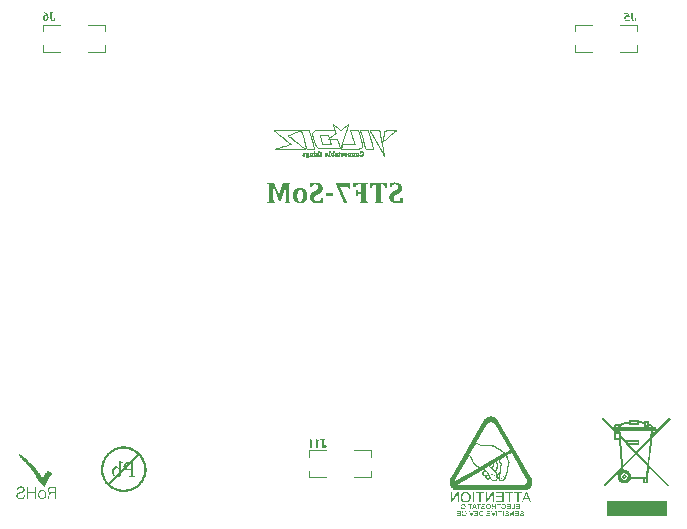
<source format=gbo>
G04*
G04 #@! TF.GenerationSoftware,Altium Limited,Altium Designer,19.0.11 (319)*
G04*
G04 Layer_Color=32896*
%FSLAX44Y44*%
%MOMM*%
G71*
G01*
G75*
%ADD12C,0.1000*%
%ADD14C,0.0640*%
%ADD15C,0.0300*%
G36*
X454237Y111862D02*
X454885Y111770D01*
X455440Y111585D01*
X455811Y111399D01*
X456181Y111214D01*
X456366Y111122D01*
X456459Y111029D01*
X456829Y110844D01*
X457014Y110751D01*
X457848Y110011D01*
X458588Y109177D01*
X458959Y108622D01*
X459144Y108437D01*
Y108344D01*
X487011Y60016D01*
X487104D01*
Y59923D01*
Y59831D01*
X487289Y59460D01*
X487474Y59183D01*
X487567Y58997D01*
Y58905D01*
X487659Y58627D01*
X487752Y58257D01*
X487845Y57979D01*
Y57886D01*
X487937Y56868D01*
Y55942D01*
X487845Y55109D01*
X487659Y54368D01*
X487382Y53720D01*
X487196Y53257D01*
X487104Y52979D01*
X487011Y52887D01*
X486641Y52239D01*
X486548Y52054D01*
X486456Y51961D01*
X485993Y51498D01*
X485808Y51313D01*
X485715Y51220D01*
X484882Y50572D01*
X484049Y50110D01*
X483215Y49739D01*
X482382Y49554D01*
X481734Y49369D01*
X481179Y49276D01*
X424795D01*
X424333Y49369D01*
X423962D01*
X423870Y49461D01*
X423499D01*
X423129Y49554D01*
X422851Y49647D01*
X422759D01*
X421833Y50017D01*
X421000Y50480D01*
X420351Y51035D01*
X419796Y51591D01*
X419333Y52054D01*
X419055Y52517D01*
X418870Y52794D01*
X418778Y52887D01*
X418685D01*
X418500Y53350D01*
X418315Y53628D01*
X418222Y53813D01*
Y53905D01*
X418130Y54276D01*
X418037Y54646D01*
X417944Y54831D01*
Y54924D01*
X417852Y55942D01*
Y56868D01*
X417944Y57794D01*
X418130Y58534D01*
X418407Y59183D01*
X418592Y59738D01*
X418685Y60016D01*
X418778Y60108D01*
X446738Y108529D01*
X447108Y109085D01*
X447201Y109270D01*
X447293Y109363D01*
X447756Y109825D01*
X447941Y110011D01*
X448034Y110103D01*
X448867Y110751D01*
X449608Y111214D01*
X450441Y111585D01*
X451182Y111770D01*
X451830Y111955D01*
X452385Y112048D01*
X453589D01*
X454237Y111862D01*
D02*
G37*
G36*
X455348Y39277D02*
X454237D01*
Y46314D01*
X449515Y39277D01*
X448312D01*
Y48165D01*
X449422D01*
Y41221D01*
X454144Y48165D01*
X455348D01*
Y39277D01*
D02*
G37*
G36*
X425721D02*
X424610D01*
Y46314D01*
X419981Y39277D01*
X418778D01*
Y48165D01*
X419889D01*
Y41221D01*
X424518Y48165D01*
X425721D01*
Y39277D01*
D02*
G37*
G36*
X487011D02*
X485808D01*
X484789Y41962D01*
X481086D01*
X480067Y39277D01*
X478771D01*
X482382Y48165D01*
X483678D01*
X487011Y39277D01*
D02*
G37*
G36*
X479419Y47147D02*
X476457D01*
Y39277D01*
X475253D01*
Y47147D01*
X472383D01*
Y48165D01*
X479419D01*
Y47147D01*
D02*
G37*
G36*
X471828D02*
X468865D01*
Y39277D01*
X467754D01*
Y47147D01*
X464791D01*
Y48165D01*
X471828D01*
Y47147D01*
D02*
G37*
G36*
X463588Y39277D02*
X456922D01*
Y40296D01*
X462384D01*
Y43351D01*
X457477D01*
Y44369D01*
X462384D01*
Y47147D01*
X457107D01*
Y48165D01*
X463588D01*
Y39277D01*
D02*
G37*
G36*
X447015Y47147D02*
X444145D01*
Y39277D01*
X442942D01*
Y47147D01*
X439979D01*
Y48165D01*
X447015D01*
Y47147D01*
D02*
G37*
G36*
X438590Y39277D02*
X437387D01*
Y48165D01*
X438590D01*
Y39277D01*
D02*
G37*
G36*
X432109Y48258D02*
X432758Y48165D01*
X433683Y47702D01*
X434054Y47425D01*
X434332Y47239D01*
X434424Y47147D01*
X434517Y47054D01*
X434887Y46591D01*
X435165Y46036D01*
X435535Y44925D01*
X435628Y44369D01*
X435720Y43999D01*
Y43721D01*
Y43629D01*
X435628Y42795D01*
X435443Y42055D01*
X435350Y41592D01*
X435257Y41499D01*
Y41407D01*
X434794Y40666D01*
X434239Y40203D01*
X433869Y39833D01*
X433683Y39740D01*
X432943Y39462D01*
X432202Y39277D01*
X431647Y39185D01*
X431461D01*
X430628Y39277D01*
X429980Y39462D01*
X429517Y39648D01*
X429332Y39740D01*
X428684Y40203D01*
X428129Y40666D01*
X427851Y41129D01*
X427758Y41314D01*
X427388Y42147D01*
X427295Y42888D01*
X427203Y43536D01*
Y43629D01*
Y43721D01*
X427295Y44647D01*
X427480Y45388D01*
X427665Y45943D01*
X427758Y46036D01*
Y46128D01*
X428221Y46776D01*
X428684Y47332D01*
X429054Y47610D01*
X429240Y47702D01*
X429980Y48073D01*
X430721Y48258D01*
X431276Y48350D01*
X431461D01*
X432109Y48258D01*
D02*
G37*
G36*
X464328Y37889D02*
X464514Y37796D01*
X464606Y37703D01*
X464884Y37426D01*
X465162Y37148D01*
X465254Y36963D01*
X465347Y36870D01*
X465532Y36500D01*
X465625Y36129D01*
Y35759D01*
Y35666D01*
Y35204D01*
X465532Y34833D01*
X465439Y34555D01*
Y34463D01*
X465162Y34185D01*
X464977Y34000D01*
X464791Y33815D01*
X464699D01*
X464328Y33630D01*
X463958Y33537D01*
X463588Y33444D01*
X463495D01*
X463125Y33537D01*
X462755Y33722D01*
X462477Y33815D01*
X462384Y33907D01*
X462106Y34093D01*
X461921Y34463D01*
X461736Y34741D01*
Y34833D01*
X462292Y35018D01*
X462477Y34648D01*
X462569Y34370D01*
X462662Y34185D01*
X462755D01*
X463032Y34093D01*
X463310Y34000D01*
X463588D01*
X464051Y34093D01*
X464328D01*
X464606Y34278D01*
X464699Y34463D01*
X464884Y34648D01*
Y34741D01*
X465069Y35389D01*
Y35574D01*
Y35666D01*
X464977Y36222D01*
X464884Y36407D01*
Y36500D01*
X464606Y37055D01*
X464421Y37148D01*
Y37240D01*
X463773Y37426D01*
X463495D01*
X463032Y37333D01*
X462847Y37240D01*
X462569Y37055D01*
X462477Y36778D01*
X462384Y36592D01*
Y36500D01*
X461829Y36685D01*
X462014Y37055D01*
X462199Y37333D01*
X462292Y37518D01*
X462384Y37611D01*
X462755Y37796D01*
X463125Y37981D01*
X463958D01*
X464328Y37889D01*
D02*
G37*
G36*
X430073D02*
X430350Y37796D01*
X430443Y37703D01*
X430721Y37426D01*
X430998Y37148D01*
X431091Y36963D01*
X431184Y36870D01*
X431369Y36500D01*
X431461Y36129D01*
Y35759D01*
Y35666D01*
X431369Y35204D01*
X431276Y34833D01*
X431184Y34555D01*
Y34463D01*
X430998Y34185D01*
X430813Y34000D01*
X430628Y33815D01*
X430536D01*
X430165Y33630D01*
X429795Y33537D01*
X429425Y33444D01*
X429332D01*
X428869Y33537D01*
X428499Y33722D01*
X428314Y33815D01*
X428221Y33907D01*
X427851Y34093D01*
X427665Y34463D01*
X427480Y34741D01*
Y34833D01*
X428129Y35018D01*
X428221Y34648D01*
X428406Y34370D01*
X428499Y34278D01*
X428591Y34185D01*
X428869Y34093D01*
X429147Y34000D01*
X429425D01*
X429888Y34093D01*
X430165D01*
X430443Y34278D01*
X430536Y34463D01*
X430721Y34648D01*
Y34741D01*
X430813Y35389D01*
Y35574D01*
Y35666D01*
X430721Y36222D01*
Y36407D01*
Y36500D01*
X430443Y37055D01*
X430258Y37148D01*
Y37240D01*
X429610Y37426D01*
X429332D01*
X428777Y37333D01*
X428684Y37240D01*
X428591D01*
X428406Y37055D01*
X428221Y36778D01*
X428129Y36592D01*
Y36500D01*
X427573Y36685D01*
X427758Y37055D01*
X427943Y37333D01*
X428129Y37518D01*
X428221Y37611D01*
X428591Y37796D01*
X428962Y37981D01*
X429702D01*
X430073Y37889D01*
D02*
G37*
G36*
X477197Y33537D02*
X473865D01*
Y34000D01*
X476549D01*
Y35481D01*
X474142D01*
Y36037D01*
X476549D01*
Y37333D01*
X473957D01*
Y37889D01*
X477197D01*
Y33537D01*
D02*
G37*
G36*
X473031D02*
X470254D01*
Y34000D01*
X472476D01*
Y37889D01*
X473031D01*
Y33537D01*
D02*
G37*
G36*
X469606D02*
X466273D01*
Y34000D01*
X468958D01*
Y35481D01*
X466550D01*
Y36037D01*
X468958D01*
Y37333D01*
X466365D01*
Y37889D01*
X469606D01*
Y33537D01*
D02*
G37*
G36*
X461273Y37333D02*
X459884D01*
Y33537D01*
X459236D01*
Y37333D01*
X457755D01*
Y37889D01*
X461273D01*
Y37333D01*
D02*
G37*
G36*
X457200Y33537D02*
X456551D01*
Y35389D01*
X455626D01*
X455440Y35296D01*
X455348D01*
X455163Y35111D01*
X455070Y35018D01*
X454885Y34833D01*
X454792Y34648D01*
X454607Y34463D01*
Y34370D01*
X454052Y33537D01*
X453311D01*
X454052Y34648D01*
X454422Y35111D01*
X454515Y35204D01*
X454792Y35389D01*
X454885Y35481D01*
X454422Y35574D01*
X454144Y35666D01*
X454052Y35852D01*
X453959D01*
X453774Y36129D01*
X453681Y36407D01*
Y36592D01*
Y36685D01*
X453774Y37148D01*
X453867Y37240D01*
Y37333D01*
X453959Y37518D01*
X454144Y37703D01*
X454237Y37796D01*
X454329D01*
X454885Y37889D01*
X457200D01*
Y33537D01*
D02*
G37*
G36*
X444145Y37333D02*
X442664D01*
Y33537D01*
X442108D01*
Y37333D01*
X440627D01*
Y37889D01*
X444145D01*
Y37333D01*
D02*
G37*
G36*
X440905Y33537D02*
X440349D01*
X439794Y34741D01*
X437942D01*
X437479Y33537D01*
X436739D01*
X438590Y37889D01*
X439238D01*
X440905Y33537D01*
D02*
G37*
G36*
X437109Y37333D02*
X435628D01*
Y33537D01*
X435072D01*
Y37333D01*
X433591D01*
Y37889D01*
X437109D01*
Y37333D01*
D02*
G37*
G36*
X432943Y33537D02*
X432295D01*
Y37889D01*
X432943D01*
Y33537D01*
D02*
G37*
G36*
X451459Y37889D02*
X451922Y37703D01*
X452200Y37426D01*
X452293Y37333D01*
X452570Y36778D01*
X452756Y36222D01*
X452848Y35759D01*
Y35666D01*
Y35574D01*
Y35111D01*
X452756Y34741D01*
X452663Y34555D01*
Y34463D01*
X452478Y34185D01*
X452200Y34000D01*
X452015Y33815D01*
X451922D01*
X451552Y33630D01*
X451182Y33537D01*
X450904Y33444D01*
X450811D01*
X450348Y33537D01*
X449978Y33630D01*
X449793Y33722D01*
X449700D01*
X449145Y34185D01*
X449052Y34370D01*
X448960Y34463D01*
X448774Y34833D01*
X448682Y35204D01*
Y35574D01*
Y35666D01*
Y36129D01*
X448774Y36500D01*
X448867Y36778D01*
X448960Y36870D01*
X449145Y37240D01*
X449422Y37426D01*
X449608Y37611D01*
X449700D01*
X450071Y37796D01*
X450441Y37981D01*
X450811D01*
X451459Y37889D01*
D02*
G37*
G36*
X446923D02*
X447108Y37796D01*
X447201D01*
X447571Y37518D01*
X447756Y37426D01*
Y37333D01*
X447941Y36870D01*
Y36778D01*
Y36685D01*
X447849Y36315D01*
X447756Y36222D01*
X447663Y36037D01*
X447478Y35852D01*
X447386Y35759D01*
X447293D01*
X447108Y35666D01*
X446830Y35574D01*
X446553Y35481D01*
X446460D01*
X446090Y35389D01*
X445812Y35296D01*
X445627D01*
X445349Y35111D01*
X445256Y35018D01*
X445164Y34741D01*
Y34648D01*
Y34370D01*
X445256Y34278D01*
X445534Y34093D01*
X445627Y34000D01*
X446923D01*
X447108Y34185D01*
X447293Y34278D01*
X447386Y34370D01*
X447571Y34741D01*
Y34926D01*
X448126Y34833D01*
X448034Y34555D01*
X447941Y34278D01*
X447849Y34185D01*
Y34093D01*
X447386Y33722D01*
X447293Y33630D01*
X447201D01*
X446923Y33537D01*
X446553Y33444D01*
X446182D01*
X445627Y33537D01*
X445442Y33630D01*
X445349D01*
X444979Y33907D01*
X444793Y34000D01*
X444608Y34463D01*
Y34648D01*
X444701Y35111D01*
X444793Y35296D01*
X445164Y35666D01*
X445256Y35759D01*
X445349D01*
X445627Y35852D01*
X445904Y35944D01*
X446182Y36037D01*
X446275D01*
X446738Y36129D01*
X447015Y36222D01*
X447201Y36315D01*
X447386Y36592D01*
Y36778D01*
X447293Y36963D01*
X447201Y37148D01*
X447108Y37240D01*
X446923Y37333D01*
X446645Y37426D01*
X445997D01*
X445812Y37333D01*
X445627Y37240D01*
X445442Y37055D01*
X445349Y36870D01*
X445256Y36685D01*
Y36592D01*
X444701D01*
X444793Y37148D01*
X444886Y37240D01*
Y37333D01*
X445349Y37703D01*
X445442Y37796D01*
X445534D01*
X446090Y37981D01*
X446367D01*
X446923Y37889D01*
D02*
G37*
G36*
X472290Y27519D02*
X471735D01*
Y31037D01*
X469421Y27519D01*
X468772D01*
Y31963D01*
X469328D01*
Y28445D01*
X471735Y31963D01*
X472290D01*
Y27519D01*
D02*
G37*
G36*
X455163D02*
X454607D01*
X452848Y31963D01*
X453496D01*
X454607Y28723D01*
X454792Y28260D01*
X454885Y28075D01*
Y27982D01*
X454977Y28352D01*
X455070Y28630D01*
X455163Y28723D01*
X456274Y31963D01*
X456922D01*
X455163Y27519D01*
D02*
G37*
G36*
X436553D02*
X435998D01*
X434239Y31963D01*
X434887D01*
X436091Y28723D01*
X436276Y28260D01*
Y28075D01*
Y27982D01*
X436461Y28445D01*
X436553Y28630D01*
Y28723D01*
X437664Y31963D01*
X438313D01*
X436553Y27519D01*
D02*
G37*
G36*
X430906Y31963D02*
X431091Y31871D01*
X431184Y31778D01*
X431461Y31500D01*
X431739Y31223D01*
X431832Y31037D01*
X431924Y30945D01*
X432109Y30574D01*
X432202Y30204D01*
Y29834D01*
Y29741D01*
X432109Y29278D01*
X432017Y28908D01*
X431924Y28723D01*
Y28630D01*
X431739Y28260D01*
X431554Y27982D01*
X431369Y27797D01*
X431276Y27704D01*
X430906Y27519D01*
X430536Y27427D01*
X430073D01*
X429610Y27519D01*
X429240Y27612D01*
X429054Y27704D01*
X428962Y27797D01*
X428684Y28167D01*
X428499Y28538D01*
X428314Y28815D01*
Y28908D01*
X428869Y29093D01*
X428962Y28723D01*
X429147Y28445D01*
X429240Y28352D01*
X429332Y28260D01*
X429610Y28075D01*
X429888Y27982D01*
X430165D01*
X430628Y28075D01*
X430813Y28167D01*
X430906D01*
X431091Y28352D01*
X431276Y28538D01*
X431369Y28723D01*
Y28815D01*
X431554Y29463D01*
Y29649D01*
Y29741D01*
X431461Y30389D01*
Y30574D01*
Y30667D01*
X431369Y30945D01*
X431184Y31130D01*
X430998Y31315D01*
X430906D01*
X430628Y31500D01*
X430350Y31593D01*
X429795D01*
X429517Y31500D01*
X429425Y31408D01*
X429332Y31315D01*
X429147Y31130D01*
X428962Y30852D01*
X428869Y30667D01*
Y30574D01*
X428314Y30760D01*
X428499Y31223D01*
X428684Y31500D01*
X428869Y31593D01*
X428962Y31685D01*
X429332Y31871D01*
X429702Y32056D01*
X430536D01*
X430906Y31963D01*
D02*
G37*
G36*
X476364Y27519D02*
X473124D01*
Y28075D01*
X475809D01*
Y29556D01*
X473401D01*
Y30111D01*
X475809D01*
Y31408D01*
X473216D01*
Y31963D01*
X476364D01*
Y27519D01*
D02*
G37*
G36*
X463588D02*
X463032D01*
Y31963D01*
X463588D01*
Y27519D01*
D02*
G37*
G36*
X462292Y31408D02*
X460810D01*
Y27519D01*
X460255D01*
Y31408D01*
X458773D01*
Y31963D01*
X462292D01*
Y31408D01*
D02*
G37*
G36*
X458125Y27519D02*
X457477D01*
Y31963D01*
X458125D01*
Y27519D01*
D02*
G37*
G36*
X452293D02*
X449052D01*
Y28075D01*
X451737D01*
Y29556D01*
X449330D01*
Y30111D01*
X451737D01*
Y31408D01*
X449145D01*
Y31963D01*
X452293D01*
Y27519D01*
D02*
G37*
G36*
X446460D02*
X444886D01*
X444330Y27612D01*
X444145D01*
X443775Y27704D01*
X443590Y27797D01*
X443405Y28075D01*
X443219Y28260D01*
X443034Y28723D01*
X442942Y28815D01*
Y28908D01*
X442849Y29186D01*
Y29463D01*
Y29649D01*
Y29741D01*
Y30204D01*
Y30574D01*
X442942Y30760D01*
Y30852D01*
X443312Y31408D01*
X443405Y31500D01*
X443497Y31593D01*
X443960Y31778D01*
X444053Y31871D01*
X444145D01*
X444701Y31963D01*
X446460D01*
Y27519D01*
D02*
G37*
G36*
X442016D02*
X438683D01*
Y28075D01*
X441368D01*
Y29556D01*
X438961D01*
Y30111D01*
X441368D01*
Y31408D01*
X438775D01*
Y31963D01*
X442016D01*
Y27519D01*
D02*
G37*
G36*
X433591D02*
X433035D01*
Y31963D01*
X433591D01*
Y27519D01*
D02*
G37*
G36*
X427480D02*
X424240D01*
Y28075D01*
X426925D01*
Y29556D01*
X424518D01*
Y30111D01*
X426925D01*
Y31408D01*
X424333D01*
Y31963D01*
X427480D01*
Y27519D01*
D02*
G37*
G36*
X479512Y31963D02*
X479697Y31871D01*
X479790D01*
X480067Y31778D01*
X480253Y31593D01*
X480345Y31500D01*
X480438Y31408D01*
X480623Y31037D01*
Y30945D01*
Y30852D01*
X480530Y30482D01*
X480438Y30297D01*
X480160Y29926D01*
X479975Y29834D01*
X479697Y29741D01*
X479419Y29649D01*
X479234Y29556D01*
X479142D01*
X478586Y29463D01*
X478401Y29371D01*
X478308D01*
X478031Y29186D01*
X477938Y29093D01*
X477753Y28815D01*
Y28723D01*
X477845Y28445D01*
X477938Y28352D01*
X478123Y28167D01*
X478216Y28075D01*
X478308D01*
X478679Y27982D01*
X478864D01*
X479327Y28075D01*
X479605D01*
X479882Y28352D01*
X479975Y28445D01*
X480160Y28815D01*
Y28908D01*
Y29000D01*
X480716D01*
X480623Y28445D01*
X480530Y28260D01*
Y28167D01*
X480067Y27797D01*
X479975Y27612D01*
X479882D01*
X479234Y27427D01*
X478864D01*
X478308Y27519D01*
X478123Y27612D01*
X478031D01*
X477568Y27889D01*
X477383Y28075D01*
X477197Y28630D01*
Y28723D01*
Y28815D01*
X477290Y29278D01*
X477383Y29371D01*
X477568Y29649D01*
X477845Y29741D01*
X477938Y29834D01*
X478031D01*
X478586Y30019D01*
X478864Y30111D01*
X478956D01*
X479419Y30297D01*
X479697Y30389D01*
X479882Y30482D01*
X480067Y30760D01*
Y30852D01*
X479975Y31037D01*
X479882Y31223D01*
X479790Y31315D01*
X479605Y31408D01*
X479327Y31500D01*
X478679D01*
X478401Y31408D01*
X478308Y31315D01*
X478216D01*
X478031Y31130D01*
X477938Y30945D01*
Y30760D01*
Y30667D01*
X477383D01*
X477475Y31223D01*
X477568Y31315D01*
Y31408D01*
X477938Y31778D01*
X478031Y31871D01*
X478123D01*
X478771Y32056D01*
X479049D01*
X479512Y31963D01*
D02*
G37*
G36*
X466828D02*
X467013Y31871D01*
X467106D01*
X467384Y31778D01*
X467476Y31593D01*
X467661Y31500D01*
Y31408D01*
X467847Y31037D01*
Y30945D01*
Y30852D01*
X467754Y30482D01*
X467661Y30297D01*
X467569Y30111D01*
X467384Y29926D01*
X467291Y29834D01*
X467198D01*
X467013Y29741D01*
X466736Y29649D01*
X466458Y29556D01*
X466365D01*
X465810Y29463D01*
X465717Y29371D01*
X465625D01*
X465254Y29186D01*
X465162Y29093D01*
X465069Y28908D01*
Y28815D01*
Y28723D01*
Y28445D01*
X465162Y28352D01*
X465439Y28167D01*
X465532Y28075D01*
X465995Y27982D01*
X466180D01*
X466643Y28075D01*
X466828D01*
X467013Y28260D01*
X467198Y28352D01*
X467291Y28445D01*
X467476Y28815D01*
Y29000D01*
X468032D01*
X467939Y28723D01*
X467847Y28445D01*
X467754Y28260D01*
Y28167D01*
X467569Y27889D01*
X467384Y27797D01*
X467198Y27612D01*
X467106D01*
X466828Y27519D01*
X466458Y27427D01*
X466087D01*
X465532Y27519D01*
X465347Y27612D01*
X465254D01*
X464791Y27889D01*
X464699Y28075D01*
X464514Y28630D01*
Y28723D01*
Y28815D01*
X464606Y29278D01*
X464699Y29371D01*
X464884Y29649D01*
X465069Y29741D01*
X465162Y29834D01*
X465254D01*
X465902Y30019D01*
X466087Y30111D01*
X466180D01*
X466643Y30297D01*
X466921Y30389D01*
X467106Y30482D01*
X467291Y30667D01*
Y30852D01*
X467198Y31037D01*
X467106Y31223D01*
X467013Y31315D01*
X466828Y31408D01*
X466550Y31500D01*
X466273D01*
X465717Y31408D01*
X465625Y31315D01*
X465532D01*
X465347Y31130D01*
X465254Y30945D01*
X465162Y30760D01*
Y30667D01*
X464606D01*
X464699Y31223D01*
X464791Y31315D01*
Y31408D01*
X465254Y31778D01*
X465347Y31871D01*
X465439D01*
X465995Y32056D01*
X466273D01*
X466828Y31963D01*
D02*
G37*
G36*
X143436Y86622D02*
X144871Y86437D01*
X146213Y86159D01*
X147509Y85789D01*
X148712Y85372D01*
X149823Y84863D01*
X150887Y84354D01*
X151813Y83845D01*
X152692Y83290D01*
X153433Y82781D01*
X154080Y82318D01*
X154636Y81855D01*
X155099Y81485D01*
X155376Y81207D01*
X155608Y81022D01*
X155654Y80976D01*
X156626Y79865D01*
X157505Y78754D01*
X158292Y77597D01*
X158893Y76441D01*
X159449Y75283D01*
X159912Y74127D01*
X160282Y73062D01*
X160606Y71998D01*
X160837Y71026D01*
X161022Y70100D01*
X161115Y69314D01*
X161207Y68619D01*
X161254Y68064D01*
X161300Y67648D01*
Y67370D01*
Y67324D01*
Y67277D01*
X161254Y65796D01*
X161069Y64408D01*
X160791Y63020D01*
X160421Y61770D01*
X160004Y60567D01*
X159495Y59410D01*
X158986Y58392D01*
X158477Y57420D01*
X157968Y56587D01*
X157459Y55800D01*
X156950Y55152D01*
X156533Y54597D01*
X156163Y54180D01*
X155885Y53856D01*
X155700Y53625D01*
X155654Y53579D01*
X154590Y52607D01*
X153433Y51728D01*
X152276Y50941D01*
X151119Y50339D01*
X149962Y49784D01*
X148851Y49321D01*
X147740Y48951D01*
X146676Y48627D01*
X145704Y48396D01*
X144778Y48210D01*
X143992Y48118D01*
X143298Y48025D01*
X142742Y47979D01*
X142326Y47933D01*
X141955D01*
X140475Y47979D01*
X139086Y48164D01*
X137744Y48442D01*
X136448Y48812D01*
X135245Y49229D01*
X134134Y49738D01*
X133070Y50247D01*
X132144Y50756D01*
X131265Y51265D01*
X130525Y51774D01*
X129877Y52283D01*
X129321Y52699D01*
X128859Y53070D01*
X128581Y53347D01*
X128350Y53533D01*
X128303Y53579D01*
X127285Y54689D01*
X126406Y55800D01*
X125665Y56957D01*
X125017Y58114D01*
X124462Y59271D01*
X123999Y60428D01*
X123629Y61539D01*
X123305Y62557D01*
X123074Y63529D01*
X122889Y64454D01*
X122796Y65241D01*
X122704Y65935D01*
X122657Y66491D01*
X122611Y66907D01*
Y67185D01*
Y67277D01*
X122657Y68758D01*
X122842Y70147D01*
X123120Y71535D01*
X123490Y72785D01*
X123907Y73988D01*
X124416Y75145D01*
X124925Y76163D01*
X125434Y77135D01*
X125989Y78014D01*
X126498Y78754D01*
X126961Y79402D01*
X127424Y79958D01*
X127794Y80421D01*
X128072Y80698D01*
X128257Y80929D01*
X128303Y80976D01*
X129368Y81994D01*
X130525Y82873D01*
X131635Y83614D01*
X132838Y84262D01*
X133949Y84817D01*
X135106Y85280D01*
X136217Y85650D01*
X137235Y85974D01*
X138207Y86205D01*
X139132Y86390D01*
X139919Y86483D01*
X140613Y86575D01*
X141169Y86622D01*
X141585Y86668D01*
X141955D01*
X143436Y86622D01*
D02*
G37*
G36*
X604900Y110162D02*
X589254Y93867D01*
X588791Y89423D01*
X587772Y78776D01*
X587032Y71092D01*
X603789Y53779D01*
X602678Y52668D01*
X586846Y68870D01*
X585920Y58963D01*
X585458D01*
Y55167D01*
X581939D01*
Y58963D01*
X571015D01*
X570644Y58223D01*
X570089Y57482D01*
X569348Y56649D01*
X568330Y55908D01*
X567126Y55538D01*
X566015Y55445D01*
X564904D01*
X564071Y55723D01*
X563052Y56093D01*
X562219Y56649D01*
X561571Y57297D01*
X560923Y58223D01*
X560460Y59241D01*
X560182Y60167D01*
X560090Y61000D01*
X560182Y61926D01*
X560368Y62667D01*
X560645Y63407D01*
X561016Y64148D01*
X561479Y64796D01*
X562127Y65444D01*
X562867Y65907D01*
X563515Y66185D01*
X563423Y67018D01*
X549535Y52668D01*
X548424Y53871D01*
X563238Y69240D01*
X562034Y82665D01*
X561201Y92386D01*
X556757D01*
Y98589D01*
X557960D01*
X546665Y110162D01*
X547869Y111273D01*
X558423Y100348D01*
Y101181D01*
X558238Y101366D01*
X557960Y101552D01*
X557683Y101829D01*
X557405Y102107D01*
X557220Y102570D01*
X557127Y102940D01*
X557035Y103403D01*
X557127Y103959D01*
X557312Y104329D01*
X557683Y104977D01*
X558146Y105347D01*
X558794Y105625D01*
X559442Y105718D01*
X560090Y105625D01*
X560645Y105440D01*
X561108Y105162D01*
X561293Y104885D01*
X561756Y105255D01*
X562404Y105718D01*
X563238Y106088D01*
X564441Y106551D01*
X565737Y106921D01*
X567034Y107199D01*
X568422Y107477D01*
X569533Y107570D01*
Y108958D01*
X578421D01*
Y107755D01*
X579162D01*
X580273Y107662D01*
X581477Y107477D01*
X582680Y107292D01*
Y108032D01*
X586476D01*
Y106273D01*
X586939Y105996D01*
X587587Y105718D01*
X588235Y105347D01*
X588791Y104977D01*
X589346Y104514D01*
X589716Y104144D01*
X589902Y103866D01*
X590087Y103496D01*
X589994Y102848D01*
X592216D01*
Y99978D01*
X589809D01*
X589439Y96367D01*
X603789Y111273D01*
X604900Y110162D01*
D02*
G37*
G36*
X601567Y39891D02*
Y39706D01*
Y39336D01*
Y38965D01*
Y38595D01*
Y38225D01*
Y38040D01*
Y37947D01*
Y36466D01*
Y35077D01*
Y34429D01*
Y33966D01*
Y33688D01*
Y33596D01*
Y31929D01*
Y31188D01*
Y30540D01*
Y29985D01*
Y29615D01*
Y29337D01*
Y29244D01*
Y28596D01*
Y28133D01*
Y27763D01*
Y27578D01*
Y27300D01*
X550924D01*
Y27393D01*
Y27578D01*
Y28318D01*
Y28967D01*
Y29152D01*
Y29244D01*
Y30726D01*
Y32114D01*
Y32762D01*
Y33225D01*
Y33503D01*
Y33596D01*
Y35262D01*
Y36003D01*
Y36651D01*
Y37206D01*
Y37577D01*
Y37854D01*
Y37947D01*
Y38595D01*
Y39151D01*
Y39521D01*
Y39706D01*
Y39891D01*
Y39984D01*
X601567D01*
Y39891D01*
D02*
G37*
G36*
X53892Y79697D02*
X54262Y79511D01*
X54540Y79419D01*
X54633Y79326D01*
X54910Y79141D01*
X55003Y79049D01*
X55096D01*
X56670Y78030D01*
X58151Y76919D01*
X59632Y75715D01*
X60836Y74605D01*
X61947Y73679D01*
X62780Y72845D01*
X63336Y72290D01*
X63428Y72197D01*
X63521Y72105D01*
X65002Y70438D01*
X66391Y68864D01*
X67687Y67476D01*
X68705Y66179D01*
X69539Y65068D01*
X70094Y64328D01*
X70557Y63772D01*
X70650Y63680D01*
Y63587D01*
X71113Y62846D01*
X71575Y62291D01*
X72224Y61273D01*
X72779Y60624D01*
X73057Y60069D01*
X73242Y59791D01*
X73334Y59699D01*
X73427Y59606D01*
Y59699D01*
X73520Y59884D01*
X73797Y60347D01*
X74075Y60902D01*
X74168Y60995D01*
Y61087D01*
X74723Y62291D01*
X75371Y63309D01*
X75649Y63772D01*
X75834Y64143D01*
X75927Y64328D01*
X76020Y64420D01*
X76575Y64976D01*
X77038Y65346D01*
X77408Y65531D01*
X77593Y65624D01*
X77964Y65717D01*
X78427Y65624D01*
X78889Y65439D01*
X79260Y65254D01*
X79630Y64976D01*
X79908Y64698D01*
X80093Y64606D01*
X80186Y64513D01*
X80741Y64050D01*
X81111Y63680D01*
X81389Y63402D01*
X81574Y63217D01*
X81760Y63032D01*
X81389D01*
X81019Y62846D01*
X80649Y62661D01*
X80278Y62291D01*
X79630Y61458D01*
X78889Y60439D01*
X78334Y59514D01*
X77871Y58588D01*
X77686Y58217D01*
X77593Y58032D01*
X77501Y57847D01*
Y57754D01*
X77038Y56829D01*
X76667Y55995D01*
X76390Y55255D01*
X76112Y54699D01*
X75834Y54144D01*
X75649Y53681D01*
X75371Y53033D01*
X75186Y52662D01*
X75094Y52477D01*
Y52385D01*
X70742Y55718D01*
X70187Y57014D01*
X69446Y58403D01*
X68705Y59699D01*
X67965Y60995D01*
X67317Y62106D01*
X66761Y63032D01*
X66483Y63402D01*
X66298Y63680D01*
X66206Y63772D01*
Y63865D01*
X64910Y65717D01*
X63613Y67476D01*
X62410Y69050D01*
X61206Y70438D01*
X60188Y71549D01*
X59447Y72475D01*
X58892Y73031D01*
X58706Y73123D01*
Y73216D01*
X57318Y74605D01*
X56114Y75808D01*
X55651Y76364D01*
X55281Y76734D01*
X55003Y76919D01*
X54910Y77012D01*
X54262Y77660D01*
X53800Y78123D01*
X53429Y78400D01*
X53244Y78678D01*
X52966Y78863D01*
Y78956D01*
X53059Y79049D01*
X53151Y79141D01*
X53244Y79234D01*
X53429Y79511D01*
X53522Y79697D01*
Y79789D01*
X53892Y79697D01*
D02*
G37*
G36*
X67872Y42200D02*
X66946D01*
Y47107D01*
X61114D01*
Y42200D01*
X60188D01*
Y52477D01*
X61114D01*
Y48033D01*
X66946D01*
Y52477D01*
X67872D01*
Y42200D01*
D02*
G37*
G36*
X85000D02*
X84074D01*
Y46737D01*
X80278D01*
X79815Y46645D01*
X79630Y46552D01*
X79538Y46459D01*
X79260Y45996D01*
X79075Y45348D01*
X78982Y44793D01*
Y44700D01*
Y44608D01*
X78889Y43312D01*
Y43034D01*
Y42941D01*
X78797Y42756D01*
Y42663D01*
X78704Y42478D01*
Y42293D01*
Y42200D01*
X77593D01*
Y42386D01*
X77779Y42571D01*
X77871Y42756D01*
Y42849D01*
X77964Y42941D01*
Y43219D01*
Y43312D01*
X78149Y44885D01*
X78241Y45719D01*
X78334Y46274D01*
X78427Y46552D01*
Y46645D01*
X78982Y47107D01*
X79260Y47200D01*
X79352D01*
X78889Y47478D01*
X78519Y47755D01*
X78241Y48033D01*
X78149Y48126D01*
X77871Y48681D01*
X77779Y49237D01*
X77686Y49607D01*
Y49792D01*
X77779Y50348D01*
X77871Y50718D01*
X77964Y50996D01*
X78056Y51088D01*
X78334Y51459D01*
X78612Y51736D01*
X78889Y51922D01*
X78982Y52014D01*
X79260Y52199D01*
X79538Y52292D01*
X79815Y52385D01*
X80093D01*
X80278Y52477D01*
X85000D01*
Y42200D01*
D02*
G37*
G36*
X74075Y49607D02*
X74816Y49329D01*
X75279Y48959D01*
X75464Y48867D01*
Y48774D01*
X76020Y47941D01*
X76297Y46922D01*
Y46552D01*
X76390Y46182D01*
Y45996D01*
Y45904D01*
X76205Y44700D01*
X75927Y43774D01*
X75649Y43219D01*
X75464Y43126D01*
Y43034D01*
X75094Y42663D01*
X74723Y42478D01*
X73890Y42108D01*
X73520D01*
X73242Y42015D01*
X72964D01*
X72409Y42108D01*
X71946Y42200D01*
X71113Y42571D01*
X70650Y42849D01*
X70465Y43034D01*
X70002Y43960D01*
X69724Y44885D01*
X69631Y45256D01*
Y45626D01*
Y45811D01*
Y45904D01*
X69724Y47107D01*
X70002Y48033D01*
X70187Y48311D01*
X70372Y48589D01*
X70465Y48681D01*
Y48774D01*
X70835Y49144D01*
X71205Y49329D01*
X72038Y49700D01*
X72409D01*
X72687Y49792D01*
X73520D01*
X74075Y49607D01*
D02*
G37*
G36*
X55744Y52662D02*
X56577Y52385D01*
X57040Y52014D01*
X57133Y51922D01*
X57225D01*
X57781Y51274D01*
X58058Y50718D01*
X58151Y50163D01*
Y50070D01*
Y49977D01*
X58058Y49237D01*
X57873Y48681D01*
X57688Y48311D01*
X57595Y48218D01*
X57318Y48033D01*
X57040Y47755D01*
X56299Y47478D01*
X55651Y47292D01*
X55466Y47200D01*
X55373D01*
X54448Y46922D01*
X53522Y46645D01*
X52874Y46367D01*
X52503Y46182D01*
X52411Y46089D01*
X52133Y45719D01*
X52041Y45256D01*
X51948Y44978D01*
Y44793D01*
X52041Y44145D01*
X52318Y43682D01*
X52596Y43404D01*
X52688Y43312D01*
X53337Y43034D01*
X53892Y42849D01*
X54355Y42756D01*
X54540D01*
X55373Y42849D01*
X56114Y43126D01*
X56484Y43404D01*
X56670Y43497D01*
X57133Y44052D01*
X57318Y44700D01*
X57410Y45163D01*
Y45256D01*
Y45348D01*
X58336D01*
Y45256D01*
X58151Y44237D01*
X57873Y43497D01*
X57595Y43034D01*
X57410Y42849D01*
X56484Y42293D01*
X55559Y42015D01*
X55188D01*
X54818Y41923D01*
X54540D01*
X53429Y42015D01*
X52596Y42386D01*
X52133Y42663D01*
X51948Y42756D01*
X51392Y43404D01*
X51115Y44145D01*
X51022Y44700D01*
Y44793D01*
Y44885D01*
X51115Y45626D01*
X51392Y46182D01*
X51763Y46552D01*
X51855Y46737D01*
X52503Y47200D01*
X53337Y47570D01*
X53707Y47663D01*
X53985Y47755D01*
X54170Y47848D01*
X54262D01*
X55466Y48218D01*
X56021Y48404D01*
X56392Y48589D01*
X56670Y48681D01*
X56762Y48774D01*
X56947Y49144D01*
X57040Y49514D01*
X57133Y49792D01*
Y49885D01*
X57040Y50533D01*
X56855Y51088D01*
X56670Y51366D01*
X56577Y51459D01*
X56021Y51644D01*
X55466Y51829D01*
X54818D01*
X53985Y51736D01*
X53429Y51551D01*
X53059Y51366D01*
X52966Y51274D01*
X52596Y50718D01*
X52411Y50163D01*
X52318Y49792D01*
Y49700D01*
Y49607D01*
X51392D01*
X51578Y50626D01*
X51855Y51274D01*
X52133Y51736D01*
X52318Y51829D01*
X53059Y52385D01*
X53892Y52662D01*
X54262Y52755D01*
X54818D01*
X55744Y52662D01*
D02*
G37*
G36*
X365118Y305410D02*
X363397D01*
X363286Y305826D01*
X363175Y306215D01*
X363120Y306353D01*
X363092Y306465D01*
X363064Y306548D01*
Y306576D01*
X362981Y306798D01*
X362897Y306992D01*
X362814Y307186D01*
X362731Y307325D01*
X362675Y307436D01*
X362620Y307519D01*
X362564Y307547D01*
Y307575D01*
X362314Y307825D01*
X362092Y307992D01*
X361926Y308102D01*
X361898Y308130D01*
X361870D01*
X361704Y308186D01*
X361509Y308241D01*
X361121Y308297D01*
X360954Y308325D01*
X359705D01*
Y295859D01*
Y295471D01*
Y295138D01*
X359733Y295026D01*
Y294943D01*
Y294888D01*
Y294860D01*
X359760Y294582D01*
X359843Y294388D01*
X359899Y294249D01*
X359927Y294194D01*
X360066Y294027D01*
X360204Y293888D01*
X360316Y293805D01*
X360343Y293777D01*
X360371D01*
X360621Y293694D01*
X360899Y293611D01*
X361009Y293583D01*
X361121D01*
X361176Y293555D01*
X361204D01*
Y292750D01*
X354319D01*
Y293555D01*
X354624Y293611D01*
X354819Y293666D01*
X354957Y293694D01*
X355013Y293722D01*
X355179Y293805D01*
X355290Y293888D01*
X355374Y293944D01*
X355402Y293972D01*
X355568Y294194D01*
X355624Y294277D01*
X355651Y294305D01*
X355707Y294499D01*
X355762Y294666D01*
X355790Y294804D01*
Y294860D01*
X355818Y295165D01*
Y295499D01*
Y295637D01*
Y295748D01*
Y295832D01*
Y295859D01*
Y308325D01*
X354569D01*
X354319Y308297D01*
X354152Y308269D01*
X354097D01*
X353875Y308214D01*
X353708Y308158D01*
X353597Y308130D01*
X353569Y308102D01*
X353403Y308019D01*
X353292Y307908D01*
X353208Y307825D01*
X353181Y307797D01*
X353042Y307631D01*
X352931Y307492D01*
X352848Y307381D01*
X352820Y307325D01*
X352709Y307103D01*
X352598Y306881D01*
X352542Y306714D01*
X352514Y306659D01*
Y306631D01*
X352459Y306465D01*
X352403Y306270D01*
X352264Y305882D01*
X352209Y305687D01*
X352153Y305548D01*
X352126Y305437D01*
Y305410D01*
X350432D01*
Y309768D01*
X365118D01*
Y305410D01*
D02*
G37*
G36*
X333914Y304604D02*
X332470D01*
X332415Y304827D01*
X332359Y305049D01*
X332303Y305215D01*
X332276Y305354D01*
X332248Y305437D01*
X332220Y305521D01*
X332192Y305576D01*
X332081Y305770D01*
X331970Y305937D01*
X331887Y306048D01*
X331859Y306076D01*
X331665Y306215D01*
X331498Y306298D01*
X331359Y306326D01*
X331304Y306353D01*
X330999Y306409D01*
X330721Y306437D01*
X324835D01*
Y306270D01*
X331110Y293555D01*
Y292722D01*
X328555D01*
X321615Y308963D01*
Y309768D01*
X333581D01*
X333914Y304604D01*
D02*
G37*
G36*
X348378Y308963D02*
X348072Y308852D01*
X347850Y308769D01*
X347711Y308685D01*
X347656Y308658D01*
X347462Y308547D01*
X347351Y308408D01*
X347267Y308325D01*
X347239Y308269D01*
X347156Y308047D01*
X347101Y307853D01*
X347073Y307686D01*
Y307631D01*
Y307603D01*
X347045Y307297D01*
Y306964D01*
Y306825D01*
Y306742D01*
Y306659D01*
Y306631D01*
Y295887D01*
Y295471D01*
X347073Y295304D01*
Y295138D01*
Y295026D01*
X347101Y294943D01*
Y294888D01*
Y294860D01*
X347128Y294610D01*
X347184Y294388D01*
X347239Y294277D01*
X347267Y294221D01*
X347378Y294055D01*
X347489Y293916D01*
X347600Y293833D01*
X347656Y293805D01*
X347878Y293722D01*
X348128Y293638D01*
X348294Y293583D01*
X348350Y293555D01*
X348378D01*
Y292750D01*
X341659D01*
Y293555D01*
X341965Y293611D01*
X342187Y293666D01*
X342326Y293694D01*
X342381Y293722D01*
X342548Y293805D01*
X342659Y293888D01*
X342742Y293944D01*
X342770Y293972D01*
X342936Y294194D01*
X342992Y294277D01*
X343020Y294305D01*
X343075Y294499D01*
X343131Y294666D01*
X343158Y294804D01*
Y294860D01*
X343186Y295165D01*
Y295499D01*
Y295637D01*
Y295748D01*
Y295832D01*
Y295859D01*
Y300496D01*
X341576D01*
X341215Y300468D01*
X340938Y300412D01*
X340771Y300357D01*
X340715Y300329D01*
X340493Y300163D01*
X340327Y299968D01*
X340216Y299802D01*
X340188Y299746D01*
Y299718D01*
X340105Y299552D01*
X340021Y299357D01*
X339910Y298941D01*
X339855Y298774D01*
X339827Y298636D01*
X339799Y298524D01*
Y298497D01*
X338411D01*
Y303938D01*
X339799D01*
X339855Y303661D01*
X339910Y303438D01*
X339966Y303216D01*
X340021Y303050D01*
X340077Y302911D01*
X340132Y302828D01*
X340160Y302772D01*
Y302744D01*
X340327Y302467D01*
X340493Y302272D01*
X340632Y302161D01*
X340660Y302134D01*
X340688D01*
X340965Y302050D01*
X341243Y301995D01*
X341382Y301967D01*
X343186D01*
Y308325D01*
X340438D01*
X340160Y308297D01*
X339910Y308241D01*
X339716Y308214D01*
X339577Y308158D01*
X339494Y308102D01*
X339438Y308075D01*
X339411D01*
X339133Y307853D01*
X338939Y307658D01*
X338800Y307492D01*
X338744Y307436D01*
Y307409D01*
X338633Y307214D01*
X338494Y306992D01*
X338272Y306437D01*
X338161Y306187D01*
X338078Y305993D01*
X338050Y305854D01*
X338022Y305826D01*
Y305798D01*
X336301D01*
Y309768D01*
X348378D01*
Y308963D01*
D02*
G37*
G36*
X282887Y308963D02*
X282637Y308880D01*
X282442Y308797D01*
X282276Y308713D01*
X282137Y308658D01*
X282054Y308602D01*
X281998Y308547D01*
X281943Y308519D01*
X281776Y308325D01*
X281693Y308158D01*
X281637Y307991D01*
Y307964D01*
Y307936D01*
X281610Y307797D01*
X281582Y307603D01*
X281554Y307186D01*
Y306964D01*
Y306825D01*
Y306714D01*
Y306659D01*
Y295859D01*
Y295443D01*
Y295276D01*
Y295138D01*
X281582Y295026D01*
Y294943D01*
Y294888D01*
Y294860D01*
X281610Y294610D01*
X281665Y294388D01*
X281721Y294277D01*
X281749Y294221D01*
X281859Y294055D01*
X281998Y293944D01*
X282109Y293860D01*
X282165Y293833D01*
X282387Y293722D01*
X282609Y293638D01*
X282720Y293611D01*
X282803Y293583D01*
X282859Y293555D01*
X282887D01*
Y292750D01*
X278167D01*
Y293555D01*
X278389Y293611D01*
X278584Y293694D01*
X278750Y293749D01*
X278861Y293805D01*
X278972Y293860D01*
X279028Y293916D01*
X279056Y293944D01*
X279083D01*
X279250Y294138D01*
X279333Y294332D01*
X279389Y294499D01*
X279416Y294527D01*
Y294555D01*
X279444Y294721D01*
X279472Y294915D01*
X279500Y295332D01*
Y295526D01*
Y295693D01*
Y295804D01*
Y295832D01*
Y301578D01*
Y302606D01*
X279527Y303549D01*
Y303966D01*
X279555Y304382D01*
Y304743D01*
Y305076D01*
X279583Y305382D01*
Y305659D01*
X279611Y305909D01*
Y306104D01*
X279639Y306270D01*
Y306381D01*
Y306437D01*
Y306465D01*
X279416D01*
X279222Y305826D01*
X279139Y305548D01*
X279056Y305271D01*
X278972Y305049D01*
X278917Y304882D01*
X278861Y304771D01*
Y304743D01*
X275335Y294610D01*
X273142D01*
X269783Y303633D01*
X269616Y304077D01*
X269505Y304438D01*
X269394Y304715D01*
X269311Y304965D01*
X269256Y305132D01*
X269200Y305271D01*
X269172Y305326D01*
Y305354D01*
X269061Y305715D01*
X268950Y306020D01*
X268895Y306131D01*
X268867Y306242D01*
X268839Y306298D01*
Y306326D01*
X268589D01*
Y306076D01*
X268617Y305798D01*
X268645Y305160D01*
Y304854D01*
X268673Y304604D01*
Y304438D01*
Y304410D01*
Y304382D01*
Y303883D01*
X268700Y303438D01*
Y303022D01*
Y302689D01*
Y302383D01*
Y302189D01*
Y302050D01*
Y301995D01*
Y295887D01*
Y295582D01*
Y295332D01*
X268728Y295110D01*
Y294943D01*
Y294832D01*
X268756Y294749D01*
Y294693D01*
Y294666D01*
X268811Y294416D01*
X268867Y294249D01*
X268895Y294138D01*
X268922Y294110D01*
X269033Y293999D01*
X269117Y293916D01*
X269228Y293860D01*
X269256Y293833D01*
X269339Y293777D01*
X269478Y293749D01*
X269700Y293666D01*
X269839Y293611D01*
X269922Y293583D01*
X269977Y293555D01*
X270005D01*
Y292750D01*
X263620D01*
Y293555D01*
X263870Y293638D01*
X264064Y293694D01*
X264230Y293777D01*
X264342Y293833D01*
X264453Y293888D01*
X264508Y293944D01*
X264564Y293972D01*
X264702Y294194D01*
X264786Y294416D01*
X264841Y294582D01*
X264869Y294638D01*
Y294666D01*
X264897Y294832D01*
Y295054D01*
X264925Y295443D01*
Y295609D01*
Y295748D01*
Y295832D01*
Y295859D01*
Y306659D01*
Y306992D01*
X264897Y307270D01*
Y307492D01*
X264869Y307658D01*
Y307797D01*
X264841Y307880D01*
Y307936D01*
Y307964D01*
X264758Y308214D01*
X264647Y308380D01*
X264564Y308519D01*
X264536Y308547D01*
X264425Y308630D01*
X264286Y308713D01*
X263981Y308852D01*
X263842Y308880D01*
X263731Y308935D01*
X263647Y308963D01*
X263620D01*
Y309768D01*
X269478D01*
X273225Y299524D01*
X276668Y309768D01*
X282887D01*
Y308963D01*
D02*
G37*
G36*
X318978Y298247D02*
X313064D01*
Y300857D01*
X318978D01*
Y298247D01*
D02*
G37*
G36*
X372142Y309963D02*
X372781Y309907D01*
X373364Y309824D01*
X373836Y309713D01*
X374252Y309602D01*
X374419Y309574D01*
X374557Y309518D01*
X374669Y309491D01*
X374752Y309463D01*
X374780Y309435D01*
X374807D01*
X375307Y309213D01*
X375751Y308935D01*
X376112Y308685D01*
X376445Y308408D01*
X376667Y308158D01*
X376862Y307964D01*
X376973Y307853D01*
X377001Y307797D01*
X377250Y307381D01*
X377445Y306936D01*
X377556Y306492D01*
X377667Y306076D01*
X377722Y305715D01*
X377750Y305437D01*
Y305326D01*
Y305243D01*
Y305215D01*
Y305187D01*
X377722Y304854D01*
X377695Y304521D01*
X377639Y304244D01*
X377584Y303994D01*
X377528Y303772D01*
X377500Y303633D01*
X377445Y303522D01*
Y303494D01*
X377167Y302966D01*
X377028Y302717D01*
X376889Y302522D01*
X376778Y302356D01*
X376667Y302217D01*
X376612Y302134D01*
X376584Y302106D01*
X376140Y301662D01*
X375918Y301467D01*
X375696Y301301D01*
X375529Y301162D01*
X375390Y301051D01*
X375279Y300995D01*
X375252Y300968D01*
X374641Y300579D01*
X374335Y300412D01*
X374058Y300246D01*
X373836Y300135D01*
X373641Y300024D01*
X373530Y299968D01*
X373475Y299940D01*
X373086Y299746D01*
X372725Y299552D01*
X372420Y299357D01*
X372170Y299191D01*
X371976Y299052D01*
X371837Y298941D01*
X371754Y298885D01*
X371726Y298858D01*
X371504Y298663D01*
X371309Y298469D01*
X371143Y298302D01*
X371032Y298136D01*
X370921Y297997D01*
X370865Y297886D01*
X370810Y297803D01*
Y297775D01*
X370699Y297553D01*
X370643Y297331D01*
X370532Y296914D01*
Y296720D01*
X370504Y296581D01*
Y296470D01*
Y296442D01*
X370532Y296137D01*
X370560Y295887D01*
X370615Y295637D01*
X370671Y295443D01*
X370754Y295276D01*
X370810Y295165D01*
X370837Y295082D01*
X370865Y295054D01*
X371004Y294860D01*
X371171Y294693D01*
X371476Y294443D01*
X371615Y294360D01*
X371698Y294305D01*
X371781Y294249D01*
X371809D01*
X372253Y294110D01*
X372670Y294027D01*
X372864D01*
X373003Y293999D01*
X373114D01*
X373614Y294027D01*
X374058Y294110D01*
X374419Y294221D01*
X374724Y294360D01*
X374974Y294499D01*
X375140Y294610D01*
X375252Y294693D01*
X375279Y294721D01*
X375529Y295026D01*
X375751Y295387D01*
X375918Y295748D01*
X376057Y296109D01*
X376168Y296442D01*
X376251Y296692D01*
X376279Y296803D01*
Y296887D01*
X376306Y296914D01*
Y296942D01*
X378028D01*
Y293111D01*
X377112Y292917D01*
X376667Y292861D01*
X376279Y292806D01*
X375946Y292750D01*
X375668Y292722D01*
X375501Y292694D01*
X375446D01*
X374918Y292639D01*
X374446Y292611D01*
X374002Y292583D01*
X373586D01*
X373253Y292556D01*
X372781D01*
X372142Y292583D01*
X371531Y292639D01*
X371004Y292750D01*
X370532Y292861D01*
X370171Y292944D01*
X369893Y293055D01*
X369782Y293083D01*
X369699Y293111D01*
X369671Y293139D01*
X369644D01*
X369144Y293389D01*
X368727Y293666D01*
X368367Y293944D01*
X368089Y294221D01*
X367867Y294471D01*
X367700Y294666D01*
X367589Y294804D01*
X367561Y294860D01*
X367312Y295304D01*
X367145Y295748D01*
X367006Y296220D01*
X366923Y296637D01*
X366867Y296998D01*
X366840Y297303D01*
Y297414D01*
Y297497D01*
Y297525D01*
Y297553D01*
X366867Y297997D01*
X366895Y298386D01*
X366978Y298747D01*
X367034Y299052D01*
X367117Y299302D01*
X367201Y299468D01*
X367228Y299607D01*
X367256Y299635D01*
X367423Y299968D01*
X367645Y300274D01*
X367839Y300579D01*
X368061Y300801D01*
X368256Y301023D01*
X368422Y301162D01*
X368533Y301273D01*
X368561Y301301D01*
X368922Y301606D01*
X369310Y301884D01*
X369727Y302134D01*
X370088Y302383D01*
X370449Y302578D01*
X370726Y302744D01*
X370837Y302800D01*
X370921Y302855D01*
X370948Y302883D01*
X370976D01*
X371420Y303133D01*
X371809Y303355D01*
X372142Y303549D01*
X372420Y303716D01*
X372642Y303855D01*
X372781Y303966D01*
X372892Y304021D01*
X372920Y304049D01*
X373142Y304244D01*
X373336Y304410D01*
X373503Y304604D01*
X373614Y304743D01*
X373725Y304882D01*
X373780Y304993D01*
X373808Y305049D01*
X373836Y305076D01*
X374002Y305493D01*
X374086Y305909D01*
Y306076D01*
X374113Y306215D01*
Y306298D01*
Y306326D01*
X374086Y306576D01*
X374058Y306798D01*
X374002Y307020D01*
X373947Y307186D01*
X373891Y307325D01*
X373863Y307436D01*
X373808Y307492D01*
Y307519D01*
X373530Y307853D01*
X373225Y308075D01*
X373114Y308158D01*
X373003Y308214D01*
X372947Y308269D01*
X372920D01*
X372475Y308408D01*
X372059Y308491D01*
X371892Y308519D01*
X371337D01*
X371059Y308463D01*
X370837Y308436D01*
X370643Y308380D01*
X370476Y308325D01*
X370365Y308297D01*
X370282Y308241D01*
X370254D01*
X370060Y308130D01*
X369866Y307992D01*
X369588Y307714D01*
X369477Y307575D01*
X369394Y307464D01*
X369366Y307409D01*
X369338Y307381D01*
X369199Y307159D01*
X369088Y306881D01*
X368894Y306381D01*
X368839Y306159D01*
X368783Y305993D01*
X368727Y305882D01*
Y305826D01*
X367034D01*
Y309435D01*
X367506Y309546D01*
X367922Y309629D01*
X368311Y309713D01*
X368672Y309768D01*
X368950Y309796D01*
X369144Y309824D01*
X369283Y309851D01*
X369338D01*
X370088Y309935D01*
X370449Y309963D01*
X370754D01*
X371032Y309990D01*
X371448D01*
X372142Y309963D01*
D02*
G37*
G36*
X304791Y309963D02*
X305430Y309907D01*
X306013Y309824D01*
X306485Y309713D01*
X306901Y309602D01*
X307068Y309574D01*
X307206Y309518D01*
X307317Y309491D01*
X307401Y309463D01*
X307428Y309435D01*
X307456D01*
X307956Y309213D01*
X308400Y308935D01*
X308761Y308685D01*
X309094Y308408D01*
X309316Y308158D01*
X309511Y307964D01*
X309622Y307853D01*
X309650Y307797D01*
X309899Y307381D01*
X310094Y306936D01*
X310205Y306492D01*
X310316Y306076D01*
X310371Y305715D01*
X310399Y305437D01*
Y305326D01*
Y305243D01*
Y305215D01*
Y305187D01*
X310371Y304854D01*
X310343Y304521D01*
X310288Y304244D01*
X310233Y303994D01*
X310177Y303772D01*
X310149Y303633D01*
X310094Y303522D01*
Y303494D01*
X309816Y302966D01*
X309677Y302717D01*
X309538Y302522D01*
X309427Y302356D01*
X309316Y302217D01*
X309261Y302134D01*
X309233Y302106D01*
X308789Y301662D01*
X308567Y301467D01*
X308345Y301301D01*
X308178Y301162D01*
X308039Y301051D01*
X307928Y300995D01*
X307901Y300968D01*
X307290Y300579D01*
X306984Y300412D01*
X306707Y300246D01*
X306485Y300135D01*
X306290Y300024D01*
X306179Y299968D01*
X306124Y299940D01*
X305735Y299746D01*
X305374Y299552D01*
X305069Y299357D01*
X304819Y299191D01*
X304625Y299052D01*
X304486Y298941D01*
X304402Y298885D01*
X304375Y298858D01*
X304153Y298663D01*
X303958Y298469D01*
X303792Y298302D01*
X303681Y298136D01*
X303570Y297997D01*
X303514Y297886D01*
X303458Y297803D01*
Y297775D01*
X303347Y297553D01*
X303292Y297331D01*
X303181Y296914D01*
Y296720D01*
X303153Y296581D01*
Y296470D01*
Y296442D01*
X303181Y296137D01*
X303209Y295887D01*
X303264Y295637D01*
X303320Y295443D01*
X303403Y295276D01*
X303458Y295165D01*
X303486Y295082D01*
X303514Y295054D01*
X303653Y294860D01*
X303819Y294693D01*
X304125Y294443D01*
X304264Y294360D01*
X304347Y294305D01*
X304430Y294249D01*
X304458D01*
X304902Y294110D01*
X305319Y294027D01*
X305513Y294027D01*
X305652Y293999D01*
X305763D01*
X306262Y294027D01*
X306707Y294110D01*
X307068Y294221D01*
X307373Y294360D01*
X307623Y294499D01*
X307789Y294610D01*
X307901Y294693D01*
X307928Y294721D01*
X308178Y295026D01*
X308400Y295387D01*
X308567Y295748D01*
X308706Y296109D01*
X308817Y296442D01*
X308900Y296692D01*
X308928Y296803D01*
Y296887D01*
X308955Y296914D01*
Y296942D01*
X310677D01*
Y293111D01*
X309760Y292917D01*
X309316Y292861D01*
X308928Y292806D01*
X308594Y292750D01*
X308317Y292722D01*
X308150Y292694D01*
X308095D01*
X307567Y292639D01*
X307095Y292611D01*
X306651Y292583D01*
X306235D01*
X305902Y292556D01*
X305430D01*
X304791Y292583D01*
X304180Y292639D01*
X303653Y292750D01*
X303181Y292861D01*
X302820Y292944D01*
X302542Y293055D01*
X302431Y293083D01*
X302348Y293111D01*
X302320Y293139D01*
X302292D01*
X301793Y293389D01*
X301376Y293666D01*
X301015Y293944D01*
X300738Y294221D01*
X300516Y294471D01*
X300349Y294666D01*
X300238Y294804D01*
X300210Y294860D01*
X299960Y295304D01*
X299794Y295748D01*
X299655Y296220D01*
X299572Y296637D01*
X299516Y296998D01*
X299489Y297303D01*
Y297414D01*
Y297497D01*
Y297525D01*
Y297553D01*
X299516Y297997D01*
X299544Y298386D01*
X299627Y298747D01*
X299683Y299052D01*
X299766Y299302D01*
X299849Y299468D01*
X299877Y299607D01*
X299905Y299635D01*
X300072Y299968D01*
X300294Y300273D01*
X300488Y300579D01*
X300710Y300801D01*
X300904Y301023D01*
X301071Y301162D01*
X301182Y301273D01*
X301210Y301301D01*
X301571Y301606D01*
X301959Y301884D01*
X302376Y302134D01*
X302737Y302383D01*
X303098Y302578D01*
X303375Y302744D01*
X303486Y302800D01*
X303570Y302855D01*
X303597Y302883D01*
X303625D01*
X304069Y303133D01*
X304458Y303355D01*
X304791Y303549D01*
X305069Y303716D01*
X305291Y303855D01*
X305430Y303966D01*
X305541Y304021D01*
X305568Y304049D01*
X305791Y304244D01*
X305985Y304410D01*
X306151Y304604D01*
X306262Y304743D01*
X306374Y304882D01*
X306429Y304993D01*
X306457Y305049D01*
X306485Y305076D01*
X306651Y305493D01*
X306734Y305909D01*
Y306076D01*
X306762Y306215D01*
Y306298D01*
Y306326D01*
X306734Y306576D01*
X306707Y306798D01*
X306651Y307020D01*
X306596Y307186D01*
X306540Y307325D01*
X306512Y307436D01*
X306457Y307492D01*
Y307519D01*
X306179Y307853D01*
X305874Y308075D01*
X305763Y308158D01*
X305652Y308214D01*
X305596Y308269D01*
X305568D01*
X305124Y308408D01*
X304708Y308491D01*
X304541Y308519D01*
X303986D01*
X303708Y308463D01*
X303486Y308436D01*
X303292Y308380D01*
X303125Y308325D01*
X303014Y308297D01*
X302931Y308241D01*
X302903D01*
X302709Y308130D01*
X302515Y307991D01*
X302237Y307714D01*
X302126Y307575D01*
X302043Y307464D01*
X302015Y307408D01*
X301987Y307381D01*
X301848Y307159D01*
X301737Y306881D01*
X301543Y306381D01*
X301487Y306159D01*
X301432Y305993D01*
X301376Y305882D01*
Y305826D01*
X299683D01*
Y309435D01*
X300155Y309546D01*
X300571Y309629D01*
X300960Y309713D01*
X301321Y309768D01*
X301598Y309796D01*
X301793Y309824D01*
X301932Y309851D01*
X301987D01*
X302737Y309935D01*
X303098Y309963D01*
X303403D01*
X303681Y309990D01*
X304097D01*
X304791Y309963D01*
D02*
G37*
G36*
X291771Y305299D02*
X292215Y305271D01*
X292631Y305215D01*
X292992Y305132D01*
X293298Y305049D01*
X293547Y304993D01*
X293686Y304965D01*
X293742Y304938D01*
X294158Y304771D01*
X294519Y304577D01*
X294852Y304382D01*
X295158Y304188D01*
X295380Y304021D01*
X295574Y303883D01*
X295685Y303772D01*
X295713Y303744D01*
X295991Y303438D01*
X296240Y303105D01*
X296462Y302772D01*
X296657Y302467D01*
X296796Y302161D01*
X296907Y301939D01*
X296962Y301800D01*
X296990Y301773D01*
Y301745D01*
X297157Y301273D01*
X297267Y300773D01*
X297351Y300273D01*
X297406Y299829D01*
X297434Y299441D01*
X297462Y299107D01*
Y298997D01*
Y298913D01*
Y298858D01*
Y298830D01*
X297434Y298053D01*
X297351Y297358D01*
X297212Y296748D01*
X297073Y296220D01*
X296962Y295804D01*
X296879Y295637D01*
X296823Y295498D01*
X296768Y295387D01*
X296740Y295304D01*
X296712Y295276D01*
Y295249D01*
X296407Y294749D01*
X296074Y294332D01*
X295713Y293972D01*
X295380Y293694D01*
X295102Y293472D01*
X294852Y293305D01*
X294686Y293222D01*
X294658Y293194D01*
X294630D01*
X294103Y292972D01*
X293575Y292833D01*
X293048Y292722D01*
X292548Y292639D01*
X292104Y292583D01*
X291937D01*
X291771Y292556D01*
X291465D01*
X290771Y292583D01*
X290133Y292667D01*
X289550Y292778D01*
X289050Y292917D01*
X288661Y293028D01*
X288495Y293083D01*
X288356Y293139D01*
X288245Y293194D01*
X288162Y293222D01*
X288134Y293250D01*
X288106D01*
X287606Y293555D01*
X287162Y293888D01*
X286801Y294249D01*
X286496Y294610D01*
X286246Y294915D01*
X286079Y295193D01*
X285968Y295360D01*
X285941Y295387D01*
Y295415D01*
X285691Y295998D01*
X285496Y296609D01*
X285357Y297220D01*
X285247Y297803D01*
X285191Y298302D01*
Y298524D01*
X285163Y298719D01*
Y298858D01*
Y298997D01*
Y299052D01*
Y299080D01*
X285191Y299635D01*
X285219Y300163D01*
X285302Y300634D01*
X285413Y301106D01*
X285524Y301523D01*
X285663Y301884D01*
X285802Y302245D01*
X285941Y302550D01*
X286079Y302828D01*
X286218Y303050D01*
X286357Y303244D01*
X286468Y303411D01*
X286579Y303549D01*
X286662Y303633D01*
X286690Y303688D01*
X286718Y303716D01*
X287023Y303994D01*
X287356Y304244D01*
X287717Y304466D01*
X288078Y304660D01*
X288439Y304799D01*
X288828Y304938D01*
X289577Y305132D01*
X289911Y305187D01*
X290244Y305243D01*
X290521Y305271D01*
X290771Y305299D01*
X290993Y305326D01*
X291271D01*
X291771Y305299D01*
D02*
G37*
G36*
X307745Y91366D02*
X307656Y91177D01*
X307512Y91233D01*
X307390Y91277D01*
X307279Y91299D01*
X307179Y91322D01*
X307101Y91333D01*
X307046Y91344D01*
X307001D01*
X306879Y91333D01*
X306779Y91299D01*
X306724Y91266D01*
X306702Y91255D01*
X306613Y91188D01*
X306557Y91122D01*
X306535Y91066D01*
X306524Y91055D01*
Y91044D01*
X306502Y90977D01*
X306491Y90900D01*
X306480Y90789D01*
Y90689D01*
X306469Y90589D01*
Y90500D01*
Y90445D01*
Y90434D01*
Y90422D01*
Y86704D01*
Y86582D01*
Y86471D01*
X306480Y86282D01*
X306491Y86127D01*
X306502Y86005D01*
X306524Y85927D01*
X306535Y85872D01*
X306546Y85838D01*
Y85827D01*
X306579Y85761D01*
X306613Y85705D01*
X306702Y85616D01*
X306779Y85561D01*
X306801Y85539D01*
X306813D01*
X306890Y85505D01*
X306990Y85483D01*
X307201Y85450D01*
X307301D01*
X307379Y85439D01*
X307645D01*
Y85250D01*
X303871D01*
Y85439D01*
X304182D01*
X304304Y85461D01*
X304404Y85472D01*
X304493Y85494D01*
X304559Y85516D01*
X304604Y85527D01*
X304626Y85550D01*
X304637D01*
X304693Y85594D01*
X304748Y85650D01*
X304815Y85750D01*
X304848Y85783D01*
X304859Y85816D01*
X304870Y85838D01*
Y85849D01*
X304881Y85894D01*
X304892Y85938D01*
X304904Y86060D01*
X304915Y86205D01*
Y86349D01*
X304926Y86482D01*
Y86593D01*
Y86637D01*
Y86671D01*
Y86693D01*
Y86704D01*
Y92565D01*
X305103D01*
X307745Y91366D01*
D02*
G37*
G36*
X302328D02*
X302239Y91177D01*
X302095Y91233D01*
X301973Y91277D01*
X301862Y91299D01*
X301762Y91322D01*
X301684Y91333D01*
X301629Y91344D01*
X301585D01*
X301462Y91333D01*
X301363Y91299D01*
X301307Y91266D01*
X301285Y91255D01*
X301196Y91188D01*
X301141Y91122D01*
X301118Y91066D01*
X301107Y91055D01*
Y91044D01*
X301085Y90977D01*
X301074Y90900D01*
X301063Y90789D01*
Y90689D01*
X301052Y90589D01*
Y90500D01*
Y90445D01*
Y90434D01*
Y90422D01*
Y86704D01*
Y86582D01*
Y86471D01*
X301063Y86282D01*
X301074Y86127D01*
X301085Y86005D01*
X301107Y85927D01*
X301118Y85872D01*
X301129Y85838D01*
Y85827D01*
X301163Y85761D01*
X301196Y85705D01*
X301285Y85616D01*
X301363Y85561D01*
X301385Y85539D01*
X301396D01*
X301474Y85505D01*
X301574Y85483D01*
X301784Y85450D01*
X301884D01*
X301962Y85439D01*
X302228D01*
Y85250D01*
X298454D01*
Y85439D01*
X298765D01*
X298887Y85461D01*
X298987Y85472D01*
X299076Y85494D01*
X299143Y85516D01*
X299187Y85527D01*
X299209Y85550D01*
X299220D01*
X299276Y85594D01*
X299331Y85650D01*
X299398Y85750D01*
X299431Y85783D01*
X299442Y85816D01*
X299454Y85838D01*
Y85849D01*
X299465Y85894D01*
X299476Y85938D01*
X299487Y86060D01*
X299498Y86205D01*
Y86349D01*
X299509Y86482D01*
Y86593D01*
Y86637D01*
Y86671D01*
Y86693D01*
Y86704D01*
Y92565D01*
X299687D01*
X302328Y91366D01*
D02*
G37*
G36*
X312329Y92232D02*
X311919D01*
X311830Y92210D01*
X311741Y92198D01*
X311674Y92176D01*
X311619Y92154D01*
X311586Y92143D01*
X311563Y92121D01*
X311552D01*
X311486Y92087D01*
X311441Y92043D01*
X311364Y91965D01*
X311330Y91899D01*
X311319Y91888D01*
Y91877D01*
X311297Y91810D01*
X311275Y91710D01*
X311264Y91599D01*
Y91488D01*
X311252Y91377D01*
Y91288D01*
Y91222D01*
Y91211D01*
Y91200D01*
Y87359D01*
Y87159D01*
Y86982D01*
X311264Y86815D01*
Y86671D01*
Y86549D01*
X311275Y86427D01*
Y86338D01*
X311286Y86249D01*
X311297Y86182D01*
Y86127D01*
X311308Y86071D01*
Y86038D01*
X311319Y85994D01*
Y85983D01*
X311341Y85894D01*
X311375Y85827D01*
X311408Y85761D01*
X311441Y85716D01*
X311474Y85672D01*
X311508Y85650D01*
X311519Y85639D01*
X311530Y85627D01*
X311652Y85561D01*
X311763Y85527D01*
X311819D01*
X311863Y85516D01*
X311896D01*
X312007Y85527D01*
X312118Y85539D01*
X312207Y85561D01*
X312274Y85594D01*
X312340Y85616D01*
X312385Y85639D01*
X312407Y85650D01*
X312418Y85661D01*
X312462Y85705D01*
X312496Y85738D01*
X312529Y85816D01*
X312551Y85872D01*
Y85883D01*
Y85894D01*
X312540Y85927D01*
X312529Y85983D01*
X312485Y86082D01*
X312462Y86127D01*
X312440Y86160D01*
X312418Y86182D01*
Y86194D01*
X312374Y86271D01*
X312329Y86327D01*
X312307Y86382D01*
X312285Y86416D01*
X312251Y86460D01*
Y86471D01*
X312229Y86560D01*
X312207Y86637D01*
Y86704D01*
Y86715D01*
Y86726D01*
X312218Y86837D01*
X312240Y86937D01*
X312274Y87015D01*
X312318Y87093D01*
X312362Y87159D01*
X312396Y87204D01*
X312418Y87226D01*
X312429Y87237D01*
X312518Y87303D01*
X312607Y87359D01*
X312696Y87392D01*
X312784Y87426D01*
X312862Y87437D01*
X312917Y87448D01*
X312973D01*
X313095Y87437D01*
X313195Y87415D01*
X313295Y87370D01*
X313373Y87337D01*
X313439Y87292D01*
X313484Y87248D01*
X313517Y87226D01*
X313528Y87215D01*
X313606Y87126D01*
X313661Y87026D01*
X313694Y86926D01*
X313717Y86826D01*
X313739Y86749D01*
X313750Y86682D01*
Y86626D01*
Y86615D01*
X313739Y86504D01*
X313728Y86404D01*
X313661Y86205D01*
X313572Y86016D01*
X313472Y85861D01*
X313373Y85727D01*
X313284Y85639D01*
X313217Y85572D01*
X313206Y85561D01*
X313195Y85550D01*
X312973Y85394D01*
X312729Y85283D01*
X312496Y85195D01*
X312263Y85139D01*
X312052Y85106D01*
X311963Y85095D01*
X311885D01*
X311830Y85084D01*
X311741D01*
X311474Y85095D01*
X311230Y85128D01*
X311008Y85183D01*
X310831Y85239D01*
X310675Y85294D01*
X310564Y85350D01*
X310531Y85361D01*
X310498Y85383D01*
X310487Y85394D01*
X310476D01*
X310298Y85516D01*
X310143Y85650D01*
X310009Y85772D01*
X309909Y85905D01*
X309832Y86005D01*
X309787Y86094D01*
X309754Y86149D01*
X309743Y86171D01*
X309710Y86271D01*
X309676Y86371D01*
X309621Y86604D01*
X309588Y86860D01*
X309554Y87104D01*
X309543Y87326D01*
Y87426D01*
X309532Y87514D01*
Y87581D01*
Y87636D01*
Y87670D01*
Y87681D01*
Y91200D01*
Y91377D01*
X309521Y91532D01*
X309510Y91643D01*
X309499Y91732D01*
Y91799D01*
X309488Y91832D01*
X309477Y91854D01*
Y91866D01*
X309410Y91976D01*
X309343Y92054D01*
X309288Y92099D01*
X309266Y92110D01*
X309188Y92154D01*
X309110Y92176D01*
X308944Y92221D01*
X308866D01*
X308811Y92232D01*
X308522D01*
Y92421D01*
X312329D01*
Y92232D01*
D02*
G37*
G36*
X73877Y454304D02*
X74132Y454282D01*
X74365Y454248D01*
X74598Y454215D01*
X74809Y454159D01*
X75020Y454115D01*
X75209Y454048D01*
X75375Y453993D01*
X75531Y453937D01*
X75675Y453882D01*
X75797Y453826D01*
X75897Y453782D01*
X75975Y453738D01*
X76041Y453704D01*
X76075Y453693D01*
X76086Y453682D01*
X76274Y453560D01*
X76463Y453438D01*
X76630Y453305D01*
X76796Y453172D01*
X76940Y453027D01*
X77074Y452894D01*
X77196Y452761D01*
X77307Y452628D01*
X77407Y452505D01*
X77484Y452394D01*
X77562Y452295D01*
X77618Y452206D01*
X77673Y452128D01*
X77706Y452073D01*
X77717Y452039D01*
X77729Y452028D01*
X77828Y451828D01*
X77917Y451640D01*
X77995Y451440D01*
X78062Y451240D01*
X78162Y450863D01*
X78206Y450685D01*
X78228Y450519D01*
X78261Y450363D01*
X78273Y450219D01*
X78284Y450097D01*
X78295Y449997D01*
X78306Y449908D01*
Y449841D01*
Y449797D01*
Y449786D01*
X78295Y449486D01*
X78261Y449198D01*
X78206Y448942D01*
X78150Y448721D01*
X78117Y448621D01*
X78095Y448532D01*
X78062Y448454D01*
X78039Y448387D01*
X78028Y448332D01*
X78006Y448299D01*
X77995Y448276D01*
Y448265D01*
X77873Y448021D01*
X77729Y447810D01*
X77584Y447633D01*
X77440Y447477D01*
X77318Y447366D01*
X77218Y447277D01*
X77151Y447233D01*
X77140Y447211D01*
X77129D01*
X76918Y447089D01*
X76696Y447011D01*
X76485Y446945D01*
X76297Y446900D01*
X76141Y446878D01*
X76064Y446867D01*
X76008D01*
X75964Y446856D01*
X75897D01*
X75675Y446867D01*
X75464Y446911D01*
X75265Y446956D01*
X75098Y447022D01*
X74954Y447078D01*
X74843Y447133D01*
X74809Y447144D01*
X74776Y447166D01*
X74765Y447178D01*
X74754D01*
X74565Y447311D01*
X74399Y447455D01*
X74254Y447611D01*
X74143Y447755D01*
X74055Y447888D01*
X73988Y447988D01*
X73966Y448032D01*
X73944Y448066D01*
X73932Y448077D01*
Y448088D01*
X73833Y448310D01*
X73755Y448543D01*
X73710Y448754D01*
X73666Y448954D01*
X73644Y449131D01*
Y449209D01*
X73633Y449264D01*
Y449320D01*
Y449353D01*
Y449375D01*
Y449386D01*
X73644Y449575D01*
X73655Y449742D01*
X73722Y450064D01*
X73755Y450208D01*
X73799Y450341D01*
X73855Y450452D01*
X73899Y450563D01*
X73955Y450663D01*
X73999Y450741D01*
X74055Y450818D01*
X74088Y450874D01*
X74121Y450929D01*
X74155Y450963D01*
X74166Y450974D01*
X74177Y450985D01*
X74277Y451085D01*
X74388Y451185D01*
X74499Y451262D01*
X74610Y451329D01*
X74832Y451429D01*
X75043Y451495D01*
X75231Y451540D01*
X75320Y451551D01*
X75387Y451562D01*
X75442Y451573D01*
X75520D01*
X75775Y451551D01*
X75886Y451540D01*
X75997Y451518D01*
X76086Y451495D01*
X76153Y451484D01*
X76197Y451462D01*
X76208D01*
X76263Y451440D01*
X76330Y451407D01*
X76463Y451340D01*
X76519Y451307D01*
X76552Y451273D01*
X76585Y451262D01*
X76596Y451251D01*
X76519Y451540D01*
X76441Y451806D01*
X76352Y452039D01*
X76274Y452228D01*
X76197Y452394D01*
X76164Y452450D01*
X76141Y452505D01*
X76119Y452550D01*
X76097Y452583D01*
X76086Y452594D01*
Y452605D01*
X75953Y452805D01*
X75797Y452983D01*
X75642Y453149D01*
X75498Y453283D01*
X75364Y453394D01*
X75265Y453471D01*
X75220Y453504D01*
X75187Y453516D01*
X75176Y453538D01*
X75165D01*
X74932Y453682D01*
X74676Y453804D01*
X74421Y453904D01*
X74177Y454004D01*
X73955Y454071D01*
X73866Y454104D01*
X73777Y454126D01*
X73710Y454148D01*
X73666Y454159D01*
X73633Y454170D01*
X73622D01*
Y454315D01*
X73877Y454304D01*
D02*
G37*
G36*
X82579Y453982D02*
X82169D01*
X82080Y453960D01*
X81991Y453949D01*
X81924Y453926D01*
X81869Y453904D01*
X81835Y453893D01*
X81813Y453871D01*
X81802D01*
X81736Y453838D01*
X81691Y453793D01*
X81614Y453715D01*
X81580Y453649D01*
X81569Y453638D01*
Y453627D01*
X81547Y453560D01*
X81525Y453460D01*
X81514Y453349D01*
Y453238D01*
X81503Y453127D01*
Y453038D01*
Y452972D01*
Y452961D01*
Y452949D01*
Y449109D01*
Y448909D01*
Y448732D01*
X81514Y448565D01*
Y448421D01*
Y448299D01*
X81525Y448177D01*
Y448088D01*
X81536Y447999D01*
X81547Y447932D01*
Y447877D01*
X81558Y447821D01*
Y447788D01*
X81569Y447744D01*
Y447733D01*
X81591Y447644D01*
X81625Y447577D01*
X81658Y447511D01*
X81691Y447466D01*
X81725Y447422D01*
X81758Y447400D01*
X81769Y447388D01*
X81780Y447377D01*
X81902Y447311D01*
X82013Y447277D01*
X82069D01*
X82113Y447266D01*
X82146D01*
X82257Y447277D01*
X82368Y447289D01*
X82457Y447311D01*
X82524Y447344D01*
X82590Y447366D01*
X82635Y447388D01*
X82657Y447400D01*
X82668Y447411D01*
X82712Y447455D01*
X82746Y447488D01*
X82779Y447566D01*
X82801Y447622D01*
Y447633D01*
Y447644D01*
X82790Y447677D01*
X82779Y447733D01*
X82735Y447832D01*
X82712Y447877D01*
X82690Y447910D01*
X82668Y447932D01*
Y447943D01*
X82624Y448021D01*
X82579Y448077D01*
X82557Y448132D01*
X82535Y448166D01*
X82501Y448210D01*
Y448221D01*
X82479Y448310D01*
X82457Y448387D01*
Y448454D01*
Y448465D01*
Y448476D01*
X82468Y448587D01*
X82490Y448687D01*
X82524Y448765D01*
X82568Y448843D01*
X82612Y448909D01*
X82646Y448954D01*
X82668Y448976D01*
X82679Y448987D01*
X82768Y449053D01*
X82857Y449109D01*
X82945Y449142D01*
X83034Y449176D01*
X83112Y449187D01*
X83167Y449198D01*
X83223D01*
X83345Y449187D01*
X83445Y449165D01*
X83545Y449120D01*
X83623Y449087D01*
X83689Y449042D01*
X83734Y448998D01*
X83767Y448976D01*
X83778Y448965D01*
X83856Y448876D01*
X83911Y448776D01*
X83945Y448676D01*
X83967Y448576D01*
X83989Y448498D01*
X84000Y448432D01*
Y448376D01*
Y448365D01*
X83989Y448254D01*
X83978Y448154D01*
X83911Y447955D01*
X83822Y447766D01*
X83722Y447611D01*
X83623Y447477D01*
X83534Y447388D01*
X83467Y447322D01*
X83456Y447311D01*
X83445Y447300D01*
X83223Y447144D01*
X82979Y447033D01*
X82746Y446945D01*
X82513Y446889D01*
X82302Y446856D01*
X82213Y446845D01*
X82135D01*
X82080Y446833D01*
X81991D01*
X81725Y446845D01*
X81480Y446878D01*
X81258Y446933D01*
X81081Y446989D01*
X80925Y447044D01*
X80814Y447100D01*
X80781Y447111D01*
X80748Y447133D01*
X80737Y447144D01*
X80726D01*
X80548Y447266D01*
X80393Y447400D01*
X80259Y447522D01*
X80160Y447655D01*
X80082Y447755D01*
X80037Y447844D01*
X80004Y447899D01*
X79993Y447921D01*
X79960Y448021D01*
X79926Y448121D01*
X79871Y448354D01*
X79838Y448610D01*
X79804Y448854D01*
X79793Y449076D01*
Y449176D01*
X79782Y449264D01*
Y449331D01*
Y449386D01*
Y449420D01*
Y449431D01*
Y452949D01*
Y453127D01*
X79771Y453283D01*
X79760Y453394D01*
X79749Y453482D01*
Y453549D01*
X79738Y453582D01*
X79727Y453604D01*
Y453615D01*
X79660Y453727D01*
X79593Y453804D01*
X79538Y453849D01*
X79516Y453860D01*
X79438Y453904D01*
X79360Y453926D01*
X79194Y453971D01*
X79116D01*
X79061Y453982D01*
X78772D01*
Y454170D01*
X82579D01*
Y453982D01*
D02*
G37*
G36*
X570339Y450302D02*
X569917D01*
X569651Y450291D01*
X569407Y450280D01*
X569174Y450246D01*
X568952Y450213D01*
X568741Y450169D01*
X568552Y450113D01*
X568374Y450058D01*
X568208Y450013D01*
X568064Y449958D01*
X567930Y449902D01*
X567819Y449847D01*
X567731Y449803D01*
X567664Y449769D01*
X567608Y449736D01*
X567575Y449725D01*
X567564Y449714D01*
X567398Y449603D01*
X567253Y449481D01*
X567131Y449358D01*
X567020Y449236D01*
X566931Y449114D01*
X566854Y448981D01*
X566798Y448870D01*
X566743Y448748D01*
X566676Y448537D01*
X566665Y448448D01*
X566643Y448371D01*
Y448304D01*
X566632Y448260D01*
Y448226D01*
Y448215D01*
X566643Y448060D01*
X566676Y447904D01*
X566732Y447782D01*
X566787Y447671D01*
X566843Y447571D01*
X566898Y447505D01*
X566931Y447460D01*
X566943Y447449D01*
X567065Y447349D01*
X567187Y447272D01*
X567309Y447216D01*
X567420Y447183D01*
X567520Y447161D01*
X567597Y447138D01*
X567675D01*
X567819Y447150D01*
X567942Y447172D01*
X567986D01*
X568019Y447183D01*
X568041Y447194D01*
X568052D01*
X568141Y447238D01*
X568241Y447283D01*
X568419Y447383D01*
X568497Y447427D01*
X568552Y447472D01*
X568596Y447494D01*
X568607Y447505D01*
X568785Y447627D01*
X568941Y447727D01*
X569063Y447804D01*
X569162Y447860D01*
X569240Y447904D01*
X569285Y447927D01*
X569318Y447949D01*
X569329D01*
X569484Y448004D01*
X569618Y448027D01*
X569673Y448038D01*
X569751D01*
X569828Y448027D01*
X569906Y448015D01*
X570028Y447949D01*
X570084Y447915D01*
X570117Y447893D01*
X570139Y447871D01*
X570150Y447860D01*
X570206Y447793D01*
X570250Y447727D01*
X570272Y447660D01*
X570295Y447594D01*
X570306Y447538D01*
X570317Y447494D01*
Y447472D01*
Y447460D01*
X570306Y447349D01*
X570261Y447249D01*
X570217Y447161D01*
X570150Y447083D01*
X570095Y447016D01*
X570039Y446972D01*
X570006Y446939D01*
X569995Y446928D01*
X569795Y446817D01*
X569584Y446739D01*
X569351Y446683D01*
X569140Y446650D01*
X568941Y446628D01*
X568863Y446617D01*
X568785Y446606D01*
X568641D01*
X568341Y446617D01*
X568064Y446661D01*
X567808Y446717D01*
X567597Y446772D01*
X567409Y446839D01*
X567331Y446861D01*
X567276Y446883D01*
X567220Y446905D01*
X567187Y446928D01*
X567165Y446939D01*
X567154D01*
X566909Y447083D01*
X566698Y447238D01*
X566510Y447394D01*
X566365Y447560D01*
X566243Y447693D01*
X566155Y447816D01*
X566132Y447860D01*
X566110Y447893D01*
X566088Y447904D01*
Y447915D01*
X565966Y448149D01*
X565866Y448382D01*
X565799Y448604D01*
X565755Y448792D01*
X565733Y448959D01*
X565722Y449037D01*
X565710Y449092D01*
Y449137D01*
Y449170D01*
Y449192D01*
Y449203D01*
X565722Y449392D01*
X565744Y449569D01*
X565788Y449747D01*
X565833Y449913D01*
X565966Y450202D01*
X566044Y450335D01*
X566110Y450457D01*
X566188Y450568D01*
X566265Y450657D01*
X566332Y450746D01*
X566399Y450812D01*
X566443Y450868D01*
X566488Y450901D01*
X566510Y450924D01*
X566521Y450935D01*
X566710Y451079D01*
X566920Y451212D01*
X567142Y451323D01*
X567375Y451423D01*
X567608Y451512D01*
X567842Y451590D01*
X568064Y451656D01*
X568286Y451701D01*
X568497Y451745D01*
X568696Y451778D01*
X568863Y451800D01*
X569018Y451823D01*
X569140Y451834D01*
X569240Y451845D01*
X569318D01*
X569063Y452555D01*
X566232D01*
X565699Y453921D01*
X569052D01*
X570339Y450302D01*
D02*
G37*
G36*
X574579Y453732D02*
X574169D01*
X574080Y453710D01*
X573991Y453699D01*
X573924Y453676D01*
X573869Y453654D01*
X573835Y453643D01*
X573813Y453621D01*
X573802D01*
X573736Y453587D01*
X573691Y453543D01*
X573614Y453465D01*
X573580Y453399D01*
X573569Y453388D01*
Y453377D01*
X573547Y453310D01*
X573525Y453210D01*
X573514Y453099D01*
Y452988D01*
X573503Y452877D01*
Y452788D01*
Y452722D01*
Y452711D01*
Y452700D01*
Y448859D01*
Y448659D01*
Y448482D01*
X573514Y448315D01*
Y448171D01*
Y448049D01*
X573525Y447927D01*
Y447838D01*
X573536Y447749D01*
X573547Y447682D01*
Y447627D01*
X573558Y447571D01*
Y447538D01*
X573569Y447494D01*
Y447483D01*
X573591Y447394D01*
X573625Y447327D01*
X573658Y447261D01*
X573691Y447216D01*
X573725Y447172D01*
X573758Y447150D01*
X573769Y447138D01*
X573780Y447127D01*
X573902Y447061D01*
X574013Y447028D01*
X574069D01*
X574113Y447016D01*
X574146D01*
X574257Y447028D01*
X574368Y447039D01*
X574457Y447061D01*
X574524Y447094D01*
X574590Y447116D01*
X574635Y447138D01*
X574657Y447150D01*
X574668Y447161D01*
X574712Y447205D01*
X574746Y447238D01*
X574779Y447316D01*
X574801Y447372D01*
Y447383D01*
Y447394D01*
X574790Y447427D01*
X574779Y447483D01*
X574735Y447583D01*
X574712Y447627D01*
X574690Y447660D01*
X574668Y447682D01*
Y447693D01*
X574624Y447771D01*
X574579Y447827D01*
X574557Y447882D01*
X574535Y447915D01*
X574501Y447960D01*
Y447971D01*
X574479Y448060D01*
X574457Y448138D01*
Y448204D01*
Y448215D01*
Y448226D01*
X574468Y448337D01*
X574490Y448437D01*
X574524Y448515D01*
X574568Y448593D01*
X574613Y448659D01*
X574646Y448704D01*
X574668Y448726D01*
X574679Y448737D01*
X574768Y448803D01*
X574857Y448859D01*
X574945Y448892D01*
X575034Y448926D01*
X575112Y448937D01*
X575168Y448948D01*
X575223D01*
X575345Y448937D01*
X575445Y448914D01*
X575545Y448870D01*
X575623Y448837D01*
X575689Y448792D01*
X575734Y448748D01*
X575767Y448726D01*
X575778Y448715D01*
X575856Y448626D01*
X575911Y448526D01*
X575945Y448426D01*
X575967Y448326D01*
X575989Y448248D01*
X576000Y448182D01*
Y448126D01*
Y448115D01*
X575989Y448004D01*
X575978Y447904D01*
X575911Y447705D01*
X575822Y447516D01*
X575723Y447360D01*
X575623Y447227D01*
X575534Y447138D01*
X575467Y447072D01*
X575456Y447061D01*
X575445Y447050D01*
X575223Y446894D01*
X574979Y446783D01*
X574746Y446694D01*
X574513Y446639D01*
X574302Y446606D01*
X574213Y446595D01*
X574135D01*
X574080Y446584D01*
X573991D01*
X573725Y446595D01*
X573480Y446628D01*
X573258Y446683D01*
X573081Y446739D01*
X572925Y446794D01*
X572814Y446850D01*
X572781Y446861D01*
X572748Y446883D01*
X572737Y446894D01*
X572725D01*
X572548Y447016D01*
X572393Y447150D01*
X572259Y447272D01*
X572160Y447405D01*
X572082Y447505D01*
X572037Y447594D01*
X572004Y447649D01*
X571993Y447671D01*
X571960Y447771D01*
X571926Y447871D01*
X571871Y448104D01*
X571838Y448359D01*
X571804Y448604D01*
X571793Y448826D01*
Y448926D01*
X571782Y449014D01*
Y449081D01*
Y449137D01*
Y449170D01*
Y449181D01*
Y452700D01*
Y452877D01*
X571771Y453032D01*
X571760Y453144D01*
X571749Y453232D01*
Y453299D01*
X571738Y453332D01*
X571727Y453354D01*
Y453366D01*
X571660Y453476D01*
X571593Y453554D01*
X571538Y453599D01*
X571516Y453610D01*
X571438Y453654D01*
X571360Y453676D01*
X571194Y453721D01*
X571116D01*
X571061Y453732D01*
X570772D01*
Y453921D01*
X574579D01*
Y453732D01*
D02*
G37*
%LPC*%
G36*
X453033Y107326D02*
X452848D01*
Y107233D01*
X452293D01*
X451830Y107048D01*
X450997Y106770D01*
X450441Y106400D01*
X450348Y106307D01*
X450256Y106215D01*
X450071Y106030D01*
X449885Y105937D01*
Y105844D01*
X449700Y105474D01*
X449608Y105381D01*
X449515D01*
X440442Y89642D01*
X443590Y88346D01*
X444608Y88069D01*
X445442Y87883D01*
X445812Y87791D01*
X447478D01*
X448312Y87883D01*
X449978D01*
X450441Y87976D01*
X451552D01*
X452478Y87883D01*
X453311Y87791D01*
X453959Y87698D01*
X454515Y87606D01*
X454977Y87420D01*
X455255Y87328D01*
X455348D01*
X456088Y87050D01*
X456829Y86680D01*
X458218Y85847D01*
X458866Y85476D01*
X459329Y85198D01*
X459607Y85013D01*
X459699Y84921D01*
X459977Y84735D01*
X460440Y84458D01*
X460810Y84180D01*
X460903Y84087D01*
X460995D01*
X461273Y83902D01*
X461366Y83810D01*
X461458D01*
X461736Y83624D01*
X461829Y83532D01*
X462477Y83162D01*
X462940Y82791D01*
X463310Y82606D01*
X463403Y82514D01*
X463958Y82051D01*
X464421Y81680D01*
X464606Y81403D01*
X464699Y81310D01*
X468772Y83624D01*
X456274Y105289D01*
X455903Y105844D01*
X455533Y106215D01*
X455255Y106493D01*
X455163Y106585D01*
X455070D01*
X454977Y106678D01*
X454885Y106770D01*
X454144Y107141D01*
X453496Y107233D01*
X453033Y107326D01*
D02*
G37*
G36*
X439979Y88717D02*
X434609Y79458D01*
X435072Y79088D01*
X435257Y78995D01*
X435350Y78903D01*
X435813Y78347D01*
X436183Y77884D01*
X436461Y77514D01*
X436553Y77329D01*
X436831Y76681D01*
X437016Y76125D01*
X437202Y75570D01*
X437294Y75477D01*
Y75385D01*
X437664Y74551D01*
X437942Y73996D01*
X438035Y73718D01*
X438127Y73625D01*
X438498Y73163D01*
X438590Y73070D01*
X438683Y72977D01*
X439146Y72422D01*
X439238Y72329D01*
X439331Y72237D01*
X440257Y71403D01*
X441090Y70663D01*
X441831Y70107D01*
X442479Y69737D01*
X443034Y69459D01*
X443405Y69274D01*
X443682Y69181D01*
X443775D01*
X463773Y80754D01*
X463403Y81125D01*
X463125Y81403D01*
X462847Y81588D01*
X462755Y81680D01*
X462199Y82051D01*
X461736Y82421D01*
X461366Y82606D01*
X461273Y82699D01*
X460903Y82976D01*
X460625Y83069D01*
X460440Y83162D01*
X459792Y83624D01*
X459422Y83902D01*
X459144Y83995D01*
X459051Y84087D01*
X458218Y84643D01*
X457477Y85198D01*
X456737Y85569D01*
X456181Y85847D01*
X455626Y86124D01*
X455255Y86309D01*
X455070Y86402D01*
X454977D01*
X453589Y86680D01*
X452200Y86865D01*
X449330D01*
X448126Y86772D01*
X447201Y86680D01*
X446182D01*
X445071Y86865D01*
X444145Y87050D01*
X443775Y87235D01*
X443497Y87328D01*
X443312Y87420D01*
X443219D01*
X439979Y88717D01*
D02*
G37*
G36*
X454329Y71681D02*
X451830Y70293D01*
X452385Y69830D01*
X452941Y69367D01*
X453404Y69089D01*
X453496Y68904D01*
X453589D01*
X453774Y69181D01*
X453959Y69552D01*
X454052Y69830D01*
X454144Y69922D01*
X454237Y70107D01*
Y70200D01*
X454422Y70756D01*
Y70941D01*
Y71033D01*
Y71218D01*
X454329Y71403D01*
Y71589D01*
Y71681D01*
D02*
G37*
G36*
X457014Y73255D02*
X455255Y72237D01*
X455348Y71774D01*
X455440Y71311D01*
Y71033D01*
Y70941D01*
X455348Y70478D01*
X455255Y70107D01*
X455163Y69830D01*
Y69737D01*
X455070Y69552D01*
X454792Y68996D01*
X454515Y68534D01*
X454422Y68348D01*
X454329Y68256D01*
X454977Y67700D01*
X455533Y67145D01*
X455903Y66774D01*
X456088Y66589D01*
X456181Y66497D01*
X456274Y66404D01*
X456366Y66311D01*
Y66219D01*
X456737Y66774D01*
X456922Y67237D01*
X457107Y67515D01*
Y67608D01*
X457200Y67793D01*
X457292Y67978D01*
X457385Y68256D01*
Y68348D01*
X457477Y68811D01*
X457570Y69274D01*
Y69644D01*
Y69830D01*
Y69922D01*
Y70107D01*
Y70663D01*
Y71218D01*
Y71403D01*
Y71496D01*
Y71866D01*
X457477Y72237D01*
Y72422D01*
Y72515D01*
X457200Y73070D01*
X457014Y73163D01*
Y73255D01*
D02*
G37*
G36*
X459514Y74644D02*
X457940Y73811D01*
X458311Y73163D01*
X458496Y72885D01*
Y72792D01*
X458588Y72329D01*
Y71959D01*
Y71589D01*
Y71496D01*
Y70848D01*
Y70663D01*
Y70570D01*
Y70107D01*
Y69922D01*
Y69830D01*
Y69089D01*
X458496Y68534D01*
X458403Y68256D01*
Y68163D01*
Y68071D01*
X458311Y67793D01*
Y67700D01*
Y67608D01*
X458218D01*
X458125Y67422D01*
X458033Y67237D01*
Y67145D01*
X457755Y66497D01*
X457385Y65941D01*
X457200Y65571D01*
X457107Y65386D01*
X457570Y64645D01*
X457848Y64089D01*
X458033Y63719D01*
X458125Y63534D01*
X458496Y63719D01*
X458588Y63904D01*
X458681D01*
X459051Y64089D01*
X459236Y64275D01*
X459329Y64367D01*
X459514Y64552D01*
X459607Y64645D01*
X459699D01*
X459884Y64830D01*
X460070Y64923D01*
X460162Y65015D01*
X460255D01*
X460347Y65108D01*
Y65293D01*
Y66034D01*
X460255Y66682D01*
X460162Y67052D01*
Y67237D01*
Y67515D01*
Y67793D01*
X460347Y68626D01*
X460440Y68996D01*
X460532Y69274D01*
X460625Y69459D01*
Y69552D01*
X460810Y70107D01*
X460903Y70570D01*
X460995Y71126D01*
Y71496D01*
Y71589D01*
X460903Y71959D01*
X460625Y72422D01*
X460440Y72792D01*
X460347Y72885D01*
X459884Y73625D01*
X459607Y74181D01*
X459514Y74551D01*
Y74644D01*
D02*
G37*
G36*
X448034Y65478D02*
X447941D01*
X447756Y65293D01*
X447293Y64923D01*
X447015Y64552D01*
X446830Y64460D01*
Y64367D01*
Y64275D01*
X446738D01*
Y64182D01*
X446553Y63997D01*
Y63812D01*
Y63719D01*
Y63627D01*
Y63441D01*
X446645Y63164D01*
X446738Y62886D01*
Y62793D01*
Y62701D01*
X447015Y62516D01*
X447386Y62423D01*
X447849D01*
X448589Y62516D01*
X449145Y62608D01*
X449515Y62701D01*
X449700D01*
X450163Y62979D01*
X450256Y63071D01*
X450348D01*
Y63164D01*
X450256Y63256D01*
Y63349D01*
X449885Y63904D01*
X449515Y64367D01*
X449237Y64645D01*
X449145Y64738D01*
X448867Y64923D01*
X448497Y65201D01*
X448126Y65386D01*
X448034Y65478D01*
D02*
G37*
G36*
X465717Y78347D02*
X460440Y75292D01*
X460532Y74736D01*
X460810Y74088D01*
X461088Y73625D01*
X461181Y73533D01*
Y73440D01*
X461643Y72792D01*
X461921Y72237D01*
X462106Y71866D01*
Y71774D01*
Y71496D01*
X462014Y71033D01*
X461829Y70200D01*
X461736Y69830D01*
X461643Y69459D01*
X461551Y69274D01*
Y69181D01*
X461366Y68719D01*
X461273Y68348D01*
X461181Y67793D01*
Y67608D01*
Y67515D01*
X461366Y66682D01*
Y66034D01*
Y65478D01*
Y65386D01*
Y65293D01*
Y65015D01*
Y64923D01*
X461273Y64738D01*
Y64645D01*
X461181Y64367D01*
Y64182D01*
X461088Y64089D01*
X460995Y63719D01*
Y63534D01*
X460903Y63441D01*
X460625Y62516D01*
X460440Y61775D01*
X460255Y61127D01*
Y60664D01*
X460162Y60386D01*
Y60201D01*
Y60016D01*
X460347Y59368D01*
X460625Y58905D01*
X460903Y58534D01*
X460995Y58442D01*
X461181Y58349D01*
X461273Y58257D01*
Y58349D01*
Y58534D01*
Y58627D01*
Y58720D01*
Y59090D01*
Y59275D01*
X461551Y59923D01*
X461643Y60108D01*
X461736Y60201D01*
X461921Y60386D01*
X462014Y60571D01*
X462384Y61034D01*
X462662Y61405D01*
X463032Y61590D01*
X463403Y61775D01*
X463958Y61960D01*
X464514D01*
X464606Y61867D01*
X464791D01*
X464977Y62238D01*
X465069Y62608D01*
X465162Y62979D01*
X465254Y63071D01*
X465532Y63719D01*
X465810Y64275D01*
X465902Y64645D01*
X465995Y64830D01*
X466180Y65571D01*
X466273Y66219D01*
X466365Y66867D01*
Y66960D01*
Y67052D01*
X466550Y68256D01*
X466736Y69089D01*
X466828Y69552D01*
Y69737D01*
Y69830D01*
X466921Y70107D01*
X467013Y70385D01*
X467106Y70663D01*
Y70756D01*
X467291Y71496D01*
X467476Y72144D01*
Y72607D01*
X467569Y73070D01*
Y73348D01*
X467476Y73533D01*
Y73718D01*
X467291Y74181D01*
X467106Y74829D01*
X466828Y75385D01*
X466736Y75477D01*
Y75570D01*
X466180Y76681D01*
X465902Y77607D01*
X465717Y78162D01*
Y78255D01*
Y78347D01*
D02*
G37*
G36*
X450811Y69737D02*
X447015Y67515D01*
X447478Y67145D01*
X447941Y66774D01*
X448404Y66404D01*
X448497Y66311D01*
X448589D01*
X449145Y65941D01*
X449515Y65663D01*
X449700Y65478D01*
X449793D01*
X450348Y64923D01*
X450811Y64367D01*
X451089Y63997D01*
X451182Y63904D01*
Y63812D01*
X451367Y63441D01*
X451459Y63071D01*
X451552Y62979D01*
Y62886D01*
X451645Y62608D01*
X451737Y62516D01*
Y62423D01*
X452293Y62608D01*
X452570D01*
X452941Y62701D01*
X453033Y62793D01*
X454329D01*
X454885Y62701D01*
X455070D01*
X455255Y62608D01*
X455348D01*
X455440Y62516D01*
X455718D01*
X455811Y62423D01*
X455903D01*
X456459Y62145D01*
X456922Y61867D01*
X457200Y61682D01*
X457292Y61590D01*
X457385Y61497D01*
X457477Y61312D01*
X457558Y61231D01*
X457570Y61127D01*
Y61219D01*
X457558Y61231D01*
X457477Y61960D01*
X457200Y62793D01*
X456829Y63627D01*
X456366Y64367D01*
X455996Y65015D01*
X455626Y65478D01*
X455348Y65849D01*
X455255Y65941D01*
X454515Y66774D01*
X453774Y67422D01*
X453218Y67885D01*
X453126Y68071D01*
X453033D01*
X452108Y68719D01*
X451459Y69274D01*
X450997Y69644D01*
X450811Y69737D01*
D02*
G37*
G36*
X450719Y62053D02*
X450533Y61960D01*
X450256Y61867D01*
X450071Y61775D01*
X449978D01*
X449885Y61682D01*
X449700D01*
X449608Y61590D01*
X449515D01*
X449237Y61127D01*
Y60757D01*
Y60479D01*
Y60386D01*
Y60201D01*
X449330Y60108D01*
Y59923D01*
X449422Y59831D01*
X449515D01*
X449793Y59646D01*
X450071Y59553D01*
X450441D01*
X450904Y59646D01*
X451274Y59738D01*
X451459Y59831D01*
X451552Y59923D01*
X451182Y60571D01*
X450997Y61127D01*
X450811Y61497D01*
Y61590D01*
X450719Y61960D01*
Y62053D01*
D02*
G37*
G36*
X453404Y62330D02*
X453126D01*
X452570Y62145D01*
X452108Y62053D01*
X451922Y61960D01*
X451830Y61867D01*
X452015Y61312D01*
X452293Y60757D01*
X452663Y60294D01*
X452756Y60201D01*
Y60108D01*
X453311Y59368D01*
X453681Y58997D01*
X453959Y58720D01*
X454052Y58627D01*
X454329Y58442D01*
X454515Y58349D01*
X454700Y58257D01*
X455070Y58072D01*
X456181D01*
X456551Y58164D01*
X456737Y58257D01*
X456922Y58349D01*
X457200Y58720D01*
X457385Y59183D01*
X457570Y59553D01*
Y59738D01*
X457477Y60201D01*
X457385Y60294D01*
X457200Y60757D01*
X457014Y61034D01*
X456922Y61219D01*
X456551Y61497D01*
X456181Y61775D01*
X455903Y61867D01*
X455811Y61960D01*
X455626D01*
X455533Y62053D01*
X455163D01*
X454792Y62145D01*
X454329Y62238D01*
X453959D01*
X453404Y62330D01*
D02*
G37*
G36*
X464236Y61497D02*
X463773D01*
X463495Y61312D01*
X462940Y60942D01*
X462569Y60571D01*
X462477Y60479D01*
Y60386D01*
X462384Y60201D01*
X462292Y60108D01*
X462199Y60016D01*
Y59923D01*
X461921Y59368D01*
X461829Y59183D01*
Y59090D01*
X461736Y58997D01*
Y58905D01*
Y58812D01*
Y58720D01*
Y58442D01*
X461829Y58349D01*
Y58257D01*
Y58072D01*
Y57979D01*
X461921Y57886D01*
X462292D01*
X462755Y58072D01*
X463125Y58257D01*
X463310Y58442D01*
X463403Y58534D01*
X463588Y58812D01*
X463773Y59183D01*
X464143Y60016D01*
X464236Y60386D01*
X464421Y60757D01*
X464514Y60942D01*
Y61034D01*
X464606Y61405D01*
X464514D01*
X464236Y61497D01*
D02*
G37*
G36*
X470346Y80940D02*
X466736Y78903D01*
X466921Y77977D01*
X467198Y76958D01*
X467384Y76588D01*
X467569Y76218D01*
X467661Y76033D01*
Y75940D01*
X468032Y75107D01*
X468310Y74459D01*
X468495Y74088D01*
Y73996D01*
X468587Y73533D01*
Y72977D01*
X468402Y71866D01*
X468310Y71311D01*
X468217Y70848D01*
X468124Y70570D01*
Y70478D01*
X468032Y70107D01*
X467939Y69737D01*
X467847Y69644D01*
Y69552D01*
Y69459D01*
X467661Y68719D01*
X467569Y67885D01*
X467476Y67515D01*
X467384Y67237D01*
Y67052D01*
Y66960D01*
X467291Y66311D01*
X467198Y65756D01*
Y65386D01*
X467106Y65015D01*
X466921Y64552D01*
Y64460D01*
X466736Y63904D01*
X466550Y63349D01*
X466365Y62793D01*
X466273Y62701D01*
Y62608D01*
X466087Y62145D01*
X465902Y61867D01*
X465717Y61405D01*
X465625Y61219D01*
Y61127D01*
Y61034D01*
X465532Y60942D01*
Y60849D01*
Y60757D01*
X465254Y60016D01*
X464977Y59368D01*
X464791Y58905D01*
X464514Y58534D01*
X464421Y58257D01*
X464236Y58072D01*
X464143Y57886D01*
X463588Y57331D01*
X462940Y57053D01*
X462569Y56868D01*
X462014D01*
X461643Y56961D01*
X461366Y57053D01*
X461273D01*
X460625Y57424D01*
X460440Y57516D01*
X460347Y57609D01*
X459977Y57979D01*
X459699Y58349D01*
X459329Y59090D01*
X459144Y59738D01*
Y59831D01*
Y59923D01*
Y60294D01*
X459236Y60849D01*
X459422Y61960D01*
X459514Y62516D01*
X459699Y62979D01*
X459792Y63256D01*
Y63349D01*
X459422Y63164D01*
X459329Y63071D01*
X459236Y62979D01*
X458773Y62701D01*
X458588Y62516D01*
X458496Y62423D01*
X458588Y61867D01*
X458681Y61405D01*
Y61034D01*
Y60942D01*
Y60849D01*
Y60757D01*
Y60664D01*
X458588Y59923D01*
X458496Y59368D01*
X458311Y58812D01*
X458125Y58349D01*
X457940Y58072D01*
X457755Y57794D01*
X457570Y57701D01*
Y57609D01*
X457200Y57331D01*
X456737Y57146D01*
X456366Y57053D01*
X455163D01*
X454515Y57238D01*
X454329Y57331D01*
X454237D01*
X453867Y57516D01*
X453589Y57609D01*
X453496Y57794D01*
X453404D01*
X452941Y58164D01*
X452570Y58627D01*
X452293Y58997D01*
X452200Y59090D01*
X451645Y58720D01*
X451089Y58534D01*
X450719Y58442D01*
X450533D01*
X449793Y58534D01*
X449237Y58720D01*
X448867Y58997D01*
X448774Y59090D01*
X448682Y59183D01*
X448589Y59275D01*
X448404Y59460D01*
X448312Y59646D01*
X448219Y59923D01*
Y60016D01*
Y60108D01*
X448126Y60571D01*
Y61034D01*
X448219Y61312D01*
Y61405D01*
X447756D01*
X446923Y61497D01*
X446367Y61775D01*
X445997Y61960D01*
X445904Y62053D01*
X445812Y62330D01*
X445719Y62423D01*
X445627Y62886D01*
X445534Y63256D01*
X445442Y63534D01*
Y63627D01*
X445534Y64089D01*
X445627Y64552D01*
X445812Y64830D01*
X445904Y64923D01*
X445997Y65015D01*
X446460Y65478D01*
X446830Y65849D01*
X447015Y65941D01*
X447108Y66034D01*
X446738Y66404D01*
X446367Y66682D01*
X446182Y66867D01*
X446090Y66960D01*
X424147Y54276D01*
X424795Y53905D01*
X425073Y53720D01*
X425443D01*
X425629Y53628D01*
X426277D01*
Y53535D01*
X479419D01*
X479975Y53628D01*
X480530Y53720D01*
X481364Y54090D01*
X481919Y54368D01*
X482012Y54553D01*
X482104D01*
X482382Y54924D01*
X482475Y55016D01*
X482660Y55294D01*
X482752Y55479D01*
X482845D01*
X483215Y56405D01*
X483308Y57238D01*
Y57609D01*
X483215Y57886D01*
Y58072D01*
Y58164D01*
X483123Y58627D01*
X483030Y58720D01*
X482938Y59090D01*
X482845Y59183D01*
Y59275D01*
Y59368D01*
X470346Y80940D01*
D02*
G37*
G36*
X434146Y78625D02*
X434054D01*
X423036Y59460D01*
Y59368D01*
X422759Y58812D01*
X422574Y58349D01*
X422481Y57979D01*
Y57794D01*
Y57516D01*
Y57424D01*
Y57053D01*
Y56868D01*
X442571Y68534D01*
X441923Y68904D01*
X441183Y69367D01*
X439887Y70293D01*
X439424Y70756D01*
X438961Y71126D01*
X438683Y71403D01*
X438590Y71496D01*
X438127Y72052D01*
X437942Y72237D01*
X437850Y72329D01*
X437479Y72792D01*
X437294Y72977D01*
Y73070D01*
X436924Y73625D01*
X436646Y74274D01*
X436461Y74829D01*
X436368Y74922D01*
Y75014D01*
X436091Y75848D01*
X435813Y76403D01*
X435720Y76681D01*
X435628Y76773D01*
X435257Y77421D01*
X434887Y77792D01*
X434702Y78070D01*
X434609Y78162D01*
X434239Y78440D01*
X434146Y78625D01*
D02*
G37*
G36*
X483030Y47239D02*
X482845Y46591D01*
X482660Y46036D01*
X482475Y45573D01*
X482382Y45480D01*
Y45388D01*
X481456Y42981D01*
X484511D01*
X483493Y45573D01*
X483308Y46221D01*
X483123Y46684D01*
X483030Y47054D01*
Y47239D01*
D02*
G37*
G36*
X431647Y47332D02*
X431461D01*
X430906Y47239D01*
X430350Y47147D01*
X429980Y46962D01*
X429888Y46869D01*
X429425Y46499D01*
X429054Y46036D01*
X428869Y45758D01*
X428777Y45573D01*
X428591Y44925D01*
X428406Y44369D01*
Y43906D01*
Y43814D01*
Y43721D01*
X428591Y42610D01*
X428869Y41777D01*
X429147Y41221D01*
X429332Y41129D01*
Y41036D01*
X429980Y40481D01*
X430721Y40203D01*
X431276Y40111D01*
X431461D01*
X432387Y40296D01*
X433035Y40573D01*
X433498Y40851D01*
X433683Y41036D01*
X434146Y41870D01*
X434424Y42703D01*
Y43073D01*
X434517Y43351D01*
Y43536D01*
Y43629D01*
Y44277D01*
X434332Y44925D01*
X434239Y45388D01*
X434054Y45758D01*
X433776Y46314D01*
X433591Y46499D01*
X432943Y46962D01*
X432202Y47239D01*
X431647Y47332D01*
D02*
G37*
G36*
X456551Y37426D02*
X454885D01*
X454700Y37333D01*
X454515Y37240D01*
Y37148D01*
X454329Y36963D01*
X454237Y36870D01*
Y36778D01*
Y36685D01*
Y36407D01*
X454329Y36315D01*
X454607Y36129D01*
X454700Y36037D01*
X455163Y35944D01*
X456551D01*
Y37426D01*
D02*
G37*
G36*
X438961D02*
X438775Y36870D01*
X438590Y36592D01*
Y36500D01*
X438127Y35296D01*
X439701D01*
X439146Y36592D01*
X438961Y37148D01*
Y37333D01*
Y37426D01*
D02*
G37*
G36*
X451182D02*
X450811D01*
X450256Y37333D01*
X450071Y37240D01*
X449978D01*
X449700Y37055D01*
X449515Y36870D01*
X449422Y36685D01*
Y36592D01*
X449237Y35944D01*
Y35759D01*
Y35666D01*
X449330Y35111D01*
X449422Y34741D01*
X449608Y34463D01*
X449700Y34370D01*
X450071Y34185D01*
X450441Y34093D01*
X450719Y34000D01*
X450811D01*
X451274Y34093D01*
X451552Y34185D01*
X451737Y34278D01*
X451830D01*
X452108Y34648D01*
X452200Y35111D01*
X452293Y35481D01*
Y35574D01*
X452200Y36222D01*
X452015Y36685D01*
X451922Y36963D01*
X451830Y37055D01*
X451552Y37240D01*
X451182Y37426D01*
D02*
G37*
G36*
X445904Y31408D02*
X444423D01*
X444238Y31315D01*
X443960Y31223D01*
X443775Y31037D01*
X443590Y30945D01*
Y30852D01*
X443497Y30482D01*
X443405Y30204D01*
Y29834D01*
Y29741D01*
X443497Y29186D01*
X443590Y29000D01*
Y28908D01*
X443775Y28538D01*
X443868Y28445D01*
Y28352D01*
X444053Y28260D01*
X444145Y28167D01*
X444238D01*
X444701Y28075D01*
X445904D01*
Y31408D01*
D02*
G37*
G36*
X142279Y84724D02*
X141955D01*
X140613Y84678D01*
X139364Y84493D01*
X138114Y84262D01*
X137004Y83938D01*
X135893Y83521D01*
X134875Y83105D01*
X133949Y82642D01*
X133070Y82179D01*
X132330Y81670D01*
X131635Y81207D01*
X131034Y80791D01*
X130571Y80374D01*
X130154Y80050D01*
X129877Y79819D01*
X129692Y79634D01*
X129645Y79587D01*
X128766Y78616D01*
X127979Y77597D01*
X127285Y76579D01*
X126684Y75515D01*
X126221Y74497D01*
X125804Y73479D01*
X125480Y72460D01*
X125203Y71535D01*
X124971Y70656D01*
X124832Y69823D01*
X124693Y69128D01*
X124647Y68481D01*
X124601Y67972D01*
X124555Y67601D01*
Y67370D01*
Y67277D01*
X124601Y65935D01*
X124786Y64686D01*
X125017Y63482D01*
X125341Y62326D01*
X125712Y61215D01*
X126174Y60197D01*
X126637Y59271D01*
X127100Y58438D01*
X127563Y57651D01*
X128026Y56957D01*
X128442Y56356D01*
X128859Y55893D01*
X128980Y55736D01*
X128951Y55708D01*
X129298Y55337D01*
X129414Y55198D01*
X129599Y55013D01*
X129645Y54967D01*
X129298Y55337D01*
X129183Y55476D01*
X128980Y55736D01*
X134319Y61076D01*
X134042Y61261D01*
X133810Y61446D01*
X133625Y61585D01*
X133579Y61631D01*
X133070Y62187D01*
X132700Y62835D01*
X132422Y63436D01*
X132237Y64038D01*
X132144Y64547D01*
X132052Y64963D01*
Y65241D01*
Y65287D01*
Y65334D01*
X132098Y66028D01*
X132191Y66676D01*
X132376Y67185D01*
X132515Y67648D01*
X132700Y68018D01*
X132885Y68249D01*
X132977Y68434D01*
X133024Y68481D01*
X133394Y68851D01*
X133810Y69128D01*
X134181Y69360D01*
X134551Y69499D01*
X134875Y69591D01*
X135106Y69637D01*
X135338D01*
X135893Y69545D01*
X136402Y69360D01*
X136865Y69082D01*
X137235Y68758D01*
X137605Y68434D01*
X137837Y68157D01*
X138022Y67972D01*
X138068Y67879D01*
Y74127D01*
X138485D01*
X141076Y73062D01*
X140937Y72738D01*
X140660Y72831D01*
X140475Y72877D01*
X140289D01*
X140012Y72831D01*
X139965Y72785D01*
X139919D01*
X139827Y72646D01*
X139734Y72507D01*
X139688Y72368D01*
Y72322D01*
Y72137D01*
X139642Y71905D01*
Y71304D01*
Y70980D01*
Y70748D01*
Y70563D01*
Y70517D01*
Y66352D01*
X141909Y68666D01*
X141817Y69128D01*
X141724Y69545D01*
Y69730D01*
Y69823D01*
Y69915D01*
Y69962D01*
X141770Y70378D01*
X141817Y70748D01*
X141955Y71118D01*
X142048Y71396D01*
X142187Y71627D01*
X142326Y71813D01*
X142372Y71905D01*
X142418Y71951D01*
X142696Y72275D01*
X142974Y72507D01*
X143251Y72738D01*
X143529Y72877D01*
X143760Y73016D01*
X143899Y73108D01*
X144038Y73155D01*
X144084D01*
X144501Y73293D01*
X144917Y73386D01*
X145380Y73432D01*
X145797Y73479D01*
X146167Y73525D01*
X146769D01*
X153571Y80282D01*
X154266Y79587D01*
X154775Y79078D01*
X154543Y79356D01*
X154358Y79541D01*
X154312Y79587D01*
X153340Y80513D01*
X152322Y81300D01*
X151257Y81948D01*
X150193Y82549D01*
X149175Y83058D01*
X148157Y83475D01*
X147139Y83799D01*
X146213Y84076D01*
X145334Y84308D01*
X144501Y84447D01*
X143807Y84586D01*
X143159Y84632D01*
X142650Y84678D01*
X142279Y84724D01*
D02*
G37*
G36*
X145935Y72692D02*
X145658Y72599D01*
X145426Y72507D01*
X145241Y72414D01*
X145195Y72368D01*
X144778Y72044D01*
X144501Y71720D01*
X144269Y71442D01*
X144223Y71350D01*
Y71304D01*
X144084Y71072D01*
X144038Y70887D01*
X143992Y70795D01*
Y70748D01*
X145935Y72692D01*
D02*
G37*
G36*
X147833Y71813D02*
X144269Y68249D01*
X144362Y68064D01*
X144501Y67925D01*
X144547Y67879D01*
X144593Y67833D01*
X144871Y67555D01*
X145149Y67370D01*
X145426Y67231D01*
X145704Y67138D01*
X145935Y67092D01*
X146121Y67046D01*
X146491D01*
X146722Y67092D01*
X146954D01*
X147231Y67138D01*
X147509Y67185D01*
X147740Y67231D01*
X147833D01*
Y71813D01*
D02*
G37*
G36*
X136171Y68249D02*
X136078D01*
X135754Y68203D01*
X135430Y68110D01*
X134875Y67833D01*
X134690Y67648D01*
X134551Y67509D01*
X134458Y67416D01*
X134412Y67370D01*
X134181Y67000D01*
X133996Y66583D01*
X133857Y66167D01*
X133764Y65750D01*
X133718Y65380D01*
X133672Y65102D01*
Y64917D01*
Y64825D01*
X133718Y64177D01*
X133764Y63621D01*
X133903Y63158D01*
X134042Y62788D01*
X134181Y62464D01*
X134273Y62279D01*
X134366Y62140D01*
X134412Y62094D01*
X134551Y61863D01*
X134690Y61724D01*
X134829Y61631D01*
X134875Y61585D01*
X138068Y64778D01*
Y67277D01*
X137652Y67648D01*
X137374Y67879D01*
X137142Y67972D01*
X137096Y68018D01*
X136726Y68157D01*
X136402Y68203D01*
X136171Y68249D01*
D02*
G37*
G36*
X154775Y79078D02*
X154896Y78922D01*
X149499Y73525D01*
X151489D01*
Y73155D01*
X150980D01*
X150517Y73108D01*
X150193Y72970D01*
X149962Y72785D01*
X149915Y72738D01*
X149823Y72599D01*
X149730Y72414D01*
X149684Y71905D01*
X149638Y71674D01*
Y71442D01*
Y71304D01*
Y71257D01*
Y62973D01*
Y62603D01*
X149684Y62279D01*
Y62048D01*
X149730Y61863D01*
X149777Y61724D01*
Y61631D01*
X149823Y61585D01*
X149962Y61400D01*
X150147Y61307D01*
X150517Y61122D01*
X150841Y61076D01*
X151489D01*
Y60706D01*
X145982D01*
Y61076D01*
X146491D01*
X146954Y61122D01*
X147277Y61261D01*
X147463Y61400D01*
X147555Y61446D01*
X147648Y61585D01*
X147694Y61816D01*
X147787Y62326D01*
X147833Y62557D01*
Y62788D01*
Y62927D01*
Y62973D01*
Y66676D01*
X147370Y66583D01*
X147000Y66537D01*
X146769Y66491D01*
X146676D01*
X146259Y66444D01*
X145658D01*
X145102Y66491D01*
X144593Y66537D01*
X144177Y66676D01*
X143807Y66814D01*
X143483Y66907D01*
X143298Y67046D01*
X143159Y67092D01*
X143112Y67138D01*
X139642Y63621D01*
Y61539D01*
X139040Y61168D01*
X138531Y60937D01*
X138299Y60844D01*
X138161Y60752D01*
X138068Y60706D01*
X138022D01*
X137466Y60567D01*
X137004Y60474D01*
X136772Y60428D01*
X136448D01*
X130350Y54330D01*
X130617Y54088D01*
X131635Y53301D01*
X132653Y52607D01*
X133718Y52005D01*
X134736Y51543D01*
X135754Y51126D01*
X136772Y50802D01*
X137698Y50524D01*
X138577Y50293D01*
X139410Y50154D01*
X140104Y50015D01*
X140752Y49969D01*
X141261Y49923D01*
X141631Y49876D01*
X141955D01*
X143298Y49923D01*
X144547Y50108D01*
X145797Y50339D01*
X146907Y50663D01*
X148018Y51080D01*
X149036Y51496D01*
X149962Y51959D01*
X150841Y52422D01*
X151628Y52885D01*
X152322Y53347D01*
X152877Y53810D01*
X153386Y54180D01*
X153803Y54504D01*
X154080Y54736D01*
X154266Y54921D01*
X154312Y54967D01*
X155191Y55939D01*
X155978Y56957D01*
X156672Y57975D01*
X157274Y59040D01*
X157737Y60058D01*
X158153Y61122D01*
X158477Y62094D01*
X158755Y63020D01*
X158986Y63899D01*
X159125Y64732D01*
X159264Y65426D01*
X159310Y66074D01*
X159356Y66583D01*
X159403Y66953D01*
Y67185D01*
Y67277D01*
X159356Y68619D01*
X159171Y69869D01*
X158940Y71118D01*
X158616Y72229D01*
X158199Y73340D01*
X157783Y74358D01*
X157320Y75283D01*
X156857Y76163D01*
X156395Y76903D01*
X155932Y77597D01*
X155469Y78199D01*
X155099Y78662D01*
X154896Y78922D01*
X154914Y78939D01*
X154775Y79078D01*
D02*
G37*
G36*
X129645Y54967D02*
X130339Y54319D01*
X130350Y54330D01*
X129645Y54967D01*
D02*
G37*
G36*
X576755Y107384D02*
X571107D01*
Y106459D01*
X576755D01*
Y107384D01*
D02*
G37*
G36*
X578421Y106088D02*
Y104885D01*
X569533D01*
Y105903D01*
X567682Y105625D01*
X566015Y105255D01*
X564626Y104885D01*
X563515Y104329D01*
X562682Y103866D01*
X562034Y103218D01*
Y102848D01*
X582680D01*
Y105533D01*
X581384Y105810D01*
X579995Y105996D01*
X578421Y106088D01*
D02*
G37*
G36*
X584902Y106459D02*
X584254D01*
Y104329D01*
X584902D01*
Y106459D01*
D02*
G37*
G36*
X586476Y104422D02*
Y102848D01*
X588420D01*
Y103125D01*
X587957Y103588D01*
X587402Y103959D01*
X586476Y104422D01*
D02*
G37*
G36*
X559627Y104144D02*
X559534D01*
X559071Y104051D01*
X558794Y103774D01*
X558701Y103403D01*
Y103311D01*
X558794Y102848D01*
X559071Y102663D01*
X559442Y102570D01*
X559534D01*
X559997Y102663D01*
X560182Y102940D01*
X560275Y103218D01*
Y103311D01*
X560182Y103774D01*
X559905Y104051D01*
X559627Y104144D01*
D02*
G37*
G36*
X561479Y97015D02*
X558423D01*
Y93960D01*
X561479D01*
Y97015D01*
D02*
G37*
G36*
X577033Y90071D02*
X568700D01*
Y89516D01*
X577033D01*
Y90071D01*
D02*
G37*
G36*
X588143Y99978D02*
X562219D01*
X562404Y98589D01*
X563052D01*
Y95626D01*
X566941Y91645D01*
X578606D01*
Y87942D01*
X570552D01*
X575922Y82387D01*
X587680Y94608D01*
X588143Y99978D01*
D02*
G37*
G36*
X587402Y92015D02*
X577033Y81276D01*
X585550Y72481D01*
X587402Y92015D01*
D02*
G37*
G36*
X563052Y93312D02*
Y92386D01*
X562867D01*
X564719Y70814D01*
X574810Y81276D01*
X568330Y87942D01*
X566941D01*
Y89331D01*
X563052Y93312D01*
D02*
G37*
G36*
X575922Y80072D02*
X564904Y68685D01*
X565089Y66648D01*
X565830Y66740D01*
X566663Y66648D01*
X567682Y66370D01*
X568700Y65907D01*
X569441Y65352D01*
X570089Y64703D01*
X570737Y63778D01*
X571200Y62667D01*
X571478Y61463D01*
X571385Y60630D01*
X584439D01*
X585365Y70351D01*
X575922Y80072D01*
D02*
G37*
G36*
X566293Y63870D02*
X565830D01*
X564904Y63778D01*
X564256Y63407D01*
X563701Y63037D01*
X563423Y62481D01*
X563238Y62019D01*
X563052Y61556D01*
Y61185D01*
Y61093D01*
X563145Y60167D01*
X563515Y59519D01*
X563886Y58963D01*
X564441Y58686D01*
X564904Y58500D01*
X565367Y58408D01*
X565737Y58315D01*
X565830D01*
X566756Y58408D01*
X567404Y58778D01*
X567959Y59241D01*
X568237Y59704D01*
X568422Y60259D01*
X568515Y60630D01*
X568607Y61000D01*
Y61093D01*
X568515Y62019D01*
X568145Y62667D01*
X567682Y63222D01*
X567219Y63500D01*
X566663Y63685D01*
X566293Y63870D01*
D02*
G37*
G36*
X583884Y58963D02*
X583513D01*
Y56741D01*
X583884D01*
Y58963D01*
D02*
G37*
%LPD*%
G36*
X566478Y62852D02*
X566941Y62667D01*
X567219Y62389D01*
X567404Y62019D01*
X567682Y61371D01*
Y61185D01*
Y61093D01*
X567589Y60445D01*
X567404Y59982D01*
X567126Y59704D01*
X566756Y59519D01*
X566108Y59241D01*
X565830D01*
X565182Y59334D01*
X564719Y59519D01*
X564441Y59797D01*
X564164Y60167D01*
X563978Y60815D01*
Y61000D01*
Y61093D01*
X564071Y61741D01*
X564256Y62204D01*
X564534Y62481D01*
X564904Y62759D01*
X565552Y62944D01*
X565830D01*
X566478Y62852D01*
D02*
G37*
%LPC*%
G36*
X565923Y61371D02*
X565645D01*
X565552Y61278D01*
Y61185D01*
Y61093D01*
Y60908D01*
X565645Y60815D01*
X565830D01*
X566015Y60908D01*
X566108Y61000D01*
Y61093D01*
X566015Y61278D01*
X565923Y61371D01*
D02*
G37*
G36*
X84074Y51644D02*
X80834D01*
X80463Y51551D01*
X80278Y51459D01*
X80186D01*
X79630Y51366D01*
X79538Y51274D01*
X79445D01*
X78982Y50811D01*
X78889Y50718D01*
Y50626D01*
X78797Y50255D01*
X78704Y49977D01*
Y49792D01*
Y49700D01*
X78797Y48959D01*
X78982Y48496D01*
X79167Y48218D01*
X79260Y48126D01*
X79908Y47848D01*
X80556Y47755D01*
X81111Y47663D01*
X84074D01*
Y51644D01*
D02*
G37*
G36*
X73149Y49052D02*
X72964D01*
X72224Y48959D01*
X71668Y48681D01*
X71298Y48311D01*
X71205Y48218D01*
X70742Y47570D01*
X70557Y46830D01*
X70465Y46182D01*
Y45996D01*
Y45904D01*
X70557Y44978D01*
X70835Y44237D01*
X71113Y43774D01*
X71205Y43589D01*
X71668Y43126D01*
X72316Y42849D01*
X72779Y42756D01*
X72964D01*
X73797Y42849D01*
X74353Y43219D01*
X74723Y43497D01*
X74816Y43589D01*
X75186Y44330D01*
X75371Y45071D01*
X75464Y45626D01*
Y45811D01*
Y45904D01*
X75371Y46922D01*
X75094Y47663D01*
X74908Y48033D01*
X74816Y48218D01*
X74260Y48681D01*
X73612Y48959D01*
X73149Y49052D01*
D02*
G37*
G36*
X291437Y304021D02*
X291299D01*
X291077Y303994D01*
X290882Y303966D01*
X290521Y303827D01*
X290244Y303605D01*
X289994Y303355D01*
X289799Y303105D01*
X289661Y302911D01*
X289577Y302744D01*
X289550Y302717D01*
Y302689D01*
X289439Y302439D01*
X289355Y302134D01*
X289216Y301495D01*
X289105Y300829D01*
X289050Y300190D01*
X288994Y299607D01*
Y299357D01*
X288967Y299135D01*
Y298941D01*
Y298802D01*
Y298719D01*
Y298691D01*
Y298275D01*
X288994Y297914D01*
Y297553D01*
X289022Y297275D01*
X289050Y297025D01*
Y296831D01*
X289078Y296720D01*
Y296665D01*
X289133Y296331D01*
X289189Y296054D01*
X289244Y295804D01*
X289300Y295582D01*
X289383Y295387D01*
X289411Y295249D01*
X289466Y295165D01*
Y295138D01*
X289577Y294915D01*
X289688Y294721D01*
X289799Y294555D01*
X289911Y294416D01*
X289994Y294305D01*
X290077Y294221D01*
X290133Y294194D01*
X290160Y294166D01*
X290327Y294055D01*
X290521Y293972D01*
X290882Y293888D01*
X291049Y293860D01*
X291160Y293833D01*
X291271D01*
X291493Y293860D01*
X291687Y293888D01*
X292048Y294027D01*
X292354Y294249D01*
X292631Y294499D01*
X292826Y294721D01*
X292964Y294943D01*
X293048Y295082D01*
X293075Y295138D01*
X293186Y295415D01*
X293270Y295693D01*
X293409Y296331D01*
X293520Y296970D01*
X293575Y297636D01*
X293631Y298191D01*
Y298469D01*
X293658Y298663D01*
Y298858D01*
Y298997D01*
Y299080D01*
Y299107D01*
Y299718D01*
X293631Y300246D01*
X293575Y300718D01*
X293547Y301106D01*
X293492Y301440D01*
X293464Y301662D01*
X293436Y301800D01*
Y301856D01*
X293325Y302245D01*
X293214Y302578D01*
X293075Y302855D01*
X292964Y303078D01*
X292853Y303244D01*
X292770Y303355D01*
X292715Y303438D01*
X292687Y303466D01*
X292465Y303661D01*
X292243Y303799D01*
X292020Y303883D01*
X291798Y303966D01*
X291604Y303994D01*
X291437Y304021D01*
D02*
G37*
G36*
X76153Y451007D02*
X76119D01*
X75986Y450996D01*
X75853Y450951D01*
X75753Y450896D01*
X75664Y450829D01*
X75586Y450752D01*
X75542Y450696D01*
X75509Y450652D01*
X75498Y450641D01*
X75431Y450530D01*
X75375Y450396D01*
X75331Y450252D01*
X75287Y450097D01*
X75231Y449753D01*
X75187Y449420D01*
X75176Y449264D01*
X75165Y449109D01*
X75153Y448976D01*
X75142Y448854D01*
Y448765D01*
Y448687D01*
Y448643D01*
Y448621D01*
Y448465D01*
X75153Y448321D01*
X75165Y448188D01*
X75176Y448077D01*
X75187Y447966D01*
X75209Y447877D01*
X75242Y447721D01*
X75276Y447599D01*
X75309Y447522D01*
X75331Y447477D01*
X75342Y447466D01*
X75420Y447377D01*
X75486Y447311D01*
X75564Y447255D01*
X75631Y447222D01*
X75686Y447200D01*
X75731Y447189D01*
X75775D01*
X75864Y447200D01*
X75942Y447222D01*
X76064Y447289D01*
X76119Y447322D01*
X76153Y447344D01*
X76175Y447366D01*
X76186Y447377D01*
X76274Y447500D01*
X76352Y447644D01*
X76419Y447799D01*
X76474Y447955D01*
X76519Y448099D01*
X76552Y448221D01*
X76563Y448265D01*
Y448299D01*
X76574Y448321D01*
Y448332D01*
X76619Y448587D01*
X76652Y448843D01*
X76674Y449087D01*
X76685Y449298D01*
X76696Y449486D01*
X76707Y449564D01*
Y449631D01*
Y449686D01*
Y449719D01*
Y449742D01*
Y449753D01*
Y449897D01*
X76696Y450064D01*
Y450241D01*
X76685Y450419D01*
X76674Y450585D01*
Y450707D01*
X76663Y450763D01*
Y450796D01*
Y450818D01*
Y450829D01*
X76541Y450885D01*
X76441Y450929D01*
X76341Y450963D01*
X76263Y450985D01*
X76208Y450996D01*
X76153Y451007D01*
D02*
G37*
%LPD*%
D12*
X126250Y438000D02*
Y442970D01*
Y443500D01*
X112000D02*
X126250D01*
Y421030D02*
Y426000D01*
Y420500D02*
Y421030D01*
X112000Y420500D02*
X126250D01*
X74200D02*
X88000D01*
X73750D02*
X74200D01*
X73750D02*
Y426000D01*
Y443500D02*
X88000D01*
X73750Y438000D02*
Y443500D01*
X351250Y78000D02*
Y82970D01*
Y83500D01*
X337000D02*
X351250D01*
Y61030D02*
Y66000D01*
Y60500D02*
Y61030D01*
X337000Y60500D02*
X351250D01*
X299200D02*
X313000D01*
X298750D02*
X299200D01*
X298750D02*
Y66000D01*
Y83500D02*
X313000D01*
X298750Y78000D02*
Y83500D01*
X523750Y438000D02*
Y443500D01*
X538000D01*
X523750Y420500D02*
Y426000D01*
Y420500D02*
X524200D01*
X538000D01*
X562000D02*
X576250D01*
Y421030D01*
Y426000D01*
X562000Y443500D02*
X576250D01*
Y442970D02*
Y443500D01*
Y438000D02*
Y442970D01*
D14*
X316091Y346685D02*
X316357Y345629D01*
X330786Y355405D02*
X331270Y356840D01*
X329976Y357801D02*
X331053Y358566D01*
X314505Y346817D02*
X314859Y346813D01*
X315793Y346804D01*
X317113Y346789D01*
X318626Y346772D01*
X320140Y346756D01*
X321460Y346741D01*
X322394Y346731D01*
X322748Y346727D01*
X322863Y346386D01*
X323164Y345486D01*
X323591Y344214D01*
X324079Y342756D01*
X324568Y341298D01*
X324994Y340026D01*
X325410Y338786D01*
X325790Y340017D01*
X326180Y341280D01*
X326626Y342729D01*
X327073Y344176D01*
X327463Y345439D01*
X327738Y346333D01*
X327842Y346671D01*
X327912Y346879D01*
X328097Y347426D01*
X328357Y348199D01*
X328656Y349085D01*
X328955Y349972D01*
X329216Y350745D01*
X329400Y351292D01*
X329470Y351499D01*
X329583Y351835D01*
X329881Y352720D01*
X330303Y353971D01*
X330786Y355405D01*
X331270Y356840D02*
X331691Y358091D01*
X331990Y358976D01*
X332103Y359311D01*
X331814Y359106D02*
X332103Y359311D01*
X331053Y358566D02*
X331814Y359106D01*
X328742Y356925D02*
X329976Y357801D01*
X327508Y356049D02*
X328742Y356925D01*
X326431Y355285D02*
X327508Y356049D01*
X325670Y354744D02*
X326431Y355285D01*
X325381Y354539D02*
X325670Y354744D01*
X325097Y354750D02*
X325381Y354539D01*
X324347Y355308D02*
X325097Y354750D01*
X323288Y356095D02*
X324347Y355308D01*
X322073Y356998D02*
X323288Y356095D01*
X320858Y357901D02*
X322073Y356998D01*
X319799Y358688D02*
X320858Y357901D01*
X319050Y359245D02*
X319799Y358688D01*
X318765Y359456D02*
X319050Y359245D01*
X318765Y359456D02*
X318871Y359118D01*
X319150Y358228D01*
X319544Y356967D01*
X319996Y355523D01*
X320448Y354079D01*
X320842Y352818D01*
X321121Y351928D01*
X321227Y351589D01*
X320938Y351385D02*
X321227Y351589D01*
X320177Y350844D02*
X320938Y351385D01*
X319100Y350079D02*
X320177Y350844D01*
X317866Y349203D02*
X319100Y350079D01*
X316632Y348327D02*
X317866Y349203D01*
X315555Y347563D02*
X316632Y348327D01*
X314794Y347022D02*
X315555Y347563D01*
X314505Y346817D02*
X314794Y347022D01*
X304568Y354165D02*
Y354169D01*
Y354165D02*
X305162Y354167D01*
X306943Y354174D01*
X308998Y354180D01*
X310920Y354184D01*
X312401Y354185D01*
X312894D01*
X313050D01*
X313461D01*
X314042D01*
X314708D01*
X315374D01*
X315956D01*
X316366D01*
X316522D01*
X316933D01*
X317836D01*
X318740D01*
X319151D01*
X319321D01*
X320150Y354200D01*
X319830Y354184D02*
X320150Y354200D01*
X315550Y348184D02*
X315650Y347950D01*
X315461Y348467D02*
X315650Y347950D01*
X315369Y348756D02*
X315461Y348467D01*
X315263Y349087D02*
X315369Y348756D01*
X315158Y349419D02*
X315263Y349087D01*
X315066Y349709D02*
X315158Y349419D01*
X315001Y349913D02*
X315066Y349709D01*
X314976Y349991D02*
X315001Y349913D01*
X313581Y349991D02*
X314976D01*
X313195D02*
X313581D01*
X312178Y349982D02*
X313195Y349991D01*
X312035Y349981D02*
X312178Y349982D01*
X311893Y349979D02*
X312035Y349981D01*
X310768Y349970D02*
X311893Y349979D01*
X310393Y349970D02*
X310768D01*
X310047D02*
X310393D01*
X309109Y349961D02*
X310047Y349970D01*
X309008Y349959D02*
X309109Y349961D01*
X308909Y349957D02*
X309008Y349959D01*
X308515Y349951D02*
X308909Y349957D01*
X308305Y349948D02*
X308515Y349951D01*
X308235Y349948D02*
X308305D01*
X308166D02*
X308235D01*
X307985Y349868D02*
X308166Y349948D01*
X307956Y349851D02*
X307985Y349868D01*
X307928Y349836D02*
X307956Y349851D01*
X307839Y349684D02*
X307928Y349836D01*
X307839Y349684D02*
X307849Y349669D01*
X307942Y349369D01*
X308801Y346667D01*
X308879Y346427D01*
X308912Y346324D01*
X309243Y345313D01*
X309276Y345214D01*
X309311Y345116D01*
X309615Y344222D01*
X309641Y344141D01*
X309669Y344061D01*
X309892Y343399D01*
X309910Y343347D01*
X309928Y343295D01*
X309996Y343103D01*
X310035Y343000D01*
X310039Y342993D01*
X310056Y342957D01*
X310343Y342644D01*
X310382Y342617D01*
X310422Y342590D01*
X310747Y342456D01*
X310855D01*
X311133D01*
X311868D01*
X312906D01*
X314096D01*
X315287D01*
X316325D01*
X317060D01*
X317338D01*
X317288Y342618D02*
X317338Y342456D01*
X317156Y343044D02*
X317288Y342618D01*
X316970Y343646D02*
X317156Y343044D01*
X316756Y344337D02*
X316970Y343646D01*
X316543Y345027D02*
X316756Y344337D01*
X316357Y345629D02*
X316543Y345027D01*
X323141Y338785D02*
X324018D01*
X322005D02*
X323141D01*
X320661D02*
X322005D01*
X319160D02*
X320661D01*
X317556D02*
X319160D01*
X315899D02*
X317556D01*
X314242D02*
X315899D01*
X312637D02*
X314242D01*
X311137D02*
X312637D01*
X309792D02*
X311137D01*
X308656D02*
X309792D01*
X307780D02*
X308656D01*
X307216D02*
X307780D01*
X307017D02*
X307216D01*
X307017D02*
X307017Y338787D01*
X307021Y338807D01*
Y338809D01*
X306777Y338841D02*
X307021Y338809D01*
X306073Y339157D02*
X306777Y338841D01*
X305333Y339810D02*
X306073Y339157D01*
X304786Y340593D02*
X305333Y339810D01*
X304502Y341142D02*
X304786Y340593D01*
X304422Y341331D02*
X304502Y341142D01*
X304421Y341330D02*
X304422Y341331D01*
X304408Y341321D02*
X304421Y341330D01*
X304407Y341320D02*
X304408Y341321D01*
X304397Y341348D02*
X304407Y341320D01*
X304307Y341620D02*
X304397Y341348D01*
X304298Y341647D02*
X304307Y341620D01*
X304279Y341699D02*
X304298Y341647D01*
X304213Y341895D02*
X304279Y341699D01*
X304185Y341986D02*
X304213Y341895D01*
X304079Y342303D02*
X304185Y341986D01*
X303107Y345236D02*
X304079Y342303D01*
X303019Y345504D02*
X303107Y345236D01*
X302973Y345644D02*
X303019Y345504D01*
X302525Y347012D02*
X302973Y345644D01*
X302482Y347146D02*
X302525Y347012D01*
X302439Y347281D02*
X302482Y347146D01*
X302046Y348506D02*
X302439Y347281D01*
X302010Y348617D02*
X302046Y348506D01*
X301994Y348664D02*
X302010Y348617D01*
X301855Y349103D02*
X301994Y348664D01*
X301842Y349143D02*
X301855Y349103D01*
X301827Y349187D02*
X301842Y349143D01*
X301676Y349653D02*
X301827Y349187D01*
X301660Y349703D02*
X301676Y349653D01*
X301559Y350035D02*
X301660Y349703D01*
X301427Y351079D02*
X301559Y350035D01*
X301427Y351079D02*
X301588Y352141D01*
X302031Y352929D01*
X302646Y353483D01*
X303319Y353843D01*
X303939Y354051D01*
X304393Y354147D01*
X304568Y354169D01*
X342827Y351868D02*
X342882Y351686D01*
X342204Y353856D02*
X342827Y351868D01*
X342134Y354072D02*
X342204Y353856D01*
X342134Y354068D02*
Y354072D01*
Y354068D02*
X342206Y354056D01*
X342367Y354050D01*
X342420D01*
X342537D01*
X342794D01*
X343051D01*
X343167D01*
X343333D01*
X343695D01*
X344058D01*
X344223D01*
X344413D01*
X344828D01*
X345244D01*
X345433D01*
X346252D01*
X348406Y354069D01*
X348709Y354072D01*
X348760Y353900D01*
X348904Y353411D01*
X349126Y352652D01*
X349414Y351667D01*
X349755Y350502D01*
X350136Y349202D01*
X350543Y347811D01*
X350964Y346376D01*
X351384Y344940D01*
X351791Y343550D01*
X352172Y342249D01*
X352513Y341085D01*
X352802Y340100D01*
X353024Y339341D01*
X353167Y338852D01*
X353217Y338679D01*
X352943D02*
X353217D01*
X352221D02*
X352943D01*
X351200D02*
X352221D01*
X350029D02*
X351200D01*
X348858D02*
X350029D01*
X347836D02*
X348858D01*
X347114D02*
X347836D01*
X346840D02*
X347114D01*
X346624Y339401D02*
X346840Y338679D01*
X345603Y342775D02*
X346624Y339401D01*
X344663Y345833D02*
X345603Y342775D01*
X344487Y346398D02*
X344663Y345833D01*
X344414Y346640D02*
X344487Y346398D01*
X343700Y348994D02*
X344414Y346640D01*
X343630Y349223D02*
X343700Y348994D01*
X343560Y349453D02*
X343630Y349223D01*
X342937Y351505D02*
X343560Y349453D01*
X342882Y351686D02*
X342937Y351505D01*
X292813Y351868D02*
X292868Y351686D01*
X292190Y353856D02*
X292813Y351868D01*
X292120Y354072D02*
X292190Y353856D01*
X292120Y354068D02*
Y354072D01*
Y354068D02*
X292191Y354056D01*
X292352Y354050D01*
X292405D01*
X292522D01*
X292779D01*
X293036D01*
X293153D01*
X293318D01*
X293681D01*
X294044D01*
X294209D01*
X294398D01*
X294813D01*
X295229D01*
X295418D01*
X296237D01*
X298391Y354069D01*
X298695Y354072D01*
X298746Y353900D01*
X298889Y353411D01*
X299111Y352652D01*
X299400Y351667D01*
X299741Y350502D01*
X300122Y349202D01*
X300529Y347811D01*
X300949Y346376D01*
X301369Y344940D01*
X301776Y343550D01*
X302157Y342249D01*
X302498Y341085D01*
X302787Y340100D01*
X303009Y339341D01*
X303152Y338852D01*
X303203Y338679D01*
X302929D02*
X303203D01*
X302207D02*
X302929D01*
X301185D02*
X302207D01*
X300014D02*
X301185D01*
X298844D02*
X300014D01*
X297822D02*
X298844D01*
X297100D02*
X297822D01*
X296826D02*
X297100D01*
X296610Y339401D02*
X296826Y338679D01*
X295589Y342775D02*
X296610Y339401D01*
X294649Y345833D02*
X295589Y342775D01*
X294472Y346398D02*
X294649Y345833D01*
X294399Y346640D02*
X294472Y346398D01*
X293684Y348994D02*
X294399Y346640D01*
X293615Y349223D02*
X293684Y348994D01*
X293545Y349453D02*
X293615Y349223D01*
X292923Y351505D02*
X293545Y349453D01*
X292868Y351686D02*
X292923Y351505D01*
X333624Y354072D02*
X333919D01*
X334696D01*
X335795D01*
X337054D01*
X338314D01*
X339413D01*
X340190D01*
X340485D01*
X340516Y353962D01*
X340605Y353648D01*
X340742Y353161D01*
X340920Y352529D01*
X341131Y351782D01*
X341367Y350947D01*
X341618Y350055D01*
X341878Y349134D01*
X342138Y348213D01*
X342389Y347320D01*
X342625Y346486D01*
X342836Y345738D01*
X343014Y345107D01*
X343152Y344620D01*
X343240Y344306D01*
X343271Y344195D01*
X343307Y344080D01*
X343397Y343763D01*
X343511Y343286D01*
X343620Y342693D01*
X343697Y342025D01*
X343711Y341326D01*
X343635Y340639D02*
X343711Y341326D01*
X343507Y340156D02*
X343635Y340639D01*
X343439Y340006D02*
X343507Y340156D01*
X343437Y339999D02*
X343439Y340006D01*
X343401Y339928D02*
X343437Y339999D01*
X343397Y339920D02*
X343401Y339928D01*
X343391Y339908D02*
X343397Y339920D01*
X343322Y339782D02*
X343391Y339908D01*
X343314Y339770D02*
X343322Y339782D01*
X343312Y339765D02*
X343314Y339770D01*
X343281Y339716D02*
X343312Y339765D01*
X343278Y339710D02*
X343281Y339716D01*
X343216Y339616D02*
X343278Y339710D01*
X342814Y339219D02*
X343216Y339616D01*
X342268Y338944D02*
X342814Y339219D01*
X342134Y338911D02*
X342268Y338944D01*
X342127Y338910D02*
X342134Y338911D01*
X342057Y338894D02*
X342127Y338910D01*
X342050Y338893D02*
X342057Y338894D01*
X342007Y338881D02*
X342050Y338893D01*
X341532Y338782D02*
X342007Y338881D01*
X341479Y338774D02*
X341532Y338782D01*
X341421Y338759D02*
X341479Y338774D01*
X340938Y338679D02*
X341421Y338759D01*
X340776Y338679D02*
X340938D01*
X340709D02*
X340776D01*
X340561D02*
X340709D01*
X340412D02*
X340561D01*
X340344D02*
X340412D01*
X340282Y338676D02*
X340344Y338679D01*
X340096Y338664D02*
X340282Y338676D01*
X340007Y338660D02*
X340096Y338664D01*
X339959Y338665D02*
X340007Y338660D01*
X339868Y338676D02*
X339959Y338665D01*
X339837Y338679D02*
X339868Y338676D01*
X339682Y338679D02*
X339837D01*
X339242D02*
X339682D01*
X338558D02*
X339242D01*
X337672D02*
X338558D01*
X336622D02*
X337672D01*
X335451D02*
X336622D01*
X334199D02*
X335451D01*
X332905D02*
X334199D01*
X331613D02*
X332905D01*
X330360D02*
X331613D01*
X329189D02*
X330360D01*
X328140D02*
X329189D01*
X327253D02*
X328140D01*
X326570D02*
X327253D01*
X326129D02*
X326570D01*
X325974D02*
X326129D01*
X325974D02*
X326025Y338833D01*
X326160Y339239D01*
X326349Y339814D01*
X326567Y340472D01*
X326786Y341130D01*
X326976Y341705D01*
X327111Y342111D01*
X327162Y342265D01*
X327601Y342268D01*
X328759Y342275D01*
X330396Y342285D01*
X332273Y342297D01*
X334150Y342309D01*
X335787Y342319D01*
X336945Y342326D01*
X337384Y342329D01*
X337342Y342462D02*
X337384Y342329D01*
X337223Y342834D02*
X337342Y342462D01*
X337037Y343413D02*
X337223Y342834D01*
X336797Y344165D02*
X337037Y343413D01*
X336512Y345053D02*
X336797Y344165D01*
X336194Y346045D02*
X336512Y345053D01*
X335855Y347106D02*
X336194Y346045D01*
X335504Y348201D02*
X335855Y347106D01*
X335154Y349296D02*
X335504Y348201D01*
X334814Y350357D02*
X335154Y349296D01*
X334496Y351349D02*
X334814Y350357D01*
X334211Y352238D02*
X334496Y351349D01*
X333971Y352989D02*
X334211Y352238D01*
X333785Y353568D02*
X333971Y352989D01*
X333666Y353940D02*
X333785Y353568D01*
X333624Y354072D02*
X333666Y353940D01*
X269251Y354116D02*
X269393D01*
X269792D01*
X270413D01*
X271217D01*
X272169D01*
X273232D01*
X274368D01*
X275541D01*
X276714D01*
X277851D01*
X278913D01*
X279865D01*
X280670D01*
X281290D01*
X281689D01*
X281830D01*
X282232D01*
X283290D01*
X284785D01*
X286500D01*
X288214D01*
X289710D01*
X290768D01*
X291169D01*
X291181Y354072D01*
X291288D01*
X291394D01*
X291275Y354026D02*
X291394Y354072D01*
X290939Y353894D02*
X291275Y354026D01*
X290416Y353689D02*
X290939Y353894D01*
X289737Y353424D02*
X290416Y353689D01*
X288935Y353110D02*
X289737Y353424D01*
X288039Y352759D02*
X288935Y353110D01*
X287082Y352384D02*
X288039Y352759D01*
X286093Y351996D02*
X287082Y352384D01*
X285104Y351609D02*
X286093Y351996D01*
X284147Y351234D02*
X285104Y351609D01*
X283251Y350883D02*
X284147Y351234D01*
X282449Y350569D02*
X283251Y350883D01*
X281770Y350304D02*
X282449Y350569D01*
X281248Y350099D02*
X281770Y350304D01*
X280911Y349967D02*
X281248Y350099D01*
X280792Y349920D02*
X280911Y349967D01*
X280784Y349920D02*
X280792Y349920D01*
X280784Y349920D02*
X280945Y349794D01*
X281401Y349437D01*
X282110Y348882D01*
X283029Y348164D01*
X284116Y347313D01*
X285330Y346363D01*
X286628Y345348D01*
X287968Y344300D01*
X289308Y343251D01*
X290606Y342236D01*
X291820Y341286D01*
X292907Y340436D01*
X293826Y339717D01*
X294535Y339162D01*
X294991Y338805D01*
X295152Y338679D01*
X294870D02*
X295152D01*
X294072Y338679D02*
X294870Y338679D01*
X292833Y338677D02*
X294072Y338679D01*
X291225Y338676D02*
X292833Y338677D01*
X289322Y338675D02*
X291225Y338676D01*
X287199Y338673D02*
X289322Y338675D01*
X284928Y338671D02*
X287199Y338673D01*
X282584Y338670D02*
X284928Y338671D01*
X280239Y338668D02*
X282584Y338670D01*
X277969Y338666D02*
X280239Y338668D01*
X275845Y338665D02*
X277969Y338666D01*
X273943Y338663D02*
X275845Y338665D01*
X272335Y338662D02*
X273943Y338663D01*
X271095Y338661D02*
X272335Y338662D01*
X270298Y338661D02*
X271095Y338661D01*
X270015Y338660D02*
X270298Y338661D01*
X270015Y338660D02*
X270163Y338704D01*
X270581Y338826D01*
X271231Y339017D01*
X272073Y339265D01*
X273069Y339557D01*
X274182Y339884D01*
X275372Y340234D01*
X276600Y340595D01*
X277828Y340955D01*
X279018Y341305D01*
X280130Y341632D01*
X281127Y341924D01*
X281969Y342172D01*
X282619Y342363D01*
X283037Y342485D01*
X283184Y342529D01*
X283028Y342659D02*
X283184Y342529D01*
X282586Y343027D02*
X283028Y342659D01*
X281899Y343599D02*
X282586Y343027D01*
X281008Y344340D02*
X281899Y343599D01*
X279953Y345216D02*
X281008Y344340D01*
X278776Y346195D02*
X279953Y345216D01*
X277518Y347242D02*
X278776Y346195D01*
X276218Y348322D02*
X277518Y347242D01*
X274919Y349403D02*
X276218Y348322D01*
X273660Y350450D02*
X274919Y349403D01*
X272483Y351429D02*
X273660Y350450D01*
X271429Y352306D02*
X272483Y351429D01*
X270537Y353047D02*
X271429Y352306D01*
X269850Y353619D02*
X270537Y353047D01*
X269408Y353987D02*
X269850Y353619D01*
X269251Y354116D02*
X269408Y353987D01*
X362393Y352390D02*
X362408Y352439D01*
X362442Y352546D01*
X362476Y352653D01*
X362491Y352701D01*
X362502Y352742D01*
X362685Y353154D01*
X362711Y353196D01*
X362737Y353238D01*
X363039Y353614D01*
X363074Y353647D01*
X363109Y353680D01*
X363503Y353946D01*
X363547Y353966D01*
X363591Y353986D01*
X363954Y354087D01*
X364075D01*
X364422D01*
X365339D01*
X366634D01*
X368119D01*
X369604D01*
X370900D01*
X371816D01*
X372163D01*
X372038Y353984D02*
X372163Y354087D01*
X371685Y353694D02*
X372038Y353984D01*
X371135Y353243D02*
X371685Y353694D01*
X370422Y352658D02*
X371135Y353243D01*
X369579Y351966D02*
X370422Y352658D01*
X368637Y351193D02*
X369579Y351966D01*
X367630Y350366D02*
X368637Y351193D01*
X366590Y349513D02*
X367630Y350366D01*
X365551Y348660D02*
X366590Y349513D01*
X364544Y347834D02*
X365551Y348660D01*
X363603Y347061D02*
X364544Y347834D01*
X362759Y346368D02*
X363603Y347061D01*
X362046Y345784D02*
X362759Y346368D01*
X361497Y345332D02*
X362046Y345784D01*
X361143Y345042D02*
X361497Y345332D01*
X361017Y344939D02*
X361143Y345042D01*
X361017Y344939D02*
X361077Y345259D01*
X361233Y346103D01*
X361453Y347296D01*
X361705Y348664D01*
X361958Y350033D01*
X362178Y351226D01*
X362334Y352070D01*
X362393Y352390D01*
X358432Y354087D02*
X358476Y353847D01*
X358598Y353169D01*
X358788Y352116D01*
X359033Y350750D01*
X359325Y349134D01*
X359650Y347330D01*
X359997Y345401D01*
X360355Y343409D01*
X360714Y341418D01*
X361061Y339488D01*
X361386Y337685D01*
X361678Y336068D01*
X361923Y334702D01*
X362113Y333649D01*
X362235Y332971D01*
X362278Y332731D01*
X362144Y332971D02*
X362278Y332731D01*
X361763Y333649D02*
X362144Y332971D01*
X361171Y334702D02*
X361763Y333649D01*
X360403Y336068D02*
X361171Y334702D01*
X359495Y337685D02*
X360403Y336068D01*
X358480Y339488D02*
X359495Y337685D01*
X357396Y341418D02*
X358480Y339488D01*
X356276Y343409D02*
X357396Y341418D01*
X355156Y345401D02*
X356276Y343409D01*
X354072Y347330D02*
X355156Y345401D01*
X353058Y349134D02*
X354072Y347330D01*
X352150Y350750D02*
X353058Y349134D01*
X351381Y352116D02*
X352150Y350750D01*
X350790Y353169D02*
X351381Y352116D01*
X350409Y353847D02*
X350790Y353169D01*
X350274Y354087D02*
X350409Y353847D01*
X350274Y354087D02*
X350625D01*
X351549D01*
X352856D01*
X354353D01*
X355851D01*
X357158D01*
X358082D01*
X358432D01*
X324018Y338785D02*
X324581D01*
X325300D01*
D15*
X341682Y336287D02*
X341694Y336481D01*
X341653Y335858D02*
X341682Y336287D01*
X341624Y335430D02*
X341653Y335858D01*
X341610Y335235D02*
X341624Y335430D01*
X341610Y335235D02*
X341694D01*
X341723Y335328D01*
X341898Y335716D01*
X342122Y336000D01*
X342173Y336041D01*
X342225Y336082D01*
X342515Y336226D01*
X342818Y336287D01*
X342919D01*
X343084D01*
X343530Y336132D01*
X343579Y336101D01*
X343628Y336071D01*
X343842Y335862D01*
X344014Y335578D01*
X344043Y335510D01*
X344071Y335443D01*
X344170Y335056D01*
X344212Y334641D01*
Y334502D02*
Y334641D01*
Y334386D02*
Y334502D01*
X344172Y334038D02*
X344212Y334386D01*
X344079Y333701D02*
X344172Y334038D01*
X344052Y333639D02*
X344079Y333701D01*
X344026Y333579D02*
X344052Y333639D01*
X343853Y333317D02*
X344026Y333579D01*
X343626Y333112D02*
X343853Y333317D01*
X343572Y333079D02*
X343626Y333112D01*
X343519Y333047D02*
X343572Y333079D01*
X343229Y332934D02*
X343519Y333047D01*
X342938Y332885D02*
X343229Y332934D01*
X342841Y332885D02*
X342938D01*
X342683D02*
X342841D01*
X342256Y333013D02*
X342683Y332885D01*
X342210Y333038D02*
X342256Y333013D01*
X342165Y333063D02*
X342210Y333038D01*
X341925Y333266D02*
X342165Y333063D01*
X341665Y333569D02*
X341925Y333266D01*
X341610Y333645D02*
X341665Y333569D01*
X341569Y333618D02*
X341610Y333645D01*
X341526Y333591D02*
X341569Y333618D01*
X341526Y333591D02*
X341572Y333509D01*
X341826Y333167D01*
X342109Y332912D01*
X342170Y332874D01*
X342231Y332837D01*
X342573Y332705D01*
X342926Y332648D01*
X343043D01*
X343246D01*
X343852Y332816D01*
X344372Y333211D01*
X344455Y333323D01*
X344517Y333407D01*
X344735Y333871D01*
X344828Y334348D01*
Y334507D01*
Y334639D01*
X344767Y335034D02*
X344828Y334639D01*
X344623Y335439D02*
X344767Y335034D01*
X344582Y335516D02*
X344623Y335439D01*
X344541Y335593D02*
X344582Y335516D01*
X344290Y335924D02*
X344541Y335593D01*
X343977Y336186D02*
X344290Y335924D01*
X343905Y336228D02*
X343977Y336186D01*
X343833Y336271D02*
X343905Y336228D01*
X343454Y336418D02*
X343833Y336271D01*
X343086Y336481D02*
X343454Y336418D01*
X342962Y336481D02*
X343086D01*
X342766D02*
X342962D01*
X342243Y336320D02*
X342766Y336481D01*
X342178Y336287D02*
X342243Y336320D01*
X342159Y336277D02*
X342178Y336287D01*
X342052Y336227D02*
X342159Y336277D01*
X342016Y336227D02*
X342052D01*
X341985D02*
X342016D01*
X341898Y336270D02*
X341985Y336227D01*
X341889Y336279D02*
X341898Y336270D01*
X341877Y336291D02*
X341889Y336279D01*
X341794Y336460D02*
X341877Y336291D01*
X341789Y336481D02*
X341794Y336460D01*
X341742Y336481D02*
X341789D01*
X341694D02*
X341742D01*
X339480Y335105D02*
X339552D01*
X339745Y335034D01*
X339768Y335020D01*
X339793Y335006D01*
X339988Y334757D01*
X340002Y334721D01*
X340018Y334686D01*
X340091Y334301D01*
Y334172D02*
Y334301D01*
Y334046D02*
Y334172D01*
X340038Y333669D02*
X340091Y334046D01*
X339912Y333305D02*
X340038Y333669D01*
X339876Y333240D02*
X339912Y333305D01*
X339841Y333174D02*
X339876Y333240D01*
X339627Y332946D02*
X339841Y333174D01*
X339390Y332847D02*
X339627Y332946D01*
X339310Y332847D02*
X339390D01*
X339250D02*
X339310D01*
X339071Y332901D02*
X339250Y332847D01*
X338906Y333028D02*
X339071Y332901D01*
X338878Y333064D02*
X338906Y333028D01*
X338849Y333100D02*
X338878Y333064D01*
X338750Y333358D02*
X338849Y333100D01*
X338707Y333695D02*
X338750Y333358D01*
X338707Y333695D02*
Y333807D01*
Y333955D01*
X338778Y334397D01*
X338944Y334782D01*
X338991Y334845D01*
X339023Y334889D01*
X339210Y335040D01*
X339413Y335105D01*
X339480D01*
X339270Y335281D02*
X339397D01*
X338890Y335174D02*
X339270Y335281D01*
X338551Y334925D02*
X338890Y335174D01*
X338493Y334854D02*
X338551Y334925D01*
X338445Y334793D02*
X338493Y334854D01*
X338276Y334462D02*
X338445Y334793D01*
X338204Y334127D02*
X338276Y334462D01*
X338204Y334015D02*
Y334127D01*
Y333847D02*
Y334015D01*
Y333847D02*
X338337Y333399D01*
X338363Y333342D01*
X338390Y333286D01*
X338553Y333044D01*
X338757Y332858D01*
X338803Y332828D01*
X338850Y332799D01*
X339282Y332655D01*
X339426D01*
X339552D01*
X339929Y332767D01*
X340261Y333027D01*
X340316Y333101D01*
X340363Y333164D01*
X340525Y333501D01*
X340594Y333834D01*
Y333945D01*
Y334115D01*
X340454Y334566D02*
X340594Y334115D01*
X340426Y334622D02*
X340454Y334566D01*
X340397Y334679D02*
X340426Y334622D01*
X340230Y334915D02*
X340397Y334679D01*
X340027Y335093D02*
X340230Y334915D01*
X339981Y335120D02*
X340027Y335093D01*
X339935Y335147D02*
X339981Y335120D01*
X339531Y335281D02*
X339935Y335147D01*
X339397Y335281D02*
X339531D01*
X336491Y334844D02*
X336563Y334756D01*
X336138Y335150D02*
X336491Y334844D01*
X335835Y335281D02*
X336138Y335150D01*
X335733Y335281D02*
X335835D01*
X335646D02*
X335733D01*
X335409Y335196D02*
X335646Y335281D01*
X335384Y335180D02*
X335409Y335196D01*
X335360Y335163D02*
X335384Y335180D01*
X335167Y334884D02*
X335360Y335163D01*
X335152Y334845D02*
X335167Y334884D01*
X335142Y334819D02*
X335152Y334845D01*
X335092Y334466D02*
X335142Y334819D01*
X335092Y334348D02*
Y334466D01*
Y334183D02*
Y334348D01*
Y333820D02*
Y334183D01*
Y333456D02*
Y333820D01*
Y333290D02*
Y333456D01*
Y333211D02*
Y333290D01*
X335061Y332986D02*
X335092Y333211D01*
X335054Y332971D02*
X335061Y332986D01*
X335050Y332961D02*
X335054Y332971D01*
X334970Y332873D02*
X335050Y332961D01*
X334958Y332866D02*
X334970Y332873D01*
X334948Y332860D02*
X334958Y332866D01*
X334772Y332828D02*
X334948Y332860D01*
X334714Y332828D02*
X334772D01*
X334714Y332780D02*
Y332828D01*
Y332731D02*
Y332780D01*
Y332731D02*
X334905D01*
X335326D01*
X335748D01*
X335939D01*
Y332780D01*
Y332828D01*
X335887D02*
X335939D01*
X335827D02*
X335887D01*
X335657Y332872D02*
X335827Y332828D01*
X335645Y332881D02*
X335657Y332872D01*
X335634Y332890D02*
X335645Y332881D01*
X335554Y333020D02*
X335634Y332890D01*
X335549Y333037D02*
X335554Y333020D01*
X335547Y333044D02*
X335549Y333037D01*
X335538Y333229D02*
X335547Y333044D01*
X335538Y333229D02*
Y333290D01*
Y333450D01*
Y333798D01*
Y334146D01*
Y334305D01*
Y334428D01*
X335611Y334770D01*
X335626Y334795D01*
X335641Y334821D01*
X335853Y334949D01*
X335923D01*
X336003D01*
X336244Y334861D01*
X336510Y334655D01*
X336563Y334597D01*
Y334393D02*
Y334597D01*
Y333944D02*
Y334393D01*
Y333495D02*
Y333944D01*
Y333290D02*
Y333495D01*
Y333213D02*
Y333290D01*
X336539Y332990D02*
X336563Y333213D01*
X336533Y332980D02*
X336539Y332990D01*
X336527Y332967D02*
X336533Y332980D01*
X336441Y332871D02*
X336527Y332967D01*
X336429Y332865D02*
X336441Y332871D01*
X336418Y332859D02*
X336429Y332865D01*
X336225Y332828D02*
X336418Y332859D01*
X336161Y332828D02*
X336225D01*
X336161Y332780D02*
Y332828D01*
Y332731D02*
Y332780D01*
Y332731D02*
X336352D01*
X336773D01*
X337195D01*
X337386D01*
Y332780D01*
Y332828D01*
X337331D02*
X337386D01*
X337267D02*
X337331D01*
X337087Y332909D02*
X337267Y332828D01*
X337075Y332924D02*
X337087Y332909D01*
X337064Y332941D02*
X337075Y332924D01*
X337009Y333203D02*
X337064Y332941D01*
X337009Y333203D02*
Y333290D01*
Y333434D01*
Y333751D01*
Y334067D01*
Y334210D01*
Y334300D01*
X337015Y334569D01*
X337026Y334737D01*
X337030Y334754D01*
X337034Y334770D01*
X337085Y334881D01*
X337092Y334886D01*
X337099Y334892D01*
X337178Y334921D01*
X337204D01*
X337249D01*
X337368Y334888D01*
X337386Y334881D01*
X337406Y334930D01*
X337426Y334978D01*
X337310Y335025D02*
X337426Y334978D01*
X337053Y335130D02*
X337310Y335025D01*
X336796Y335234D02*
X337053Y335130D01*
X336680Y335281D02*
X336796Y335234D01*
X336622Y335281D02*
X336680D01*
X336563D02*
X336622D01*
X336563Y335199D02*
Y335281D01*
Y335019D02*
Y335199D01*
Y334839D02*
Y335019D01*
Y334756D02*
Y334839D01*
X333169Y334844D02*
X333241Y334756D01*
X332816Y335150D02*
X333169Y334844D01*
X332512Y335281D02*
X332816Y335150D01*
X332411Y335281D02*
X332512D01*
X332324D02*
X332411D01*
X332086Y335196D02*
X332324Y335281D01*
X332062Y335180D02*
X332086Y335196D01*
X332037Y335163D02*
X332062Y335180D01*
X331844Y334884D02*
X332037Y335163D01*
X331829Y334845D02*
X331844Y334884D01*
X331819Y334819D02*
X331829Y334845D01*
X331770Y334466D02*
X331819Y334819D01*
X331770Y334348D02*
Y334466D01*
Y334183D02*
Y334348D01*
Y333820D02*
Y334183D01*
Y333456D02*
Y333820D01*
Y333290D02*
Y333456D01*
Y333211D02*
Y333290D01*
X331739Y332986D02*
X331770Y333211D01*
X331732Y332971D02*
X331739Y332986D01*
X331727Y332961D02*
X331732Y332971D01*
X331647Y332873D02*
X331727Y332961D01*
X331636Y332866D02*
X331647Y332873D01*
X331625Y332860D02*
X331636Y332866D01*
X331450Y332828D02*
X331625Y332860D01*
X331391Y332828D02*
X331450D01*
X331391Y332780D02*
Y332828D01*
Y332731D02*
Y332780D01*
Y332731D02*
X331583D01*
X332004D01*
X332425D01*
X332616D01*
Y332780D01*
Y332828D01*
X332565D02*
X332616D01*
X332504D02*
X332565D01*
X332335Y332872D02*
X332504Y332828D01*
X332323Y332881D02*
X332335Y332872D01*
X332311Y332890D02*
X332323Y332881D01*
X332231Y333020D02*
X332311Y332890D01*
X332227Y333037D02*
X332231Y333020D01*
X332225Y333044D02*
X332227Y333037D01*
X332216Y333229D02*
X332225Y333044D01*
X332216Y333229D02*
Y333290D01*
Y333450D01*
Y333798D01*
Y334146D01*
Y334305D01*
Y334428D01*
X332289Y334770D01*
X332304Y334795D01*
X332318Y334821D01*
X332530Y334949D01*
X332600D01*
X332680D01*
X332921Y334861D01*
X333187Y334655D01*
X333241Y334597D01*
Y334393D02*
Y334597D01*
Y333944D02*
Y334393D01*
Y333495D02*
Y333944D01*
Y333290D02*
Y333495D01*
Y333213D02*
Y333290D01*
X333216Y332990D02*
X333241Y333213D01*
X333211Y332980D02*
X333216Y332990D01*
X333205Y332967D02*
X333211Y332980D01*
X333118Y332871D02*
X333205Y332967D01*
X333107Y332865D02*
X333118Y332871D01*
X333096Y332859D02*
X333107Y332865D01*
X332902Y332828D02*
X333096Y332859D01*
X332838Y332828D02*
X332902D01*
X332838Y332780D02*
Y332828D01*
Y332731D02*
Y332780D01*
Y332731D02*
X333029D01*
X333450D01*
X333872D01*
X334063D01*
Y332780D01*
Y332828D01*
X334008D02*
X334063D01*
X333945D02*
X334008D01*
X333764Y332909D02*
X333945Y332828D01*
X333753Y332924D02*
X333764Y332909D01*
X333742Y332941D02*
X333753Y332924D01*
X333687Y333203D02*
X333742Y332941D01*
X333687Y333203D02*
Y333290D01*
Y333434D01*
Y333751D01*
Y334067D01*
Y334210D01*
Y334300D01*
X333692Y334569D01*
X333703Y334737D01*
X333707Y334754D01*
X333711Y334770D01*
X333763Y334881D01*
X333769Y334886D01*
X333776Y334892D01*
X333855Y334921D01*
X333881D01*
X333927D01*
X334045Y334888D01*
X334063Y334881D01*
X334083Y334930D01*
X334103Y334978D01*
X333987Y335025D02*
X334103Y334978D01*
X333730Y335130D02*
X333987Y335025D01*
X333474Y335234D02*
X333730Y335130D01*
X333357Y335281D02*
X333474Y335234D01*
X333299Y335281D02*
X333357D01*
X333241D02*
X333299D01*
X333241Y335199D02*
Y335281D01*
Y335019D02*
Y335199D01*
Y334839D02*
Y335019D01*
Y334756D02*
Y334839D01*
X330045Y334432D02*
X330224D01*
X329651D02*
X330045D01*
X329257D02*
X329651D01*
X329077D02*
X329257D01*
X329077D02*
X329079Y334472D01*
X329127Y334751D01*
X329134Y334767D01*
X329145Y334793D01*
X329313Y334991D01*
X329336Y335005D01*
X329358Y335020D01*
X329552Y335092D01*
X329616D01*
X329716D01*
X329988Y334946D01*
X330017Y334917D01*
X330047Y334888D01*
X330158Y334709D01*
X330219Y334484D01*
X330224Y334432D01*
Y334275D02*
X330224Y334183D01*
X330159Y333783D02*
X330224Y334183D01*
X330001Y333462D02*
X330159Y333783D01*
X329956Y333410D02*
X330001Y333462D01*
X329911Y333358D02*
X329956Y333410D01*
X329662Y333174D02*
X329911Y333358D01*
X329406Y333096D02*
X329662Y333174D01*
X329320Y333096D02*
X329406D01*
X329215D02*
X329320D01*
X328927Y333208D02*
X329215Y333096D01*
X328897Y333230D02*
X328927Y333208D01*
X328867Y333252D02*
X328897Y333230D01*
X328617Y333634D02*
X328867Y333252D01*
X328596Y333688D02*
X328617Y333634D01*
X328554Y333662D02*
X328596Y333688D01*
X328512Y333634D02*
X328554Y333662D01*
X328512Y333634D02*
X328522Y333573D01*
X328623Y333281D01*
X328797Y333011D01*
X328842Y332960D01*
X328887Y332909D01*
X329150Y332732D01*
X329432Y332655D01*
X329526D01*
X329630D01*
X329940Y332742D01*
X330237Y332945D01*
X330290Y333003D01*
X330343Y333061D01*
X330529Y333410D01*
X330607Y333806D01*
Y333937D01*
Y334079D01*
X330526Y334502D02*
X330607Y334079D01*
X330336Y334869D02*
X330526Y334502D01*
X330282Y334928D02*
X330336Y334869D01*
X330228Y334987D02*
X330282Y334928D01*
X329914Y335195D02*
X330228Y334987D01*
X329577Y335283D02*
X329914Y335195D01*
X329464Y335283D02*
X329577D01*
X329370D02*
X329464D01*
X329085Y335215D02*
X329370Y335283D01*
X328825Y335055D02*
X329085Y335215D01*
X328780Y335009D02*
X328825Y335055D01*
X328736Y334964D02*
X328780Y335009D01*
X328579Y334689D02*
X328736Y334964D01*
X328512Y334378D02*
X328579Y334689D01*
X328512Y334275D02*
Y334378D01*
Y334275D02*
X328586D01*
X328779D01*
X329054D01*
X329368D01*
X329682D01*
X329957D01*
X330150D01*
X330224D01*
X325525Y333672D02*
X325542Y333591D01*
X325673Y333240D01*
X325869Y332963D01*
X325917Y332919D01*
X325966Y332875D01*
X326225Y332721D01*
X326479Y332655D01*
X326563D01*
X326662D01*
X326958Y332744D01*
X327246Y332951D01*
X327298Y333009D01*
X327351Y333069D01*
X327534Y333426D01*
X327612Y333831D01*
Y333966D01*
Y334099D01*
X327526Y334496D02*
X327612Y334099D01*
X327323Y334855D02*
X327526Y334496D01*
X327265Y334916D02*
X327323Y334855D01*
X327207Y334977D02*
X327265Y334916D01*
X326883Y335190D02*
X327207Y334977D01*
X326544Y335281D02*
X326883Y335190D01*
X326431Y335281D02*
X326544D01*
X326348D02*
X326431D01*
X326098Y335233D02*
X326348Y335281D01*
X325870Y335120D02*
X326098Y335233D01*
X325830Y335087D02*
X325870Y335120D01*
X325791Y335055D02*
X325830Y335087D01*
X325595Y334779D02*
X325791Y335055D01*
X325595Y334686D02*
Y334779D01*
Y334645D02*
Y334686D01*
Y334645D02*
X325651Y334531D01*
X325662Y334520D01*
X325673Y334510D01*
X325803Y334456D01*
X325846D01*
X325907D01*
X326074Y334542D01*
X326087Y334559D01*
X326095Y334569D01*
X326146Y334749D01*
X326148Y334775D01*
X326151Y334802D01*
X326242Y335005D01*
X326258Y335019D01*
X326273Y335032D01*
X326459Y335100D01*
X326520D01*
X326581D01*
X326764Y335050D01*
X326928Y334933D01*
X326955Y334900D01*
X326992Y334856D01*
X327119Y334592D01*
X327174Y334297D01*
Y334199D02*
Y334297D01*
Y334095D02*
Y334199D01*
X327120Y333782D02*
X327174Y334095D01*
X326993Y333473D02*
X327120Y333782D01*
X326956Y333416D02*
X326993Y333473D01*
X326920Y333360D02*
X326956Y333416D01*
X326701Y333162D02*
X326920Y333360D01*
X326452Y333077D02*
X326701Y333162D01*
X326368Y333077D02*
X326452D01*
X326250D02*
X326368D01*
X325928Y333229D02*
X326250Y333077D01*
X325893Y333259D02*
X325928Y333229D01*
X325868Y333280D02*
X325893Y333259D01*
X325627Y333656D02*
X325868Y333280D01*
X325603Y333710D02*
X325627Y333656D01*
X325564Y333691D02*
X325603Y333710D01*
X325525Y333672D02*
X325564Y333691D01*
X323897Y335895D02*
Y336022D01*
Y335615D02*
Y335895D01*
Y335335D02*
Y335615D01*
Y335208D02*
Y335335D01*
X323807Y335208D02*
X323897D01*
X323608D02*
X323807D01*
X323409D02*
X323608D01*
X323319D02*
X323409D01*
X323319Y335113D02*
Y335208D01*
Y335019D02*
Y335113D01*
Y335019D02*
X323409D01*
X323608D01*
X323807D01*
X323897D01*
Y334950D02*
Y335019D01*
Y334768D02*
Y334950D01*
Y334511D02*
Y334768D01*
Y334216D02*
Y334511D01*
Y333921D02*
Y334216D01*
Y333664D02*
Y333921D01*
Y333482D02*
Y333664D01*
Y333413D02*
Y333482D01*
Y333332D02*
Y333413D01*
X323840Y333102D02*
X323897Y333332D01*
X323828Y333088D02*
X323840Y333102D01*
X323817Y333075D02*
X323828Y333088D01*
X323693Y333004D02*
X323817Y333075D01*
X323651Y333004D02*
X323693D01*
X323609D02*
X323651D01*
X323493Y333050D02*
X323609Y333004D01*
X323478Y333059D02*
X323493Y333050D01*
X323465Y333069D02*
X323478Y333059D01*
X323356Y333205D02*
X323465Y333069D01*
X323349Y333223D02*
X323356Y333205D01*
X323296Y333223D02*
X323349D01*
X323243D02*
X323296D01*
X323243D02*
X323259Y333179D01*
X323482Y332847D01*
X323511Y332824D01*
X323540Y332802D01*
X323786Y332691D01*
X323868D01*
X323929D01*
X324091Y332748D01*
X324111Y332759D01*
X324131Y332771D01*
X324277Y332936D01*
X324287Y332957D01*
X324296Y332979D01*
X324344Y333260D01*
Y333353D01*
Y333424D01*
Y333613D01*
Y333880D01*
Y334186D01*
Y334492D01*
Y334759D01*
Y334947D01*
Y335019D01*
X324405D01*
X324540D01*
X324675D01*
X324736D01*
Y335108D01*
X324711Y335118D02*
X324736Y335108D01*
X324458Y335286D02*
X324711Y335118D01*
X324431Y335309D02*
X324458Y335286D01*
X324406Y335333D02*
X324431Y335309D01*
X324175Y335614D02*
X324406Y335333D01*
X324154Y335646D02*
X324175Y335614D01*
X324144Y335663D02*
X324154Y335646D01*
X324000Y335976D02*
X324144Y335663D01*
X323981Y336022D02*
X324000Y335976D01*
X323897Y336022D02*
X323981D01*
X321121Y333263D02*
Y333411D01*
Y333735D01*
Y334060D01*
Y334207D01*
X321189Y334181D01*
X321457Y334069D01*
X321629Y333989D01*
X321648Y333978D01*
X321684Y333958D01*
X321939Y333751D01*
X321954Y333729D01*
X321970Y333708D01*
X322046Y333511D01*
Y333445D02*
Y333511D01*
Y333364D02*
Y333445D01*
X321949Y333144D02*
X322046Y333364D01*
X321929Y333122D02*
X321949Y333144D01*
X321910Y333101D02*
X321929Y333122D01*
X321724Y332993D02*
X321910Y333101D01*
X321662Y332993D02*
X321724D01*
X321603D02*
X321662D01*
X321424Y333061D02*
X321603Y332993D01*
X321177Y333218D02*
X321424Y333061D01*
X321121Y333263D02*
X321177Y333218D01*
X321121Y333088D02*
X321185Y333039D01*
X321432Y332856D01*
X321584Y332755D01*
X321600Y332747D01*
X321624Y332737D01*
X321839Y332680D01*
X321911D01*
X322017D01*
X322307Y332826D01*
X322334Y332855D01*
X322362Y332885D01*
X322500Y333210D01*
Y333318D01*
Y333396D01*
X322432Y333610D02*
X322500Y333396D01*
X322419Y333632D02*
X322432Y333610D01*
X322400Y333663D02*
X322419Y333632D01*
X322080Y333951D02*
X322400Y333663D01*
X322034Y333978D02*
X322080Y333951D01*
X321988Y334005D02*
X322034Y333978D01*
X321669Y334157D02*
X321988Y334005D01*
X321228Y334334D02*
X321669Y334157D01*
X321121Y334372D02*
X321228Y334334D01*
X321121Y334372D02*
Y334421D01*
Y334470D01*
Y334548D01*
X321151Y334782D01*
X321219Y334955D01*
X321239Y334978D01*
X321258Y335001D01*
X321501Y335116D01*
X321581D01*
X321649D01*
X321835Y335040D01*
X321851Y335024D01*
X321869Y335009D01*
X321954Y334862D01*
Y334813D02*
Y334862D01*
X321951Y334735D02*
X321954Y334813D01*
X321948Y334657D02*
X321951Y334735D01*
X321948Y334609D02*
Y334657D01*
Y334609D02*
X322001Y334476D01*
X322012Y334465D01*
X322023Y334454D01*
X322140Y334397D01*
X322178D01*
X322220D01*
X322331Y334455D01*
X322342Y334467D01*
X322353Y334479D01*
X322405Y334614D01*
Y334659D01*
Y334715D01*
X322346Y334882D02*
X322405Y334715D01*
X322207Y335054D02*
X322346Y334882D01*
X322168Y335086D02*
X322207Y335054D01*
X322128Y335118D02*
X322168Y335086D01*
X321882Y335232D02*
X322128Y335118D01*
X321595Y335281D02*
X321882Y335232D01*
X321500Y335281D02*
X321595D01*
X321365D02*
X321500D01*
X320994Y335188D02*
X321365Y335281D01*
X320959Y335170D02*
X320994Y335188D01*
X320932Y335156D02*
X320959Y335170D01*
X320736Y334938D02*
X320932Y335156D01*
X320723Y334908D02*
X320736Y334938D01*
X320716Y334889D02*
X320723Y334908D01*
X320687Y334731D02*
X320716Y334889D01*
X320675Y334507D02*
X320687Y334731D01*
X320675Y334432D02*
Y334507D01*
Y334301D02*
Y334432D01*
Y334011D02*
Y334301D01*
Y333723D02*
Y334011D01*
Y333591D02*
Y333723D01*
Y333520D02*
Y333591D01*
X320672Y333306D02*
X320675Y333520D01*
X320664Y333171D02*
X320672Y333306D01*
X320662Y333157D02*
X320664Y333171D01*
X320659Y333144D02*
X320662Y333157D01*
X320622Y333055D02*
X320659Y333144D01*
X320617Y333050D02*
X320622Y333055D01*
X320612Y333046D02*
X320617Y333050D01*
X320562Y333023D02*
X320612Y333046D01*
X320545Y333023D02*
X320562D01*
X320526D02*
X320545D01*
X320475Y333039D02*
X320526Y333023D01*
X320469Y333042D02*
X320475Y333039D01*
X320460Y333048D02*
X320469Y333042D01*
X320277Y333212D02*
X320460Y333048D01*
X320250Y333240D02*
X320277Y333212D01*
X320250Y333163D02*
Y333240D01*
Y333088D02*
Y333163D01*
Y333088D02*
X320301Y333020D01*
X320546Y332784D01*
X320759Y332682D01*
X320829D01*
X320882D01*
X321027Y332759D01*
X321040Y332774D01*
X321053Y332790D01*
X321121Y333051D01*
Y333088D01*
X318834Y334544D02*
Y334607D01*
Y334376D02*
Y334544D01*
Y334138D02*
Y334376D01*
Y333867D02*
Y334138D01*
Y333595D02*
Y333867D01*
Y333357D02*
Y333595D01*
Y333190D02*
Y333357D01*
Y333126D02*
Y333190D01*
X318811Y333103D02*
X318834Y333126D01*
X318574Y332934D02*
X318811Y333103D01*
X318549Y332922D02*
X318574Y332934D01*
X318524Y332910D02*
X318549Y332922D01*
X318317Y332853D02*
X318524Y332910D01*
X318247Y332853D02*
X318317D01*
X318188D02*
X318247D01*
X318010Y332920D02*
X318188Y332853D01*
X317825Y333078D02*
X318010Y332920D01*
X317789Y333123D02*
X317825Y333078D01*
X317754Y333168D02*
X317789Y333123D01*
X317630Y333455D02*
X317754Y333168D01*
X317577Y333797D02*
X317630Y333455D01*
X317577Y333797D02*
Y333910D01*
Y334015D01*
X317630Y334331D01*
X317754Y334599D01*
X317789Y334641D01*
X317825Y334684D01*
X318016Y334833D01*
X318208Y334897D01*
X318272D01*
X318343D01*
X318534Y334836D01*
X318558Y334824D01*
X318577Y334815D01*
X318806Y334634D01*
X318834Y334607D01*
X318775Y334864D02*
X318834Y334780D01*
X318460Y335156D02*
X318775Y334864D01*
X318159Y335281D02*
X318460Y335156D01*
X318058Y335281D02*
X318159D01*
X317969D02*
X318058D01*
X317701Y335200D02*
X317969Y335281D01*
X317440Y335009D02*
X317701Y335200D01*
X317393Y334955D02*
X317440Y335009D01*
X317346Y334901D02*
X317393Y334955D01*
X317180Y334570D02*
X317346Y334901D01*
X317109Y334191D02*
X317180Y334570D01*
X317109Y334064D02*
Y334191D01*
Y333915D02*
Y334064D01*
Y333915D02*
X317219Y333468D01*
X317475Y333069D01*
X317547Y333001D01*
X317610Y332944D01*
X317944Y332742D01*
X318275Y332655D01*
X318385D01*
X318495D01*
X318788Y332721D01*
X318824Y332734D01*
X318862Y332747D01*
X319242Y332943D01*
X319280Y332969D01*
Y333370D01*
Y334252D01*
Y335134D01*
Y335535D01*
Y335620D01*
X319286Y335876D01*
X319298Y336038D01*
X319301Y336054D01*
X319305Y336070D01*
X319357Y336181D01*
X319364Y336186D01*
X319372Y336193D01*
X319447Y336222D01*
X319472D01*
X319520D01*
X319643Y336186D01*
X319662Y336178D01*
X319681Y336226D01*
X319699Y336273D01*
X319583Y336321D02*
X319699Y336273D01*
X319327Y336425D02*
X319583Y336321D01*
X319072Y336529D02*
X319327Y336425D01*
X318956Y336576D02*
X319072Y336529D01*
X318895Y336576D02*
X318956D01*
X318834D02*
X318895D01*
X318834Y336499D02*
Y336576D01*
Y336296D02*
Y336499D01*
Y336008D02*
Y336296D01*
Y335678D02*
Y336008D01*
Y335349D02*
Y335678D01*
Y335061D02*
Y335349D01*
Y334858D02*
Y335061D01*
Y334780D02*
Y334858D01*
X315338Y336435D02*
Y336576D01*
Y336063D02*
Y336435D01*
Y335537D02*
Y336063D01*
Y334933D02*
Y335537D01*
Y334330D02*
Y334933D01*
Y333804D02*
Y334330D01*
Y333432D02*
Y333804D01*
Y333290D02*
Y333432D01*
Y333214D02*
Y333290D01*
X315310Y332995D02*
X315338Y333214D01*
X315304Y332982D02*
X315310Y332995D01*
X315299Y332970D02*
X315304Y332982D01*
X315212Y332874D02*
X315299Y332970D01*
X315200Y332868D02*
X315212Y332874D01*
X315189Y332861D02*
X315200Y332868D01*
X315001Y332828D02*
X315189Y332861D01*
X314938Y332828D02*
X315001D01*
X314938Y332780D02*
Y332828D01*
Y332731D02*
Y332780D01*
Y332731D02*
X315128D01*
X315545D01*
X315963D01*
X316152D01*
Y332780D01*
Y332828D01*
X316094D02*
X316152D01*
X315930Y332858D02*
X316094Y332828D01*
X315920Y332864D02*
X315930Y332858D01*
X315909Y332869D02*
X315920Y332864D01*
X315828Y332967D02*
X315909Y332869D01*
X315822Y332980D02*
X315828Y332967D01*
X315817Y332993D02*
X315822Y332980D01*
X315787Y333216D02*
X315817Y332993D01*
X315787Y333216D02*
Y333290D01*
Y333642D01*
Y334416D01*
Y335189D01*
Y335540D01*
Y335625D01*
X315792Y335879D01*
X315804Y336040D01*
X315806Y336055D01*
X315810Y336072D01*
X315860Y336181D01*
X315867Y336186D01*
X315874Y336193D01*
X315949Y336222D01*
X315974D01*
X316019D01*
X316134Y336186D01*
X316152Y336178D01*
X316175Y336226D01*
X316198Y336273D01*
X316083Y336321D02*
X316198Y336273D01*
X315829Y336425D02*
X316083Y336321D01*
X315576Y336529D02*
X315829Y336425D01*
X315460Y336576D02*
X315576Y336529D01*
X315399Y336576D02*
X315460D01*
X315338D02*
X315399D01*
X313503Y334432D02*
X313682D01*
X313108D02*
X313503D01*
X312714D02*
X313108D01*
X312535D02*
X312714D01*
X312535D02*
X312538Y334472D01*
X312585Y334751D01*
X312592Y334767D01*
X312603Y334793D01*
X312771Y334991D01*
X312793Y335005D01*
X312816Y335020D01*
X313009Y335092D01*
X313073D01*
X313174D01*
X313445Y334946D01*
X313475Y334917D01*
X313504Y334888D01*
X313615Y334709D01*
X313677Y334484D01*
X313682Y334432D01*
Y334275D02*
X313682Y334183D01*
X313616Y333783D02*
X313682Y334183D01*
X313459Y333462D02*
X313616Y333783D01*
X313414Y333410D02*
X313459Y333462D01*
X313369Y333358D02*
X313414Y333410D01*
X313120Y333174D02*
X313369Y333358D01*
X312864Y333096D02*
X313120Y333174D01*
X312778Y333096D02*
X312864D01*
X312673D02*
X312778D01*
X312386Y333208D02*
X312673Y333096D01*
X312355Y333230D02*
X312386Y333208D01*
X312325Y333252D02*
X312355Y333230D01*
X312074Y333634D02*
X312325Y333252D01*
X312054Y333688D02*
X312074Y333634D01*
X312012Y333662D02*
X312054Y333688D01*
X311970Y333634D02*
X312012Y333662D01*
X311970Y333634D02*
X311980Y333573D01*
X312081Y333281D01*
X312254Y333011D01*
X312300Y332960D01*
X312346Y332909D01*
X312608Y332732D01*
X312890Y332655D01*
X312984D01*
X313088D01*
X313398Y332742D01*
X313695Y332945D01*
X313748Y333003D01*
X313801Y333061D01*
X313986Y333410D01*
X314065Y333806D01*
Y333937D01*
Y334079D01*
X313984Y334502D02*
X314065Y334079D01*
X313794Y334869D02*
X313984Y334502D01*
X313740Y334928D02*
X313794Y334869D01*
X313686Y334987D02*
X313740Y334928D01*
X313372Y335195D02*
X313686Y334987D01*
X313035Y335283D02*
X313372Y335195D01*
X312922Y335283D02*
X313035D01*
X312827D02*
X312922D01*
X312542Y335215D02*
X312827Y335283D01*
X312283Y335055D02*
X312542Y335215D01*
X312237Y335009D02*
X312283Y335055D01*
X312193Y334964D02*
X312237Y335009D01*
X312037Y334689D02*
X312193Y334964D01*
X311970Y334378D02*
X312037Y334689D01*
X311970Y334275D02*
Y334378D01*
Y334275D02*
X312044D01*
X312237D01*
X312512D01*
X312826D01*
X313140D01*
X313415D01*
X313609D01*
X313682D01*
X308428Y335895D02*
Y336022D01*
Y335615D02*
Y335895D01*
Y335335D02*
Y335615D01*
Y335208D02*
Y335335D01*
X308338Y335208D02*
X308428D01*
X308139D02*
X308338D01*
X307941D02*
X308139D01*
X307850D02*
X307941D01*
X307850Y335113D02*
Y335208D01*
Y335019D02*
Y335113D01*
Y335019D02*
X307941D01*
X308139D01*
X308338D01*
X308428D01*
Y334950D02*
Y335019D01*
Y334768D02*
Y334950D01*
Y334511D02*
Y334768D01*
Y334216D02*
Y334511D01*
Y333921D02*
Y334216D01*
Y333664D02*
Y333921D01*
Y333482D02*
Y333664D01*
Y333413D02*
Y333482D01*
Y333332D02*
Y333413D01*
X308372Y333102D02*
X308428Y333332D01*
X308360Y333088D02*
X308372Y333102D01*
X308348Y333075D02*
X308360Y333088D01*
X308224Y333004D02*
X308348Y333075D01*
X308183Y333004D02*
X308224D01*
X308140D02*
X308183D01*
X308024Y333050D02*
X308140Y333004D01*
X308010Y333059D02*
X308024Y333050D01*
X307996Y333069D02*
X308010Y333059D01*
X307887Y333205D02*
X307996Y333069D01*
X307880Y333223D02*
X307887Y333205D01*
X307827Y333223D02*
X307880D01*
X307774D02*
X307827D01*
X307774D02*
X307790Y333179D01*
X308013Y332847D01*
X308042Y332824D01*
X308071Y332802D01*
X308317Y332691D01*
X308399D01*
X308460D01*
X308623Y332748D01*
X308642Y332759D01*
X308662Y332771D01*
X308809Y332936D01*
X308818Y332957D01*
X308828Y332979D01*
X308875Y333260D01*
Y333353D01*
Y333424D01*
Y333613D01*
Y333880D01*
Y334186D01*
Y334492D01*
Y334759D01*
Y334947D01*
Y335019D01*
X308936D01*
X309071D01*
X309206D01*
X309267D01*
Y335108D01*
X309243Y335118D02*
X309267Y335108D01*
X308989Y335286D02*
X309243Y335118D01*
X308963Y335309D02*
X308989Y335286D01*
X308937Y335333D02*
X308963Y335309D01*
X308706Y335614D02*
X308937Y335333D01*
X308686Y335646D02*
X308706Y335614D01*
X308675Y335663D02*
X308686Y335646D01*
X308531Y335976D02*
X308675Y335663D01*
X308512Y336022D02*
X308531Y335976D01*
X308428Y336022D02*
X308512D01*
X306328Y336498D02*
Y336576D01*
Y336293D02*
Y336498D01*
Y336003D02*
Y336293D01*
Y335671D02*
Y336003D01*
Y335338D02*
Y335671D01*
Y335048D02*
Y335338D01*
Y334843D02*
Y335048D01*
Y334765D02*
Y334843D01*
X306278Y334820D02*
X306328Y334765D01*
X306060Y335035D02*
X306278Y334820D01*
X305882Y335173D02*
X306060Y335035D01*
X305853Y335188D02*
X305882Y335173D01*
X305823Y335204D02*
X305853Y335188D01*
X305582Y335281D02*
X305823Y335204D01*
X305501Y335281D02*
X305582D01*
X305410D02*
X305501D01*
X305164Y335184D02*
X305410Y335281D01*
X305138Y335164D02*
X305164Y335184D01*
X305114Y335145D02*
X305138Y335164D01*
X304927Y334841D02*
X305114Y335145D01*
X304914Y334799D02*
X304927Y334841D01*
X304906Y334771D02*
X304914Y334799D01*
X304876Y334555D02*
X304906Y334771D01*
X304863Y334264D02*
X304876Y334555D01*
X304863Y334167D02*
Y334264D01*
Y334030D02*
Y334167D01*
Y333729D02*
Y334030D01*
Y333428D02*
Y333729D01*
Y333290D02*
Y333428D01*
Y333210D02*
Y333290D01*
X304831Y332983D02*
X304863Y333210D01*
X304825Y332969D02*
X304831Y332983D01*
X304821Y332958D02*
X304825Y332969D01*
X304744Y332873D02*
X304821Y332958D01*
X304733Y332866D02*
X304744Y332873D01*
X304722Y332860D02*
X304733Y332866D01*
X304552Y332828D02*
X304722Y332860D01*
X304495Y332828D02*
X304552D01*
X304495Y332780D02*
Y332828D01*
Y332731D02*
Y332780D01*
Y332731D02*
X304685D01*
X305104D01*
X305522D01*
X305712D01*
Y332780D01*
Y332828D01*
X305655D02*
X305712D01*
X305595D02*
X305655D01*
X305426Y332872D02*
X305595Y332828D01*
X305415Y332881D02*
X305426Y332872D01*
X305404Y332890D02*
X305415Y332881D01*
X305325Y333020D02*
X305404Y332890D01*
X305320Y333037D02*
X305325Y333020D01*
X305319Y333044D02*
X305320Y333037D01*
X305312Y333229D02*
X305319Y333044D01*
X305312Y333229D02*
Y333290D01*
Y333428D01*
Y333729D01*
Y334030D01*
Y334167D01*
Y334251D01*
X305322Y334503D01*
X305347Y334678D01*
X305353Y334700D01*
X305360Y334721D01*
X305472Y334880D01*
X305487Y334890D01*
X305503Y334901D01*
X305658Y334953D01*
X305709D01*
X305778D01*
X305961Y334895D01*
X305985Y334883D01*
X306009Y334872D01*
X306295Y334635D01*
X306328Y334600D01*
Y334395D02*
Y334600D01*
Y333945D02*
Y334395D01*
Y333496D02*
Y333945D01*
Y333290D02*
Y333496D01*
Y333212D02*
Y333290D01*
X306305Y332985D02*
X306328Y333212D01*
X306300Y332974D02*
X306305Y332985D01*
X306296Y332964D02*
X306300Y332974D01*
X306208Y332878D02*
X306296Y332964D01*
X306195Y332871D02*
X306208Y332878D01*
X306182Y332864D02*
X306195Y332871D01*
X305992Y332828D02*
X306182Y332864D01*
X305928Y332828D02*
X305992D01*
X305928Y332780D02*
Y332828D01*
Y332731D02*
Y332780D01*
Y332731D02*
X306120D01*
X306542D01*
X306964D01*
X307156D01*
Y332780D01*
Y332828D01*
X307091D02*
X307156D01*
X306912Y332871D02*
X307091Y332828D01*
X306896Y332880D02*
X306912Y332871D01*
X306888Y332885D02*
X306896Y332880D01*
X306815Y332970D02*
X306888Y332885D01*
X306809Y332982D02*
X306815Y332970D01*
X306804Y332995D02*
X306809Y332982D01*
X306777Y333217D02*
X306804Y332995D01*
X306777Y333217D02*
Y333290D01*
Y333641D01*
Y334411D01*
Y335182D01*
Y335532D01*
Y335618D01*
X306782Y335875D01*
X306794Y336038D01*
X306798Y336054D01*
X306801Y336070D01*
X306853Y336181D01*
X306860Y336186D01*
X306867Y336193D01*
X306946Y336222D01*
X306972D01*
X307018D01*
X307134Y336186D01*
X307156Y336178D01*
X307175Y336226D01*
X307194Y336273D01*
X307078Y336321D02*
X307194Y336273D01*
X306823Y336425D02*
X307078Y336321D01*
X306569Y336529D02*
X306823Y336425D01*
X306453Y336576D02*
X306569Y336529D01*
X306391Y336576D02*
X306453D01*
X306328D02*
X306391D01*
X303055D02*
X303103D01*
X302923Y336510D02*
X303055Y336576D01*
X302910Y336496D02*
X302923Y336510D01*
X302897Y336483D02*
X302910Y336496D01*
X302830Y336348D02*
X302897Y336483D01*
X302830Y336303D02*
Y336348D01*
Y336254D02*
Y336303D01*
Y336254D02*
X302897Y336122D01*
X302910Y336108D01*
X302923Y336095D01*
X303058Y336027D01*
X303103D01*
X303152D01*
X303284Y336095D01*
X303298Y336108D01*
X303311Y336122D01*
X303379Y336258D01*
Y336303D01*
Y336352D01*
X303312Y336483D02*
X303379Y336352D01*
X303299Y336496D02*
X303312Y336483D01*
X303286Y336510D02*
X303299Y336496D01*
X303149Y336576D02*
X303286Y336510D01*
X303103Y336576D02*
X303149D01*
X302879Y335196D02*
Y335281D01*
Y334970D02*
Y335196D01*
Y334652D02*
Y334970D01*
Y334286D02*
Y334652D01*
Y333920D02*
Y334286D01*
Y333602D02*
Y333920D01*
Y333376D02*
Y333602D01*
Y333290D02*
Y333376D01*
Y333214D02*
Y333290D01*
X302851Y332994D02*
X302879Y333214D01*
X302845Y332981D02*
X302851Y332994D01*
X302839Y332969D02*
X302845Y332981D01*
X302756Y332873D02*
X302839Y332969D01*
X302745Y332866D02*
X302756Y332873D01*
X302734Y332860D02*
X302745Y332866D01*
X302561Y332828D02*
X302734Y332860D01*
X302503Y332828D02*
X302561D01*
X302503Y332780D02*
Y332828D01*
Y332731D02*
Y332780D01*
Y332731D02*
X302691D01*
X303105D01*
X303519D01*
X303706D01*
Y332780D01*
Y332828D01*
X303645D02*
X303706D01*
X303473Y332858D02*
X303645Y332828D01*
X303463Y332864D02*
X303473Y332858D01*
X303452Y332869D02*
X303463Y332864D01*
X303370Y332967D02*
X303452Y332869D01*
X303364Y332980D02*
X303370Y332967D01*
X303358Y332993D02*
X303364Y332980D01*
X303328Y333216D02*
X303358Y332993D01*
X303328Y333216D02*
Y333290D01*
Y333440D01*
Y333768D01*
Y334096D01*
Y334245D01*
Y334328D01*
X303334Y334577D01*
X303348Y334747D01*
X303352Y334767D01*
X303355Y334781D01*
X303405Y334882D01*
X303411Y334887D01*
X303418Y334893D01*
X303496Y334921D01*
X303522D01*
X303568D01*
X303688Y334888D01*
X303706Y334881D01*
X303725Y334930D01*
X303744Y334978D01*
X303627Y335025D02*
X303744Y334978D01*
X303371Y335130D02*
X303627Y335025D01*
X303114Y335234D02*
X303371Y335130D01*
X302998Y335281D02*
X303114Y335234D01*
X302938Y335281D02*
X302998D01*
X302879D02*
X302938D01*
X300847Y334844D02*
X300919Y334756D01*
X300494Y335150D02*
X300847Y334844D01*
X300190Y335281D02*
X300494Y335150D01*
X300089Y335281D02*
X300190D01*
X300002D02*
X300089D01*
X299764Y335196D02*
X300002Y335281D01*
X299740Y335180D02*
X299764Y335196D01*
X299716Y335163D02*
X299740Y335180D01*
X299522Y334884D02*
X299716Y335163D01*
X299508Y334845D02*
X299522Y334884D01*
X299498Y334819D02*
X299508Y334845D01*
X299448Y334466D02*
X299498Y334819D01*
X299448Y334348D02*
Y334466D01*
Y334183D02*
Y334348D01*
Y333820D02*
Y334183D01*
Y333456D02*
Y333820D01*
Y333290D02*
Y333456D01*
Y333211D02*
Y333290D01*
X299417Y332986D02*
X299448Y333211D01*
X299410Y332971D02*
X299417Y332986D01*
X299406Y332961D02*
X299410Y332971D01*
X299326Y332873D02*
X299406Y332961D01*
X299314Y332866D02*
X299326Y332873D01*
X299303Y332860D02*
X299314Y332866D01*
X299128Y332828D02*
X299303Y332860D01*
X299070Y332828D02*
X299128D01*
X299070Y332780D02*
Y332828D01*
Y332731D02*
Y332780D01*
Y332731D02*
X299261D01*
X299682D01*
X300103D01*
X300294D01*
Y332780D01*
Y332828D01*
X300243D02*
X300294D01*
X300183D02*
X300243D01*
X300013Y332872D02*
X300183Y332828D01*
X300001Y332881D02*
X300013Y332872D01*
X299989Y332890D02*
X300001Y332881D01*
X299910Y333020D02*
X299989Y332890D01*
X299905Y333037D02*
X299910Y333020D01*
X299903Y333044D02*
X299905Y333037D01*
X299894Y333229D02*
X299903Y333044D01*
X299894Y333229D02*
Y333290D01*
Y333450D01*
Y333798D01*
Y334146D01*
Y334305D01*
Y334428D01*
X299967Y334770D01*
X299982Y334795D01*
X299996Y334821D01*
X300208Y334949D01*
X300278D01*
X300358D01*
X300599Y334861D01*
X300866Y334655D01*
X300919Y334597D01*
Y334393D02*
Y334597D01*
Y333944D02*
Y334393D01*
Y333495D02*
Y333944D01*
Y333290D02*
Y333495D01*
Y333213D02*
Y333290D01*
X300894Y332990D02*
X300919Y333213D01*
X300889Y332980D02*
X300894Y332990D01*
X300883Y332967D02*
X300889Y332980D01*
X300797Y332871D02*
X300883Y332967D01*
X300785Y332865D02*
X300797Y332871D01*
X300774Y332859D02*
X300785Y332865D01*
X300581Y332828D02*
X300774Y332859D01*
X300516Y332828D02*
X300581D01*
X300516Y332780D02*
Y332828D01*
Y332731D02*
Y332780D01*
Y332731D02*
X300708D01*
X301129D01*
X301550D01*
X301741D01*
Y332780D01*
Y332828D01*
X301687D02*
X301741D01*
X301623D02*
X301687D01*
X301443Y332909D02*
X301623Y332828D01*
X301431Y332924D02*
X301443Y332909D01*
X301421Y332941D02*
X301431Y332924D01*
X301365Y333203D02*
X301421Y332941D01*
X301365Y333203D02*
Y333290D01*
Y333434D01*
Y333751D01*
Y334067D01*
Y334210D01*
Y334300D01*
X301371Y334569D01*
X301382Y334737D01*
X301385Y334754D01*
X301389Y334770D01*
X301441Y334881D01*
X301448Y334886D01*
X301455Y334892D01*
X301534Y334921D01*
X301560D01*
X301606D01*
X301724Y334888D01*
X301741Y334881D01*
X301761Y334930D01*
X301781Y334978D01*
X301665Y335025D02*
X301781Y334978D01*
X301409Y335130D02*
X301665Y335025D01*
X301152Y335234D02*
X301409Y335130D01*
X301035Y335281D02*
X301152Y335234D01*
X300977Y335281D02*
X301035D01*
X300919D02*
X300977D01*
X300919Y335199D02*
Y335281D01*
Y335019D02*
Y335199D01*
Y334839D02*
Y335019D01*
Y334756D02*
Y334839D01*
X297185Y335151D02*
X297270D01*
X297498Y335018D01*
X297521Y334991D01*
X297544Y334965D01*
X297622Y334790D01*
X297656Y334574D01*
Y334502D02*
Y334574D01*
Y334408D02*
Y334502D01*
X297610Y334123D02*
X297656Y334408D01*
X297503Y333879D02*
X297610Y334123D01*
X297472Y333839D02*
X297503Y333879D01*
X297449Y333810D02*
X297472Y333839D01*
X297199Y333661D02*
X297449Y333810D01*
X297115Y333661D02*
X297199D01*
X297031D02*
X297115D01*
X296799Y333790D02*
X297031Y333661D01*
X296777Y333815D02*
X296799Y333790D01*
X296755Y333841D02*
X296777Y333815D01*
X296678Y334014D02*
X296755Y333841D01*
X296645Y334228D02*
X296678Y334014D01*
X296645Y334228D02*
Y334299D01*
Y334395D01*
X296691Y334683D01*
X296800Y334932D01*
X296831Y334973D01*
X296854Y335003D01*
X297103Y335151D01*
X297185D01*
X297682Y332731D02*
X297704Y332708D01*
X297864Y332494D01*
X297874Y332474D01*
X297885Y332454D01*
X297940Y332305D01*
Y332255D02*
Y332305D01*
Y332199D02*
Y332255D01*
X297809Y332044D02*
X297940Y332199D01*
X297783Y332028D02*
X297809Y332044D01*
X297738Y332000D02*
X297783Y332028D01*
X297452Y331903D02*
X297738Y332000D01*
X297114Y331860D02*
X297452Y331903D01*
X297001Y331860D02*
X297114D01*
X296896D02*
X297001D01*
X296579Y331904D02*
X296896Y331860D01*
X296322Y332004D02*
X296579Y331904D01*
X296283Y332032D02*
X296322Y332004D01*
X296245Y332061D02*
X296283Y332032D01*
X296052Y332314D02*
X296245Y332061D01*
X296052Y332314D02*
Y332399D01*
Y332449D01*
X296167Y332589D01*
X296190Y332598D01*
X296214Y332608D01*
X296400Y332646D01*
X296678Y332667D01*
X296747Y332669D01*
X296849Y332672D01*
X297285Y332693D01*
X297628Y332724D01*
X297682Y332731D01*
X297656Y333634D02*
X297694Y333653D01*
X297985Y333911D01*
X298005Y333944D01*
X298025Y333977D01*
X298126Y334282D01*
Y334383D01*
Y334469D01*
X298057Y334725D02*
X298126Y334469D01*
X297896Y334972D02*
X298057Y334725D01*
X297849Y335016D02*
X297896Y334972D01*
X297803Y335060D02*
X297849Y335016D01*
X297533Y335215D02*
X297803Y335060D01*
X297238Y335281D02*
X297533Y335215D01*
X297139Y335281D02*
X297238D01*
X296986D02*
X297139D01*
X296569Y335137D02*
X296986Y335281D01*
X296525Y335108D02*
X296569Y335137D01*
X296443Y335108D02*
X296525D01*
X296263D02*
X296443D01*
X296083D02*
X296263D01*
X296001D02*
X296083D01*
X295967D02*
X296001D01*
X295869Y335102D02*
X295967Y335108D01*
X295866Y335101D02*
X295869Y335102D01*
X295863Y335100D02*
X295866Y335101D01*
X295840Y335081D02*
X295863Y335100D01*
X295838Y335078D02*
X295840Y335081D01*
X295836Y335074D02*
X295838Y335078D01*
X295823Y335013D02*
X295836Y335074D01*
X295823Y334991D02*
Y335013D01*
Y334967D02*
Y334991D01*
Y334967D02*
X295834Y334899D01*
X295836Y334894D01*
X295838Y334892D01*
X295861Y334874D01*
X295864Y334873D01*
X295868Y334871D01*
X295968Y334864D01*
X296001D01*
X296162D01*
X296323D01*
X296298Y334832D02*
X296323Y334864D01*
X296171Y334483D02*
X296298Y334832D01*
X296171Y334367D02*
Y334483D01*
Y334287D02*
Y334367D01*
Y334287D02*
X296238Y334046D01*
X296392Y333816D01*
X296436Y333775D01*
X296481Y333734D01*
X296747Y333591D01*
X297048Y333529D01*
X297148D01*
X297241D01*
X297491Y333574D01*
X297523Y333583D01*
X297543Y333566D01*
X297677Y333416D01*
X297684Y333403D01*
X297691Y333390D01*
X297726Y333301D01*
Y333271D02*
Y333301D01*
Y333249D02*
Y333271D01*
X297689Y333190D02*
X297726Y333249D01*
X297681Y333182D02*
X297689Y333190D01*
X297674Y333176D02*
X297681Y333182D01*
X297529Y333124D02*
X297674Y333176D01*
X297507Y333121D02*
X297529Y333124D01*
X297495Y333119D02*
X297507Y333121D01*
X297179Y333103D02*
X297495Y333119D01*
X297129Y333101D02*
X297179Y333103D01*
X297036Y333099D02*
X297129Y333101D01*
X296670Y333085D02*
X297036Y333099D01*
X296434Y333068D02*
X296670Y333085D01*
X296406Y333064D02*
X296434Y333068D01*
X296365Y333058D02*
X296406Y333064D01*
X296030Y332903D02*
X296365Y333058D01*
X296005Y332877D02*
X296030Y332903D01*
X295980Y332852D02*
X296005Y332877D01*
X295855Y332591D02*
X295980Y332852D01*
X295855Y332504D02*
Y332591D01*
Y332430D02*
Y332504D01*
Y332430D02*
X295927Y332208D01*
X296094Y331976D01*
X296142Y331931D01*
X296212Y331865D01*
X296628Y331635D01*
X297088Y331536D01*
X297242D01*
X297362D01*
X297724Y331595D01*
X298064Y331732D01*
X298123Y331771D01*
X298158Y331794D01*
X298326Y331988D01*
Y332052D01*
Y332085D01*
X298302Y332171D02*
X298326Y332085D01*
X298297Y332182D02*
X298302Y332171D01*
X298289Y332199D02*
X298297Y332182D01*
X298131Y332431D02*
X298289Y332199D01*
X298107Y332460D02*
X298131Y332431D01*
X298105Y332465D02*
X298107Y332460D01*
X298029Y332546D02*
X298105Y332465D01*
X297874Y332708D02*
X298029Y332546D01*
X297832Y332752D02*
X297874Y332708D01*
X297832Y332752D02*
X297855Y332766D01*
X298020Y332892D01*
X298030Y332903D01*
X298040Y332914D01*
X298088Y333018D01*
Y333053D01*
Y333108D01*
X298024Y333253D02*
X298088Y333108D01*
X298011Y333274D02*
X298024Y333253D01*
X297999Y333296D02*
X298011Y333274D01*
X297884Y333428D02*
X297999Y333296D01*
X297703Y333595D02*
X297884Y333428D01*
X297656Y333634D02*
X297703Y333595D01*
X293395Y335150D02*
Y335281D01*
Y334860D02*
Y335150D01*
Y334569D02*
Y334860D01*
Y334437D02*
Y334569D01*
Y334437D02*
X293484D01*
X293501Y334504D01*
X293601Y334771D01*
X293721Y334954D01*
X293748Y334978D01*
X293775Y335002D01*
X294062Y335121D01*
X294158D01*
X294234D01*
X294444Y335038D01*
X294463Y335021D01*
X294483Y335005D01*
X294579Y334851D01*
Y334799D02*
Y334851D01*
Y334735D02*
Y334799D01*
X294508Y334558D02*
X294579Y334735D01*
X294493Y334540D02*
X294508Y334558D01*
X294479Y334521D02*
X294493Y334540D01*
X294195Y334326D02*
X294479Y334521D01*
X294152Y334305D02*
X294195Y334326D01*
X294091Y334275D02*
X294152Y334305D01*
X293955Y334208D02*
X294091Y334275D01*
X293819Y334143D02*
X293955Y334208D01*
X293757Y334112D02*
X293819Y334143D01*
X293666Y334068D02*
X293757Y334112D01*
X293346Y333803D02*
X293666Y334068D01*
X293208Y333506D02*
X293346Y333803D01*
X293208Y333407D02*
Y333506D01*
Y333331D02*
Y333407D01*
Y333331D02*
X293272Y333102D01*
X293421Y332897D01*
X293464Y332863D01*
X293507Y332828D01*
X293904Y332655D01*
X294036D01*
X294166D01*
X294506Y332723D01*
X294555Y332737D01*
X294570Y332741D01*
X294668Y332764D01*
X294701D01*
X294725D01*
X294793Y332705D01*
X294798Y332693D01*
X294887D01*
Y332831D01*
Y333135D01*
Y333439D01*
Y333577D01*
X294798D02*
X294887D01*
X294786Y333514D02*
X294798Y333577D01*
X294688Y333246D02*
X294786Y333514D01*
X294544Y333039D02*
X294688Y333246D01*
X294509Y333007D02*
X294544Y333039D01*
X294473Y332975D02*
X294509Y333007D01*
X294141Y332815D02*
X294473Y332975D01*
X294031Y332815D02*
X294141D01*
X293955D02*
X294031D01*
X293746Y332906D02*
X293955Y332815D01*
X293726Y332924D02*
X293746Y332906D01*
X293706Y332943D02*
X293726Y332924D01*
X293609Y333127D02*
X293706Y332943D01*
X293609Y333127D02*
Y333188D01*
Y333267D01*
X293718Y333480D01*
X293740Y333502D01*
X293762Y333523D01*
X293936Y333646D01*
X294198Y333791D01*
X294263Y333823D01*
X294328Y333856D01*
X294587Y334009D01*
X294757Y334149D01*
X294777Y334175D01*
X294797Y334201D01*
X294898Y334474D01*
Y334564D01*
Y334635D01*
X294846Y334845D02*
X294898Y334635D01*
X294724Y335041D02*
X294846Y334845D01*
X294689Y335075D02*
X294724Y335041D01*
X294654Y335110D02*
X294689Y335075D01*
X294449Y335229D02*
X294654Y335110D01*
X294223Y335281D02*
X294449Y335229D01*
X294147Y335281D02*
X294223D01*
X294058D02*
X294147D01*
X293827Y335229D02*
X294058Y335281D01*
X293792Y335219D02*
X293827Y335229D01*
X293770Y335212D02*
X293792Y335219D01*
X293649Y335178D02*
X293770Y335212D01*
X293609Y335178D02*
X293649D01*
X293592D02*
X293609D01*
X293545Y335194D02*
X293592Y335178D01*
X293541Y335197D02*
X293545Y335194D01*
X293537Y335200D02*
X293541Y335197D01*
X293489Y335270D02*
X293537Y335200D01*
X293484Y335281D02*
X293489Y335270D01*
X293395Y335281D02*
X293484D01*
M02*

</source>
